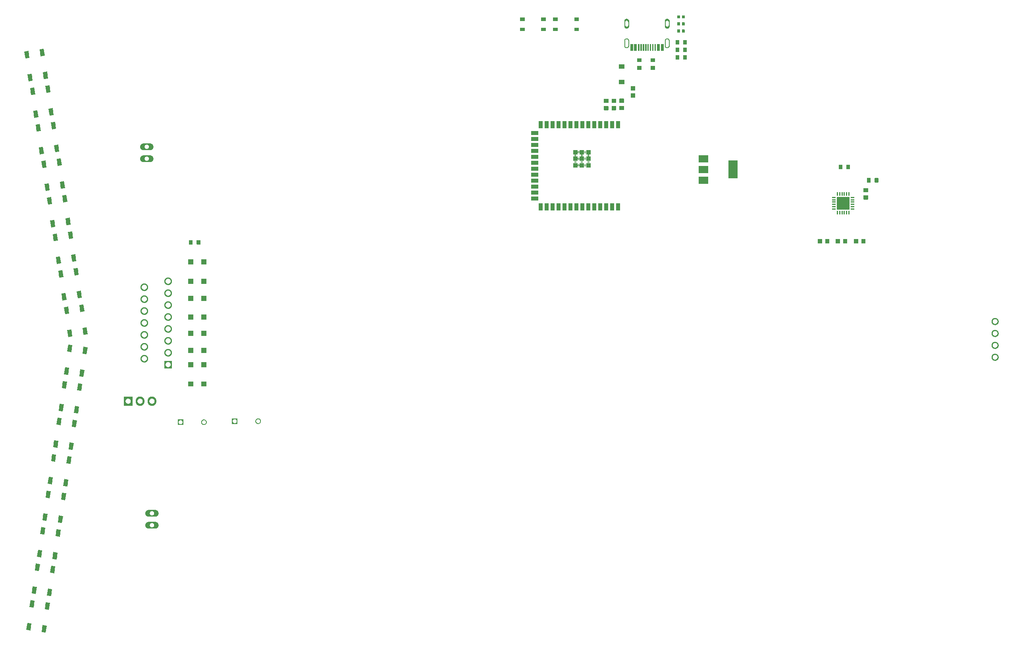
<source format=gbr>
%TF.GenerationSoftware,Flux,Pcbnew,7.0.11-7.0.11~ubuntu20.04.1*%
%TF.CreationDate,2024-08-17T09:59:33+00:00*%
%TF.ProjectId,input,696e7075-742e-46b6-9963-61645f706362,rev?*%
%TF.SameCoordinates,Original*%
%TF.FileFunction,Soldermask,Top*%
%TF.FilePolarity,Negative*%
%FSLAX46Y46*%
G04 Gerber Fmt 4.6, Leading zero omitted, Abs format (unit mm)*
G04 Filename: pcbrobot*
G04 Build it with Flux! Visit our site at: https://www.flux.ai (PCBNEW 7.0.11-7.0.11~ubuntu20.04.1) date 2024-08-17 09:59:33*
%MOMM*%
%LPD*%
G01*
G04 APERTURE LIST*
G04 APERTURE END LIST*
%TO.C,*%
G36*
X125719697Y-4176194D02*
G01*
X124719697Y-4176194D01*
X124719697Y-3476194D01*
X125719697Y-3476194D01*
X125719697Y-4176194D01*
G37*
G36*
X130219703Y-2026206D02*
G01*
X129219703Y-2026206D01*
X129219703Y-1326206D01*
X130219703Y-1326206D01*
X130219703Y-2026206D01*
G37*
G36*
X130219697Y-4176206D02*
G01*
X129219697Y-4176206D01*
X129219697Y-3476206D01*
X130219697Y-3476206D01*
X130219697Y-4176206D01*
G37*
G36*
X125719703Y-2026194D02*
G01*
X124719703Y-2026194D01*
X124719703Y-1326194D01*
X125719703Y-1326194D01*
X125719703Y-2026194D01*
G37*
G36*
X19013062Y-115389423D02*
G01*
X18804302Y-116874825D01*
X17913061Y-116749569D01*
X18121820Y-115264167D01*
X19013062Y-115389423D01*
G37*
G36*
X15745178Y-114930143D02*
G01*
X15536419Y-116415545D01*
X14645177Y-116290289D01*
X14853937Y-114804887D01*
X15745178Y-114930143D01*
G37*
G36*
X16427139Y-110077831D02*
G01*
X16218380Y-111563233D01*
X15327138Y-111437977D01*
X15535898Y-109952575D01*
X16427139Y-110077831D01*
G37*
G36*
X19695023Y-110537111D02*
G01*
X19486263Y-112022513D01*
X18595022Y-111897257D01*
X18803781Y-110411855D01*
X19695023Y-110537111D01*
G37*
G36*
X153183257Y-6074552D02*
G01*
X153187893Y-6075009D01*
X153192490Y-6075768D01*
X153197028Y-6076826D01*
X153201486Y-6078179D01*
X153205847Y-6079820D01*
X153210091Y-6081743D01*
X153214200Y-6083939D01*
X153218157Y-6086399D01*
X153221944Y-6089113D01*
X153225545Y-6092069D01*
X153228946Y-6095254D01*
X153232131Y-6098655D01*
X153235087Y-6102256D01*
X153237801Y-6106043D01*
X153240261Y-6110000D01*
X153242457Y-6114109D01*
X153244380Y-6118353D01*
X153246021Y-6122714D01*
X153247374Y-6127172D01*
X153248432Y-6131710D01*
X153249191Y-6136307D01*
X153249648Y-6140943D01*
X153249800Y-6145600D01*
X153249800Y-6953200D01*
X153249648Y-6957857D01*
X153249191Y-6962493D01*
X153248432Y-6967090D01*
X153247374Y-6971628D01*
X153246021Y-6976086D01*
X153244380Y-6980447D01*
X153242457Y-6984691D01*
X153240261Y-6988800D01*
X153237801Y-6992757D01*
X153235087Y-6996544D01*
X153232131Y-7000145D01*
X153228946Y-7003546D01*
X153225545Y-7006731D01*
X153221944Y-7009687D01*
X153218157Y-7012401D01*
X153214200Y-7014861D01*
X153210091Y-7017057D01*
X153205847Y-7018980D01*
X153201486Y-7020621D01*
X153197028Y-7021974D01*
X153192490Y-7023032D01*
X153187893Y-7023791D01*
X153183257Y-7024248D01*
X153178600Y-7024400D01*
X152521000Y-7024400D01*
X152516343Y-7024248D01*
X152511707Y-7023791D01*
X152507110Y-7023032D01*
X152502572Y-7021974D01*
X152498114Y-7020621D01*
X152493753Y-7018980D01*
X152489509Y-7017057D01*
X152485400Y-7014861D01*
X152481443Y-7012401D01*
X152477656Y-7009687D01*
X152474055Y-7006731D01*
X152470654Y-7003546D01*
X152467469Y-7000145D01*
X152464513Y-6996544D01*
X152461799Y-6992757D01*
X152459339Y-6988800D01*
X152457143Y-6984691D01*
X152455220Y-6980447D01*
X152453579Y-6976086D01*
X152452226Y-6971628D01*
X152451168Y-6967090D01*
X152450409Y-6962493D01*
X152449952Y-6957857D01*
X152449800Y-6953200D01*
X152449800Y-6145600D01*
X152449952Y-6140943D01*
X152450409Y-6136307D01*
X152451168Y-6131710D01*
X152452226Y-6127172D01*
X152453579Y-6122714D01*
X152455220Y-6118353D01*
X152457143Y-6114109D01*
X152459339Y-6110000D01*
X152461799Y-6106043D01*
X152464513Y-6102256D01*
X152467469Y-6098655D01*
X152470654Y-6095254D01*
X152474055Y-6092069D01*
X152477656Y-6089113D01*
X152481443Y-6086399D01*
X152485400Y-6083939D01*
X152489509Y-6081743D01*
X152493753Y-6079820D01*
X152498114Y-6078179D01*
X152502572Y-6076826D01*
X152507110Y-6075768D01*
X152511707Y-6075009D01*
X152516343Y-6074552D01*
X152521000Y-6074400D01*
X153178600Y-6074400D01*
X153183257Y-6074552D01*
G37*
G36*
X151533257Y-6074552D02*
G01*
X151537893Y-6075009D01*
X151542490Y-6075768D01*
X151547028Y-6076826D01*
X151551486Y-6078179D01*
X151555847Y-6079820D01*
X151560091Y-6081743D01*
X151564200Y-6083939D01*
X151568157Y-6086399D01*
X151571944Y-6089113D01*
X151575545Y-6092069D01*
X151578946Y-6095254D01*
X151582131Y-6098655D01*
X151585087Y-6102256D01*
X151587801Y-6106043D01*
X151590261Y-6110000D01*
X151592457Y-6114109D01*
X151594380Y-6118353D01*
X151596021Y-6122714D01*
X151597374Y-6127172D01*
X151598432Y-6131710D01*
X151599191Y-6136307D01*
X151599648Y-6140943D01*
X151599800Y-6145600D01*
X151599800Y-6953200D01*
X151599648Y-6957857D01*
X151599191Y-6962493D01*
X151598432Y-6967090D01*
X151597374Y-6971628D01*
X151596021Y-6976086D01*
X151594380Y-6980447D01*
X151592457Y-6984691D01*
X151590261Y-6988800D01*
X151587801Y-6992757D01*
X151585087Y-6996544D01*
X151582131Y-7000145D01*
X151578946Y-7003546D01*
X151575545Y-7006731D01*
X151571944Y-7009687D01*
X151568157Y-7012401D01*
X151564200Y-7014861D01*
X151560091Y-7017057D01*
X151555847Y-7018980D01*
X151551486Y-7020621D01*
X151547028Y-7021974D01*
X151542490Y-7023032D01*
X151537893Y-7023791D01*
X151533257Y-7024248D01*
X151528600Y-7024400D01*
X150871000Y-7024400D01*
X150866343Y-7024248D01*
X150861707Y-7023791D01*
X150857110Y-7023032D01*
X150852572Y-7021974D01*
X150848114Y-7020621D01*
X150843753Y-7018980D01*
X150839509Y-7017057D01*
X150835400Y-7014861D01*
X150831443Y-7012401D01*
X150827656Y-7009687D01*
X150824055Y-7006731D01*
X150820654Y-7003546D01*
X150817469Y-7000145D01*
X150814513Y-6996544D01*
X150811799Y-6992757D01*
X150809339Y-6988800D01*
X150807143Y-6984691D01*
X150805220Y-6980447D01*
X150803579Y-6976086D01*
X150802226Y-6971628D01*
X150801168Y-6967090D01*
X150800409Y-6962493D01*
X150799952Y-6957857D01*
X150799800Y-6953200D01*
X150799800Y-6145600D01*
X150799952Y-6140943D01*
X150800409Y-6136307D01*
X150801168Y-6131710D01*
X150802226Y-6127172D01*
X150803579Y-6122714D01*
X150805220Y-6118353D01*
X150807143Y-6114109D01*
X150809339Y-6110000D01*
X150811799Y-6106043D01*
X150814513Y-6102256D01*
X150817469Y-6098655D01*
X150820654Y-6095254D01*
X150824055Y-6092069D01*
X150827656Y-6089113D01*
X150831443Y-6086399D01*
X150835400Y-6083939D01*
X150839509Y-6081743D01*
X150843753Y-6079820D01*
X150848114Y-6078179D01*
X150852572Y-6076826D01*
X150857110Y-6075768D01*
X150861707Y-6075009D01*
X150866343Y-6074552D01*
X150871000Y-6074400D01*
X151528600Y-6074400D01*
X151533257Y-6074552D01*
G37*
G36*
X139741556Y-18597952D02*
G01*
X139746193Y-18598409D01*
X139750790Y-18599168D01*
X139755327Y-18600226D01*
X139759786Y-18601579D01*
X139764146Y-18603220D01*
X139768390Y-18605143D01*
X139772499Y-18607339D01*
X139776456Y-18609799D01*
X139780243Y-18612513D01*
X139783845Y-18615469D01*
X139787245Y-18618654D01*
X139790430Y-18622055D01*
X139793386Y-18625656D01*
X139796100Y-18629443D01*
X139798560Y-18633400D01*
X139800757Y-18637509D01*
X139802679Y-18641753D01*
X139804321Y-18646114D01*
X139805673Y-18650572D01*
X139806731Y-18655110D01*
X139807490Y-18659707D01*
X139807947Y-18664343D01*
X139808099Y-18669000D01*
X139808099Y-19426600D01*
X139807947Y-19431257D01*
X139807490Y-19435893D01*
X139806731Y-19440490D01*
X139805673Y-19445028D01*
X139804321Y-19449486D01*
X139802679Y-19453847D01*
X139800757Y-19458091D01*
X139798560Y-19462200D01*
X139796100Y-19466157D01*
X139793386Y-19469944D01*
X139790430Y-19473545D01*
X139787245Y-19476946D01*
X139783845Y-19480131D01*
X139780243Y-19483087D01*
X139776456Y-19485801D01*
X139772499Y-19488261D01*
X139768390Y-19490457D01*
X139764146Y-19492380D01*
X139759786Y-19494021D01*
X139755327Y-19495374D01*
X139750790Y-19496432D01*
X139746193Y-19497191D01*
X139741556Y-19497648D01*
X139736899Y-19497800D01*
X138929299Y-19497800D01*
X138924643Y-19497648D01*
X138920006Y-19497191D01*
X138915409Y-19496432D01*
X138910871Y-19495374D01*
X138906413Y-19494021D01*
X138902052Y-19492380D01*
X138897808Y-19490457D01*
X138893699Y-19488261D01*
X138889743Y-19485801D01*
X138885955Y-19483087D01*
X138882354Y-19480131D01*
X138878953Y-19476946D01*
X138875768Y-19473545D01*
X138872812Y-19469944D01*
X138870099Y-19466157D01*
X138867638Y-19462200D01*
X138865442Y-19458091D01*
X138863519Y-19453847D01*
X138861878Y-19449486D01*
X138860525Y-19445028D01*
X138859467Y-19440490D01*
X138858708Y-19435893D01*
X138858252Y-19431257D01*
X138858099Y-19426600D01*
X138858099Y-18669000D01*
X138858252Y-18664343D01*
X138858708Y-18659707D01*
X138859467Y-18655110D01*
X138860525Y-18650572D01*
X138861878Y-18646114D01*
X138863519Y-18641753D01*
X138865442Y-18637509D01*
X138867638Y-18633400D01*
X138870099Y-18629443D01*
X138872812Y-18625656D01*
X138875768Y-18622055D01*
X138878953Y-18618654D01*
X138882354Y-18615469D01*
X138885955Y-18612513D01*
X138889743Y-18609799D01*
X138893699Y-18607339D01*
X138897808Y-18605143D01*
X138902052Y-18603220D01*
X138906413Y-18601579D01*
X138910871Y-18600226D01*
X138915409Y-18599168D01*
X138920006Y-18598409D01*
X138924643Y-18597952D01*
X138929299Y-18597800D01*
X139736899Y-18597800D01*
X139741556Y-18597952D01*
G37*
G36*
X139741557Y-20147952D02*
G01*
X139746194Y-20148409D01*
X139750791Y-20149168D01*
X139755329Y-20150226D01*
X139759787Y-20151579D01*
X139764148Y-20153220D01*
X139768392Y-20155143D01*
X139772501Y-20157339D01*
X139776457Y-20159799D01*
X139780245Y-20162513D01*
X139783846Y-20165469D01*
X139787247Y-20168654D01*
X139790432Y-20172055D01*
X139793388Y-20175656D01*
X139796101Y-20179443D01*
X139798562Y-20183400D01*
X139800758Y-20187509D01*
X139802681Y-20191753D01*
X139804322Y-20196114D01*
X139805675Y-20200572D01*
X139806733Y-20205110D01*
X139807492Y-20209707D01*
X139807948Y-20214343D01*
X139808101Y-20219000D01*
X139808101Y-20976600D01*
X139807948Y-20981257D01*
X139807492Y-20985893D01*
X139806733Y-20990490D01*
X139805675Y-20995028D01*
X139804322Y-20999486D01*
X139802681Y-21003847D01*
X139800758Y-21008091D01*
X139798562Y-21012200D01*
X139796101Y-21016157D01*
X139793388Y-21019944D01*
X139790432Y-21023545D01*
X139787247Y-21026946D01*
X139783846Y-21030131D01*
X139780245Y-21033087D01*
X139776457Y-21035801D01*
X139772501Y-21038261D01*
X139768392Y-21040457D01*
X139764148Y-21042380D01*
X139759787Y-21044021D01*
X139755329Y-21045374D01*
X139750791Y-21046432D01*
X139746194Y-21047191D01*
X139741557Y-21047648D01*
X139736901Y-21047800D01*
X138929301Y-21047800D01*
X138924644Y-21047648D01*
X138920007Y-21047191D01*
X138915410Y-21046432D01*
X138910873Y-21045374D01*
X138906414Y-21044021D01*
X138902054Y-21042380D01*
X138897810Y-21040457D01*
X138893701Y-21038261D01*
X138889744Y-21035801D01*
X138885957Y-21033087D01*
X138882355Y-21030131D01*
X138878955Y-21026946D01*
X138875770Y-21023545D01*
X138872814Y-21019944D01*
X138870100Y-21016157D01*
X138867640Y-21012200D01*
X138865443Y-21008091D01*
X138863521Y-21003847D01*
X138861879Y-20999486D01*
X138860527Y-20995028D01*
X138859469Y-20990490D01*
X138858710Y-20985893D01*
X138858253Y-20981257D01*
X138858101Y-20976600D01*
X138858101Y-20219000D01*
X138858253Y-20214343D01*
X138858710Y-20209707D01*
X138859469Y-20205110D01*
X138860527Y-20200572D01*
X138861879Y-20196114D01*
X138863521Y-20191753D01*
X138865443Y-20187509D01*
X138867640Y-20183400D01*
X138870100Y-20179443D01*
X138872814Y-20175656D01*
X138875770Y-20172055D01*
X138878955Y-20168654D01*
X138882355Y-20165469D01*
X138885957Y-20162513D01*
X138889744Y-20159799D01*
X138893701Y-20157339D01*
X138897810Y-20155143D01*
X138902054Y-20153220D01*
X138906414Y-20151579D01*
X138910873Y-20150226D01*
X138915410Y-20149168D01*
X138920007Y-20148409D01*
X138924644Y-20147952D01*
X138929301Y-20147800D01*
X139736901Y-20147800D01*
X139741557Y-20147952D01*
G37*
G36*
X138058956Y-18611752D02*
G01*
X138063593Y-18612209D01*
X138068190Y-18612968D01*
X138072727Y-18614026D01*
X138077186Y-18615379D01*
X138081546Y-18617020D01*
X138085790Y-18618943D01*
X138089899Y-18621139D01*
X138093856Y-18623599D01*
X138097643Y-18626313D01*
X138101245Y-18629269D01*
X138104645Y-18632454D01*
X138107830Y-18635855D01*
X138110786Y-18639456D01*
X138113500Y-18643243D01*
X138115960Y-18647200D01*
X138118157Y-18651309D01*
X138120079Y-18655553D01*
X138121721Y-18659914D01*
X138123073Y-18664372D01*
X138124131Y-18668910D01*
X138124890Y-18673507D01*
X138125347Y-18678143D01*
X138125499Y-18682800D01*
X138125499Y-19440400D01*
X138125347Y-19445057D01*
X138124890Y-19449693D01*
X138124131Y-19454290D01*
X138123073Y-19458828D01*
X138121721Y-19463286D01*
X138120079Y-19467647D01*
X138118157Y-19471891D01*
X138115960Y-19476000D01*
X138113500Y-19479957D01*
X138110786Y-19483744D01*
X138107830Y-19487345D01*
X138104645Y-19490746D01*
X138101245Y-19493931D01*
X138097643Y-19496887D01*
X138093856Y-19499601D01*
X138089899Y-19502061D01*
X138085790Y-19504257D01*
X138081546Y-19506180D01*
X138077186Y-19507821D01*
X138072727Y-19509174D01*
X138068190Y-19510232D01*
X138063593Y-19510991D01*
X138058956Y-19511448D01*
X138054299Y-19511600D01*
X137246699Y-19511600D01*
X137242043Y-19511448D01*
X137237406Y-19510991D01*
X137232809Y-19510232D01*
X137228271Y-19509174D01*
X137223813Y-19507821D01*
X137219452Y-19506180D01*
X137215208Y-19504257D01*
X137211099Y-19502061D01*
X137207143Y-19499601D01*
X137203355Y-19496887D01*
X137199754Y-19493931D01*
X137196353Y-19490746D01*
X137193168Y-19487345D01*
X137190212Y-19483744D01*
X137187499Y-19479957D01*
X137185038Y-19476000D01*
X137182842Y-19471891D01*
X137180919Y-19467647D01*
X137179278Y-19463286D01*
X137177925Y-19458828D01*
X137176867Y-19454290D01*
X137176108Y-19449693D01*
X137175652Y-19445057D01*
X137175499Y-19440400D01*
X137175499Y-18682800D01*
X137175652Y-18678143D01*
X137176108Y-18673507D01*
X137176867Y-18668910D01*
X137177925Y-18664372D01*
X137179278Y-18659914D01*
X137180919Y-18655553D01*
X137182842Y-18651309D01*
X137185038Y-18647200D01*
X137187499Y-18643243D01*
X137190212Y-18639456D01*
X137193168Y-18635855D01*
X137196353Y-18632454D01*
X137199754Y-18629269D01*
X137203355Y-18626313D01*
X137207143Y-18623599D01*
X137211099Y-18621139D01*
X137215208Y-18618943D01*
X137219452Y-18617020D01*
X137223813Y-18615379D01*
X137228271Y-18614026D01*
X137232809Y-18612968D01*
X137237406Y-18612209D01*
X137242043Y-18611752D01*
X137246699Y-18611600D01*
X138054299Y-18611600D01*
X138058956Y-18611752D01*
G37*
G36*
X138058957Y-20161752D02*
G01*
X138063594Y-20162209D01*
X138068191Y-20162968D01*
X138072729Y-20164026D01*
X138077187Y-20165379D01*
X138081548Y-20167020D01*
X138085792Y-20168943D01*
X138089901Y-20171139D01*
X138093857Y-20173599D01*
X138097645Y-20176313D01*
X138101246Y-20179269D01*
X138104647Y-20182454D01*
X138107832Y-20185855D01*
X138110788Y-20189456D01*
X138113501Y-20193243D01*
X138115962Y-20197200D01*
X138118158Y-20201309D01*
X138120081Y-20205553D01*
X138121722Y-20209914D01*
X138123075Y-20214372D01*
X138124133Y-20218910D01*
X138124892Y-20223507D01*
X138125348Y-20228143D01*
X138125501Y-20232800D01*
X138125501Y-20990400D01*
X138125348Y-20995057D01*
X138124892Y-20999693D01*
X138124133Y-21004290D01*
X138123075Y-21008828D01*
X138121722Y-21013286D01*
X138120081Y-21017647D01*
X138118158Y-21021891D01*
X138115962Y-21026000D01*
X138113501Y-21029957D01*
X138110788Y-21033744D01*
X138107832Y-21037345D01*
X138104647Y-21040746D01*
X138101246Y-21043931D01*
X138097645Y-21046887D01*
X138093857Y-21049601D01*
X138089901Y-21052061D01*
X138085792Y-21054257D01*
X138081548Y-21056180D01*
X138077187Y-21057821D01*
X138072729Y-21059174D01*
X138068191Y-21060232D01*
X138063594Y-21060991D01*
X138058957Y-21061448D01*
X138054301Y-21061600D01*
X137246701Y-21061600D01*
X137242044Y-21061448D01*
X137237407Y-21060991D01*
X137232810Y-21060232D01*
X137228273Y-21059174D01*
X137223814Y-21057821D01*
X137219454Y-21056180D01*
X137215210Y-21054257D01*
X137211101Y-21052061D01*
X137207144Y-21049601D01*
X137203357Y-21046887D01*
X137199755Y-21043931D01*
X137196355Y-21040746D01*
X137193170Y-21037345D01*
X137190214Y-21033744D01*
X137187500Y-21029957D01*
X137185040Y-21026000D01*
X137182843Y-21021891D01*
X137180921Y-21017647D01*
X137179279Y-21013286D01*
X137177927Y-21008828D01*
X137176869Y-21004290D01*
X137176110Y-20999693D01*
X137175653Y-20995057D01*
X137175501Y-20990400D01*
X137175501Y-20232800D01*
X137175653Y-20228143D01*
X137176110Y-20223507D01*
X137176869Y-20218910D01*
X137177927Y-20214372D01*
X137179279Y-20209914D01*
X137180921Y-20205553D01*
X137182843Y-20201309D01*
X137185040Y-20197200D01*
X137187500Y-20193243D01*
X137190214Y-20189456D01*
X137193170Y-20185855D01*
X137196355Y-20182454D01*
X137199755Y-20179269D01*
X137203357Y-20176313D01*
X137207144Y-20173599D01*
X137211101Y-20171139D01*
X137215210Y-20168943D01*
X137219454Y-20167020D01*
X137223814Y-20165379D01*
X137228273Y-20164026D01*
X137232810Y-20162968D01*
X137237407Y-20162209D01*
X137242044Y-20161752D01*
X137246701Y-20161600D01*
X138054301Y-20161600D01*
X138058957Y-20161752D01*
G37*
G36*
X45831600Y-86992100D02*
G01*
X45831600Y-88192100D01*
X44631600Y-88192100D01*
X44631600Y-87602530D01*
X44806728Y-87602530D01*
X44807752Y-87623365D01*
X44809796Y-87644125D01*
X44812857Y-87664759D01*
X44816927Y-87685218D01*
X44821995Y-87705453D01*
X44828051Y-87725415D01*
X44835078Y-87745055D01*
X44843061Y-87764328D01*
X44851980Y-87783185D01*
X44861813Y-87801582D01*
X44872537Y-87819474D01*
X44884126Y-87836818D01*
X44896553Y-87853573D01*
X44909786Y-87869698D01*
X44923795Y-87885155D01*
X44938545Y-87899905D01*
X44954002Y-87913914D01*
X44970127Y-87927147D01*
X44986882Y-87939574D01*
X45004226Y-87951163D01*
X45022118Y-87961887D01*
X45040515Y-87971720D01*
X45059372Y-87980639D01*
X45078645Y-87988622D01*
X45098285Y-87995649D01*
X45118247Y-88001705D01*
X45138482Y-88006773D01*
X45158941Y-88010843D01*
X45179575Y-88013904D01*
X45200335Y-88015948D01*
X45221170Y-88016972D01*
X45242030Y-88016972D01*
X45262865Y-88015948D01*
X45283625Y-88013904D01*
X45304259Y-88010843D01*
X45324718Y-88006773D01*
X45344953Y-88001705D01*
X45364915Y-87995649D01*
X45384555Y-87988622D01*
X45403828Y-87980639D01*
X45422685Y-87971720D01*
X45441082Y-87961887D01*
X45458974Y-87951163D01*
X45476318Y-87939574D01*
X45493073Y-87927147D01*
X45509198Y-87913914D01*
X45524655Y-87899905D01*
X45539405Y-87885155D01*
X45553414Y-87869698D01*
X45566647Y-87853573D01*
X45579074Y-87836818D01*
X45590663Y-87819474D01*
X45601387Y-87801582D01*
X45611220Y-87783185D01*
X45620139Y-87764328D01*
X45628122Y-87745055D01*
X45635149Y-87725415D01*
X45641205Y-87705453D01*
X45646273Y-87685218D01*
X45650343Y-87664759D01*
X45653404Y-87644125D01*
X45655448Y-87623365D01*
X45656472Y-87602530D01*
X45656472Y-87581670D01*
X45655448Y-87560835D01*
X45653404Y-87540075D01*
X45650343Y-87519441D01*
X45646273Y-87498982D01*
X45641205Y-87478747D01*
X45635149Y-87458785D01*
X45628122Y-87439145D01*
X45620139Y-87419872D01*
X45611220Y-87401015D01*
X45601387Y-87382618D01*
X45590663Y-87364726D01*
X45579074Y-87347382D01*
X45566647Y-87330627D01*
X45553414Y-87314502D01*
X45539405Y-87299045D01*
X45524655Y-87284295D01*
X45509198Y-87270286D01*
X45493073Y-87257053D01*
X45476318Y-87244626D01*
X45458974Y-87233037D01*
X45441082Y-87222313D01*
X45422685Y-87212480D01*
X45403828Y-87203561D01*
X45384555Y-87195578D01*
X45364915Y-87188551D01*
X45344953Y-87182495D01*
X45324718Y-87177427D01*
X45304259Y-87173357D01*
X45283625Y-87170296D01*
X45262865Y-87168252D01*
X45242030Y-87167228D01*
X45221170Y-87167228D01*
X45200335Y-87168252D01*
X45179575Y-87170296D01*
X45158941Y-87173357D01*
X45138482Y-87177427D01*
X45118247Y-87182495D01*
X45098285Y-87188551D01*
X45078645Y-87195578D01*
X45059372Y-87203561D01*
X45040515Y-87212480D01*
X45022118Y-87222313D01*
X45004226Y-87233037D01*
X44986882Y-87244626D01*
X44970127Y-87257053D01*
X44954002Y-87270286D01*
X44938545Y-87284295D01*
X44923795Y-87299045D01*
X44909786Y-87314502D01*
X44896553Y-87330627D01*
X44884126Y-87347382D01*
X44872537Y-87364726D01*
X44861813Y-87382618D01*
X44851980Y-87401015D01*
X44843061Y-87419872D01*
X44835078Y-87439145D01*
X44828051Y-87458785D01*
X44821995Y-87478747D01*
X44816927Y-87498982D01*
X44812857Y-87519441D01*
X44809796Y-87540075D01*
X44807752Y-87560835D01*
X44806728Y-87581670D01*
X44806728Y-87602530D01*
X44631600Y-87602530D01*
X44631600Y-86992100D01*
X45831600Y-86992100D01*
G37*
G36*
X50275739Y-86993726D02*
G01*
X50305046Y-86996612D01*
X50334177Y-87000933D01*
X50363061Y-87006679D01*
X50391628Y-87013834D01*
X50419809Y-87022383D01*
X50447537Y-87032304D01*
X50474745Y-87043574D01*
X50501367Y-87056165D01*
X50527339Y-87070048D01*
X50552599Y-87085188D01*
X50577085Y-87101549D01*
X50600739Y-87119092D01*
X50623504Y-87137775D01*
X50645324Y-87157552D01*
X50666148Y-87178376D01*
X50685925Y-87200196D01*
X50704608Y-87222961D01*
X50722151Y-87246615D01*
X50738512Y-87271101D01*
X50753652Y-87296361D01*
X50767535Y-87322333D01*
X50780126Y-87348955D01*
X50791396Y-87376163D01*
X50801317Y-87403891D01*
X50809866Y-87432072D01*
X50817021Y-87460639D01*
X50822767Y-87489523D01*
X50827088Y-87518654D01*
X50829974Y-87547961D01*
X50831419Y-87577375D01*
X50831419Y-87606825D01*
X50829974Y-87636239D01*
X50827088Y-87665546D01*
X50822767Y-87694677D01*
X50817021Y-87723561D01*
X50809866Y-87752128D01*
X50801317Y-87780309D01*
X50791396Y-87808037D01*
X50780126Y-87835245D01*
X50767535Y-87861867D01*
X50753652Y-87887839D01*
X50738512Y-87913099D01*
X50722151Y-87937585D01*
X50704608Y-87961239D01*
X50685925Y-87984004D01*
X50666148Y-88005824D01*
X50645324Y-88026648D01*
X50623504Y-88046425D01*
X50600739Y-88065108D01*
X50577085Y-88082651D01*
X50552599Y-88099012D01*
X50527339Y-88114152D01*
X50501367Y-88128035D01*
X50474745Y-88140626D01*
X50447537Y-88151896D01*
X50419809Y-88161817D01*
X50391628Y-88170366D01*
X50363061Y-88177521D01*
X50334177Y-88183267D01*
X50305046Y-88187588D01*
X50275739Y-88190474D01*
X50246325Y-88191919D01*
X50216875Y-88191919D01*
X50187461Y-88190474D01*
X50158154Y-88187588D01*
X50129023Y-88183267D01*
X50100139Y-88177521D01*
X50071572Y-88170366D01*
X50043391Y-88161817D01*
X50015663Y-88151896D01*
X49988455Y-88140626D01*
X49961833Y-88128035D01*
X49935861Y-88114152D01*
X49910601Y-88099012D01*
X49886115Y-88082651D01*
X49862461Y-88065108D01*
X49839696Y-88046425D01*
X49817876Y-88026648D01*
X49797052Y-88005824D01*
X49777275Y-87984004D01*
X49758592Y-87961239D01*
X49741049Y-87937585D01*
X49724688Y-87913099D01*
X49709548Y-87887839D01*
X49695665Y-87861867D01*
X49683074Y-87835245D01*
X49671804Y-87808037D01*
X49661883Y-87780309D01*
X49653334Y-87752128D01*
X49646179Y-87723561D01*
X49640433Y-87694677D01*
X49636112Y-87665546D01*
X49633226Y-87636239D01*
X49631781Y-87606825D01*
X49631781Y-87602530D01*
X49806728Y-87602530D01*
X49807752Y-87623365D01*
X49809796Y-87644125D01*
X49812857Y-87664759D01*
X49816927Y-87685218D01*
X49821995Y-87705453D01*
X49828051Y-87725415D01*
X49835078Y-87745055D01*
X49843061Y-87764328D01*
X49851980Y-87783185D01*
X49861813Y-87801582D01*
X49872537Y-87819474D01*
X49884126Y-87836818D01*
X49896553Y-87853573D01*
X49909786Y-87869698D01*
X49923795Y-87885155D01*
X49938545Y-87899905D01*
X49954002Y-87913914D01*
X49970127Y-87927147D01*
X49986882Y-87939574D01*
X50004226Y-87951163D01*
X50022118Y-87961887D01*
X50040515Y-87971720D01*
X50059372Y-87980639D01*
X50078645Y-87988622D01*
X50098285Y-87995649D01*
X50118247Y-88001705D01*
X50138482Y-88006773D01*
X50158941Y-88010843D01*
X50179575Y-88013904D01*
X50200335Y-88015948D01*
X50221170Y-88016972D01*
X50242030Y-88016972D01*
X50262865Y-88015948D01*
X50283625Y-88013904D01*
X50304259Y-88010843D01*
X50324718Y-88006773D01*
X50344953Y-88001705D01*
X50364915Y-87995649D01*
X50384555Y-87988622D01*
X50403828Y-87980639D01*
X50422685Y-87971720D01*
X50441082Y-87961887D01*
X50458974Y-87951163D01*
X50476318Y-87939574D01*
X50493073Y-87927147D01*
X50509198Y-87913914D01*
X50524655Y-87899905D01*
X50539405Y-87885155D01*
X50553414Y-87869698D01*
X50566647Y-87853573D01*
X50579074Y-87836818D01*
X50590663Y-87819474D01*
X50601387Y-87801582D01*
X50611220Y-87783185D01*
X50620139Y-87764328D01*
X50628122Y-87745055D01*
X50635149Y-87725415D01*
X50641205Y-87705453D01*
X50646273Y-87685218D01*
X50650343Y-87664759D01*
X50653404Y-87644125D01*
X50655448Y-87623365D01*
X50656472Y-87602530D01*
X50656472Y-87581670D01*
X50655448Y-87560835D01*
X50653404Y-87540075D01*
X50650343Y-87519441D01*
X50646273Y-87498982D01*
X50641205Y-87478747D01*
X50635149Y-87458785D01*
X50628122Y-87439145D01*
X50620139Y-87419872D01*
X50611220Y-87401015D01*
X50601387Y-87382618D01*
X50590663Y-87364726D01*
X50579074Y-87347382D01*
X50566647Y-87330627D01*
X50553414Y-87314502D01*
X50539405Y-87299045D01*
X50524655Y-87284295D01*
X50509198Y-87270286D01*
X50493073Y-87257053D01*
X50476318Y-87244626D01*
X50458974Y-87233037D01*
X50441082Y-87222313D01*
X50422685Y-87212480D01*
X50403828Y-87203561D01*
X50384555Y-87195578D01*
X50364915Y-87188551D01*
X50344953Y-87182495D01*
X50324718Y-87177427D01*
X50304259Y-87173357D01*
X50283625Y-87170296D01*
X50262865Y-87168252D01*
X50242030Y-87167228D01*
X50221170Y-87167228D01*
X50200335Y-87168252D01*
X50179575Y-87170296D01*
X50158941Y-87173357D01*
X50138482Y-87177427D01*
X50118247Y-87182495D01*
X50098285Y-87188551D01*
X50078645Y-87195578D01*
X50059372Y-87203561D01*
X50040515Y-87212480D01*
X50022118Y-87222313D01*
X50004226Y-87233037D01*
X49986882Y-87244626D01*
X49970127Y-87257053D01*
X49954002Y-87270286D01*
X49938545Y-87284295D01*
X49923795Y-87299045D01*
X49909786Y-87314502D01*
X49896553Y-87330627D01*
X49884126Y-87347382D01*
X49872537Y-87364726D01*
X49861813Y-87382618D01*
X49851980Y-87401015D01*
X49843061Y-87419872D01*
X49835078Y-87439145D01*
X49828051Y-87458785D01*
X49821995Y-87478747D01*
X49816927Y-87498982D01*
X49812857Y-87519441D01*
X49809796Y-87540075D01*
X49807752Y-87560835D01*
X49806728Y-87581670D01*
X49806728Y-87602530D01*
X49631781Y-87602530D01*
X49631781Y-87577375D01*
X49633226Y-87547961D01*
X49636112Y-87518654D01*
X49640433Y-87489523D01*
X49646179Y-87460639D01*
X49653334Y-87432072D01*
X49661883Y-87403891D01*
X49671804Y-87376163D01*
X49683074Y-87348955D01*
X49695665Y-87322333D01*
X49709548Y-87296361D01*
X49724688Y-87271101D01*
X49741049Y-87246615D01*
X49758592Y-87222961D01*
X49777275Y-87200196D01*
X49797052Y-87178376D01*
X49817876Y-87157552D01*
X49839696Y-87137775D01*
X49862461Y-87119092D01*
X49886115Y-87101549D01*
X49910601Y-87085188D01*
X49935861Y-87070048D01*
X49961833Y-87056165D01*
X49988455Y-87043574D01*
X50015663Y-87032304D01*
X50043391Y-87022383D01*
X50071572Y-87013834D01*
X50100139Y-87006679D01*
X50129023Y-87000933D01*
X50158154Y-86996612D01*
X50187461Y-86993726D01*
X50216875Y-86992281D01*
X50246325Y-86992281D01*
X50275739Y-86993726D01*
G37*
G36*
X22450662Y-92033523D02*
G01*
X22241902Y-93518925D01*
X21350661Y-93393669D01*
X21559420Y-91908267D01*
X22450662Y-92033523D01*
G37*
G36*
X19182778Y-91574243D02*
G01*
X18974019Y-93059645D01*
X18082777Y-92934389D01*
X18291537Y-91448987D01*
X19182778Y-91574243D01*
G37*
G36*
X19864739Y-86721931D02*
G01*
X19655980Y-88207333D01*
X18764738Y-88082077D01*
X18973498Y-86596675D01*
X19864739Y-86721931D01*
G37*
G36*
X23132623Y-87181211D02*
G01*
X22923863Y-88666613D01*
X22032622Y-88541357D01*
X22241381Y-87055955D01*
X23132623Y-87181211D01*
G37*
G36*
X50781600Y-69158000D02*
G01*
X49681600Y-69158000D01*
X49681600Y-68058000D01*
X50781600Y-68058000D01*
X50781600Y-69158000D01*
G37*
G36*
X47981600Y-69158000D02*
G01*
X46881600Y-69158000D01*
X46881600Y-68058000D01*
X47981600Y-68058000D01*
X47981600Y-69158000D01*
G37*
G36*
X139933194Y-12199200D02*
G01*
X138733194Y-12199200D01*
X138733194Y-11299200D01*
X139933194Y-11299200D01*
X139933194Y-12199200D01*
G37*
G36*
X139933206Y-15499200D02*
G01*
X138733206Y-15499200D01*
X138733206Y-14599200D01*
X139933206Y-14599200D01*
X139933206Y-15499200D01*
G37*
G36*
X185451100Y-39267100D02*
G01*
X185197100Y-39267100D01*
X185197100Y-38555900D01*
X185451100Y-38555900D01*
X185451100Y-39267100D01*
G37*
G36*
X184935800Y-40782400D02*
G01*
X184224600Y-40782400D01*
X184224600Y-40528400D01*
X184935800Y-40528400D01*
X184935800Y-40782400D01*
G37*
G36*
X186951100Y-39267100D02*
G01*
X186697100Y-39267100D01*
X186697100Y-38555900D01*
X186951100Y-38555900D01*
X186951100Y-39267100D01*
G37*
G36*
X188923600Y-41282400D02*
G01*
X188212400Y-41282400D01*
X188212400Y-41028400D01*
X188923600Y-41028400D01*
X188923600Y-41282400D01*
G37*
G36*
X184935800Y-39782400D02*
G01*
X184224600Y-39782400D01*
X184224600Y-39528400D01*
X184935800Y-39528400D01*
X184935800Y-39782400D01*
G37*
G36*
X186451100Y-39267100D02*
G01*
X186197100Y-39267100D01*
X186197100Y-38555900D01*
X186451100Y-38555900D01*
X186451100Y-39267100D01*
G37*
G36*
X188923600Y-40782400D02*
G01*
X188212400Y-40782400D01*
X188212400Y-40528400D01*
X188923600Y-40528400D01*
X188923600Y-40782400D01*
G37*
G36*
X186451100Y-43254900D02*
G01*
X186197100Y-43254900D01*
X186197100Y-42543700D01*
X186451100Y-42543700D01*
X186451100Y-43254900D01*
G37*
G36*
X185451100Y-43254900D02*
G01*
X185197100Y-43254900D01*
X185197100Y-42543700D01*
X185451100Y-42543700D01*
X185451100Y-43254900D01*
G37*
G36*
X188923600Y-41782400D02*
G01*
X188212400Y-41782400D01*
X188212400Y-41528400D01*
X188923600Y-41528400D01*
X188923600Y-41782400D01*
G37*
G36*
X188923600Y-39782400D02*
G01*
X188212400Y-39782400D01*
X188212400Y-39528400D01*
X188923600Y-39528400D01*
X188923600Y-39782400D01*
G37*
G36*
X187451100Y-43254900D02*
G01*
X187197100Y-43254900D01*
X187197100Y-42543700D01*
X187451100Y-42543700D01*
X187451100Y-43254900D01*
G37*
G36*
X185951100Y-43254900D02*
G01*
X185697100Y-43254900D01*
X185697100Y-42543700D01*
X185951100Y-42543700D01*
X185951100Y-43254900D01*
G37*
G36*
X188923600Y-40282400D02*
G01*
X188212400Y-40282400D01*
X188212400Y-40028400D01*
X188923600Y-40028400D01*
X188923600Y-40282400D01*
G37*
G36*
X187945700Y-42226200D02*
G01*
X185202500Y-42226200D01*
X185202500Y-39584600D01*
X187945700Y-39584600D01*
X187945700Y-42226200D01*
G37*
G36*
X185951100Y-39267100D02*
G01*
X185697100Y-39267100D01*
X185697100Y-38555900D01*
X185951100Y-38555900D01*
X185951100Y-39267100D01*
G37*
G36*
X186951100Y-43254900D02*
G01*
X186697100Y-43254900D01*
X186697100Y-42543700D01*
X186951100Y-42543700D01*
X186951100Y-43254900D01*
G37*
G36*
X184935800Y-40282400D02*
G01*
X184224600Y-40282400D01*
X184224600Y-40028400D01*
X184935800Y-40028400D01*
X184935800Y-40282400D01*
G37*
G36*
X187451100Y-39267100D02*
G01*
X187197100Y-39267100D01*
X187197100Y-38555900D01*
X187451100Y-38555900D01*
X187451100Y-39267100D01*
G37*
G36*
X184935800Y-42282400D02*
G01*
X184224600Y-42282400D01*
X184224600Y-42028400D01*
X184935800Y-42028400D01*
X184935800Y-42282400D01*
G37*
G36*
X187951100Y-39267100D02*
G01*
X187697100Y-39267100D01*
X187697100Y-38555900D01*
X187951100Y-38555900D01*
X187951100Y-39267100D01*
G37*
G36*
X184935800Y-41282400D02*
G01*
X184224600Y-41282400D01*
X184224600Y-41028400D01*
X184935800Y-41028400D01*
X184935800Y-41282400D01*
G37*
G36*
X187951100Y-43254900D02*
G01*
X187697100Y-43254900D01*
X187697100Y-42543700D01*
X187951100Y-42543700D01*
X187951100Y-43254900D01*
G37*
G36*
X184935800Y-41782400D02*
G01*
X184224600Y-41782400D01*
X184224600Y-41528400D01*
X184935800Y-41528400D01*
X184935800Y-41782400D01*
G37*
G36*
X188923600Y-42282400D02*
G01*
X188212400Y-42282400D01*
X188212400Y-42028400D01*
X188923600Y-42028400D01*
X188923600Y-42282400D01*
G37*
G36*
X194016657Y-35530752D02*
G01*
X194021293Y-35531209D01*
X194025890Y-35531968D01*
X194030428Y-35533026D01*
X194034886Y-35534379D01*
X194039247Y-35536020D01*
X194043491Y-35537943D01*
X194047600Y-35540139D01*
X194051557Y-35542599D01*
X194055344Y-35545313D01*
X194058945Y-35548269D01*
X194062346Y-35551454D01*
X194065531Y-35554855D01*
X194068487Y-35558456D01*
X194071201Y-35562243D01*
X194073661Y-35566200D01*
X194075857Y-35570309D01*
X194077780Y-35574553D01*
X194079421Y-35578914D01*
X194080774Y-35583372D01*
X194081832Y-35587910D01*
X194082591Y-35592507D01*
X194083048Y-35597143D01*
X194083200Y-35601800D01*
X194083200Y-36409400D01*
X194083048Y-36414057D01*
X194082591Y-36418693D01*
X194081832Y-36423290D01*
X194080774Y-36427828D01*
X194079421Y-36432286D01*
X194077780Y-36436647D01*
X194075857Y-36440891D01*
X194073661Y-36445000D01*
X194071201Y-36448957D01*
X194068487Y-36452744D01*
X194065531Y-36456345D01*
X194062346Y-36459746D01*
X194058945Y-36462931D01*
X194055344Y-36465887D01*
X194051557Y-36468601D01*
X194047600Y-36471061D01*
X194043491Y-36473257D01*
X194039247Y-36475180D01*
X194034886Y-36476821D01*
X194030428Y-36478174D01*
X194025890Y-36479232D01*
X194021293Y-36479991D01*
X194016657Y-36480448D01*
X194012000Y-36480600D01*
X193354400Y-36480600D01*
X193349743Y-36480448D01*
X193345107Y-36479991D01*
X193340510Y-36479232D01*
X193335972Y-36478174D01*
X193331514Y-36476821D01*
X193327153Y-36475180D01*
X193322909Y-36473257D01*
X193318800Y-36471061D01*
X193314843Y-36468601D01*
X193311056Y-36465887D01*
X193307455Y-36462931D01*
X193304054Y-36459746D01*
X193300869Y-36456345D01*
X193297913Y-36452744D01*
X193295199Y-36448957D01*
X193292739Y-36445000D01*
X193290543Y-36440891D01*
X193288620Y-36436647D01*
X193286979Y-36432286D01*
X193285626Y-36427828D01*
X193284568Y-36423290D01*
X193283809Y-36418693D01*
X193283352Y-36414057D01*
X193283200Y-36409400D01*
X193283200Y-35601800D01*
X193283352Y-35597143D01*
X193283809Y-35592507D01*
X193284568Y-35587910D01*
X193285626Y-35583372D01*
X193286979Y-35578914D01*
X193288620Y-35574553D01*
X193290543Y-35570309D01*
X193292739Y-35566200D01*
X193295199Y-35562243D01*
X193297913Y-35558456D01*
X193300869Y-35554855D01*
X193304054Y-35551454D01*
X193307455Y-35548269D01*
X193311056Y-35545313D01*
X193314843Y-35542599D01*
X193318800Y-35540139D01*
X193322909Y-35537943D01*
X193327153Y-35536020D01*
X193331514Y-35534379D01*
X193335972Y-35533026D01*
X193340510Y-35531968D01*
X193345107Y-35531209D01*
X193349743Y-35530752D01*
X193354400Y-35530600D01*
X194012000Y-35530600D01*
X194016657Y-35530752D01*
G37*
G36*
X192366657Y-35530752D02*
G01*
X192371293Y-35531209D01*
X192375890Y-35531968D01*
X192380428Y-35533026D01*
X192384886Y-35534379D01*
X192389247Y-35536020D01*
X192393491Y-35537943D01*
X192397600Y-35540139D01*
X192401557Y-35542599D01*
X192405344Y-35545313D01*
X192408945Y-35548269D01*
X192412346Y-35551454D01*
X192415531Y-35554855D01*
X192418487Y-35558456D01*
X192421201Y-35562243D01*
X192423661Y-35566200D01*
X192425857Y-35570309D01*
X192427780Y-35574553D01*
X192429421Y-35578914D01*
X192430774Y-35583372D01*
X192431832Y-35587910D01*
X192432591Y-35592507D01*
X192433048Y-35597143D01*
X192433200Y-35601800D01*
X192433200Y-36409400D01*
X192433048Y-36414057D01*
X192432591Y-36418693D01*
X192431832Y-36423290D01*
X192430774Y-36427828D01*
X192429421Y-36432286D01*
X192427780Y-36436647D01*
X192425857Y-36440891D01*
X192423661Y-36445000D01*
X192421201Y-36448957D01*
X192418487Y-36452744D01*
X192415531Y-36456345D01*
X192412346Y-36459746D01*
X192408945Y-36462931D01*
X192405344Y-36465887D01*
X192401557Y-36468601D01*
X192397600Y-36471061D01*
X192393491Y-36473257D01*
X192389247Y-36475180D01*
X192384886Y-36476821D01*
X192380428Y-36478174D01*
X192375890Y-36479232D01*
X192371293Y-36479991D01*
X192366657Y-36480448D01*
X192362000Y-36480600D01*
X191704400Y-36480600D01*
X191699743Y-36480448D01*
X191695107Y-36479991D01*
X191690510Y-36479232D01*
X191685972Y-36478174D01*
X191681514Y-36476821D01*
X191677153Y-36475180D01*
X191672909Y-36473257D01*
X191668800Y-36471061D01*
X191664843Y-36468601D01*
X191661056Y-36465887D01*
X191657455Y-36462931D01*
X191654054Y-36459746D01*
X191650869Y-36456345D01*
X191647913Y-36452744D01*
X191645199Y-36448957D01*
X191642739Y-36445000D01*
X191640543Y-36440891D01*
X191638620Y-36436647D01*
X191636979Y-36432286D01*
X191635626Y-36427828D01*
X191634568Y-36423290D01*
X191633809Y-36418693D01*
X191633352Y-36414057D01*
X191633200Y-36409400D01*
X191633200Y-35601800D01*
X191633352Y-35597143D01*
X191633809Y-35592507D01*
X191634568Y-35587910D01*
X191635626Y-35583372D01*
X191636979Y-35578914D01*
X191638620Y-35574553D01*
X191640543Y-35570309D01*
X191642739Y-35566200D01*
X191645199Y-35562243D01*
X191647913Y-35558456D01*
X191650869Y-35554855D01*
X191654054Y-35551454D01*
X191657455Y-35548269D01*
X191661056Y-35545313D01*
X191664843Y-35542599D01*
X191668800Y-35540139D01*
X191672909Y-35537943D01*
X191677153Y-35536020D01*
X191681514Y-35534379D01*
X191685972Y-35533026D01*
X191690510Y-35531968D01*
X191695107Y-35531209D01*
X191699743Y-35530752D01*
X191704400Y-35530600D01*
X192362000Y-35530600D01*
X192366657Y-35530752D01*
G37*
G36*
X42658234Y-56720395D02*
G01*
X42697800Y-56724292D01*
X42737126Y-56730125D01*
X42776119Y-56737881D01*
X42814685Y-56747541D01*
X42852729Y-56759082D01*
X42890162Y-56772476D01*
X42926893Y-56787690D01*
X42962832Y-56804688D01*
X42997895Y-56823430D01*
X43031995Y-56843869D01*
X43065052Y-56865956D01*
X43096985Y-56889639D01*
X43127717Y-56914861D01*
X43157175Y-56941560D01*
X43185287Y-56969672D01*
X43211986Y-56999130D01*
X43237208Y-57029862D01*
X43260891Y-57061795D01*
X43282979Y-57094852D01*
X43303418Y-57128952D01*
X43322159Y-57164015D01*
X43339157Y-57199955D01*
X43354371Y-57236685D01*
X43367765Y-57274118D01*
X43379306Y-57312163D01*
X43388966Y-57350728D01*
X43396722Y-57389721D01*
X43402556Y-57429047D01*
X43406452Y-57468613D01*
X43408403Y-57508322D01*
X43408403Y-57548078D01*
X43406452Y-57587787D01*
X43402556Y-57627353D01*
X43396722Y-57666679D01*
X43388966Y-57705672D01*
X43379306Y-57744237D01*
X43367765Y-57782282D01*
X43354371Y-57819715D01*
X43339157Y-57856445D01*
X43322159Y-57892385D01*
X43303418Y-57927448D01*
X43282979Y-57961548D01*
X43260891Y-57994605D01*
X43237208Y-58026538D01*
X43211986Y-58057270D01*
X43185287Y-58086728D01*
X43157175Y-58114840D01*
X43127717Y-58141539D01*
X43096985Y-58166761D01*
X43065052Y-58190444D01*
X43031995Y-58212531D01*
X42997895Y-58232970D01*
X42962832Y-58251712D01*
X42926893Y-58268710D01*
X42890162Y-58283924D01*
X42852729Y-58297318D01*
X42814685Y-58308859D01*
X42776119Y-58318519D01*
X42737126Y-58326275D01*
X42697800Y-58332108D01*
X42658234Y-58336005D01*
X42618526Y-58337956D01*
X42578769Y-58337956D01*
X42539060Y-58336005D01*
X42499495Y-58332108D01*
X42460168Y-58326275D01*
X42421175Y-58318519D01*
X42382610Y-58308859D01*
X42344565Y-58297318D01*
X42307132Y-58283924D01*
X42270402Y-58268710D01*
X42234462Y-58251712D01*
X42199400Y-58232970D01*
X42165299Y-58212531D01*
X42132243Y-58190444D01*
X42100310Y-58166761D01*
X42069577Y-58141539D01*
X42040119Y-58114840D01*
X42012007Y-58086728D01*
X41985308Y-58057270D01*
X41960087Y-58026538D01*
X41936403Y-57994605D01*
X41914316Y-57961548D01*
X41893877Y-57927448D01*
X41875135Y-57892385D01*
X41858137Y-57856445D01*
X41842923Y-57819715D01*
X41829529Y-57782282D01*
X41817989Y-57744237D01*
X41808328Y-57705672D01*
X41800572Y-57666679D01*
X41794739Y-57627353D01*
X41790842Y-57587787D01*
X41788891Y-57548078D01*
X41788891Y-57541452D01*
X42058810Y-57541452D01*
X42060110Y-57567925D01*
X42062708Y-57594302D01*
X42066597Y-57620519D01*
X42071768Y-57646515D01*
X42078208Y-57672225D01*
X42085902Y-57697588D01*
X42094831Y-57722543D01*
X42104974Y-57747030D01*
X42116306Y-57770990D01*
X42128800Y-57794365D01*
X42142426Y-57817099D01*
X42157151Y-57839136D01*
X42172940Y-57860425D01*
X42189754Y-57880913D01*
X42207554Y-57900552D01*
X42226295Y-57919293D01*
X42245934Y-57937093D01*
X42266422Y-57953907D01*
X42287711Y-57969696D01*
X42309748Y-57984421D01*
X42332482Y-57998047D01*
X42355857Y-58010541D01*
X42379817Y-58021873D01*
X42404304Y-58032016D01*
X42429259Y-58040945D01*
X42454622Y-58048639D01*
X42480333Y-58055079D01*
X42506328Y-58060250D01*
X42532545Y-58064139D01*
X42558922Y-58066737D01*
X42585395Y-58068037D01*
X42611899Y-58068037D01*
X42638372Y-58066737D01*
X42664749Y-58064139D01*
X42690967Y-58060250D01*
X42716962Y-58055079D01*
X42742672Y-58048639D01*
X42768035Y-58040945D01*
X42792991Y-58032016D01*
X42817477Y-58021873D01*
X42841437Y-58010541D01*
X42864812Y-57998047D01*
X42887546Y-57984421D01*
X42909584Y-57969696D01*
X42930872Y-57953907D01*
X42951361Y-57937093D01*
X42970999Y-57919293D01*
X42989741Y-57900552D01*
X43007540Y-57880913D01*
X43024354Y-57860425D01*
X43040143Y-57839136D01*
X43054868Y-57817099D01*
X43068494Y-57794365D01*
X43080988Y-57770990D01*
X43092320Y-57747030D01*
X43102463Y-57722543D01*
X43111392Y-57697588D01*
X43119086Y-57672225D01*
X43125526Y-57646515D01*
X43130697Y-57620519D01*
X43134586Y-57594302D01*
X43137184Y-57567925D01*
X43138485Y-57541452D01*
X43138485Y-57514948D01*
X43137184Y-57488475D01*
X43134586Y-57462098D01*
X43130697Y-57435881D01*
X43125526Y-57409885D01*
X43119086Y-57384175D01*
X43111392Y-57358812D01*
X43102463Y-57333857D01*
X43092320Y-57309370D01*
X43080988Y-57285410D01*
X43068494Y-57262035D01*
X43054868Y-57239301D01*
X43040143Y-57217264D01*
X43024354Y-57195975D01*
X43007540Y-57175487D01*
X42989741Y-57155848D01*
X42970999Y-57137107D01*
X42951361Y-57119307D01*
X42930872Y-57102493D01*
X42909584Y-57086704D01*
X42887546Y-57071979D01*
X42864812Y-57058353D01*
X42841437Y-57045859D01*
X42817477Y-57034527D01*
X42792991Y-57024384D01*
X42768035Y-57015455D01*
X42742672Y-57007761D01*
X42716962Y-57001321D01*
X42690967Y-56996150D01*
X42664749Y-56992261D01*
X42638372Y-56989663D01*
X42611899Y-56988363D01*
X42585395Y-56988363D01*
X42558922Y-56989663D01*
X42532545Y-56992261D01*
X42506328Y-56996150D01*
X42480333Y-57001321D01*
X42454622Y-57007761D01*
X42429259Y-57015455D01*
X42404304Y-57024384D01*
X42379817Y-57034527D01*
X42355857Y-57045859D01*
X42332482Y-57058353D01*
X42309748Y-57071979D01*
X42287711Y-57086704D01*
X42266422Y-57102493D01*
X42245934Y-57119307D01*
X42226295Y-57137107D01*
X42207554Y-57155848D01*
X42189754Y-57175487D01*
X42172940Y-57195975D01*
X42157151Y-57217264D01*
X42142426Y-57239301D01*
X42128800Y-57262035D01*
X42116306Y-57285410D01*
X42104974Y-57309370D01*
X42094831Y-57333857D01*
X42085902Y-57358812D01*
X42078208Y-57384175D01*
X42071768Y-57409885D01*
X42066597Y-57435881D01*
X42062708Y-57462098D01*
X42060110Y-57488475D01*
X42058810Y-57514948D01*
X42058810Y-57541452D01*
X41788891Y-57541452D01*
X41788891Y-57508322D01*
X41790842Y-57468613D01*
X41794739Y-57429047D01*
X41800572Y-57389721D01*
X41808328Y-57350728D01*
X41817989Y-57312163D01*
X41829529Y-57274118D01*
X41842923Y-57236685D01*
X41858137Y-57199955D01*
X41875135Y-57164015D01*
X41893877Y-57128952D01*
X41914316Y-57094852D01*
X41936403Y-57061795D01*
X41960087Y-57029862D01*
X41985308Y-56999130D01*
X42012007Y-56969672D01*
X42040119Y-56941560D01*
X42069577Y-56914861D01*
X42100310Y-56889639D01*
X42132243Y-56865956D01*
X42165299Y-56843869D01*
X42199400Y-56823430D01*
X42234462Y-56804688D01*
X42270402Y-56787690D01*
X42307132Y-56772476D01*
X42344565Y-56759082D01*
X42382610Y-56747541D01*
X42421175Y-56737881D01*
X42460168Y-56730125D01*
X42499495Y-56724292D01*
X42539060Y-56720395D01*
X42578769Y-56718444D01*
X42618526Y-56718444D01*
X42658234Y-56720395D01*
G37*
G36*
X42658221Y-61800395D02*
G01*
X42697786Y-61804292D01*
X42737113Y-61810125D01*
X42776106Y-61817881D01*
X42814671Y-61827541D01*
X42852716Y-61839082D01*
X42890149Y-61852476D01*
X42926879Y-61867690D01*
X42962819Y-61884688D01*
X42997881Y-61903430D01*
X43031982Y-61923869D01*
X43065038Y-61945956D01*
X43096971Y-61969639D01*
X43127704Y-61994861D01*
X43157162Y-62021560D01*
X43185274Y-62049672D01*
X43211973Y-62079130D01*
X43237194Y-62109862D01*
X43260877Y-62141795D01*
X43282965Y-62174852D01*
X43303404Y-62208952D01*
X43322145Y-62244015D01*
X43339144Y-62279955D01*
X43354358Y-62316685D01*
X43367752Y-62354118D01*
X43379292Y-62392163D01*
X43388952Y-62430728D01*
X43396709Y-62469721D01*
X43402542Y-62509047D01*
X43406439Y-62548613D01*
X43408390Y-62588322D01*
X43408390Y-62628078D01*
X43406439Y-62667787D01*
X43402542Y-62707353D01*
X43396709Y-62746679D01*
X43388952Y-62785672D01*
X43379292Y-62824237D01*
X43367752Y-62862282D01*
X43354358Y-62899715D01*
X43339144Y-62936445D01*
X43322145Y-62972385D01*
X43303404Y-63007448D01*
X43282965Y-63041548D01*
X43260877Y-63074605D01*
X43237194Y-63106538D01*
X43211973Y-63137270D01*
X43185274Y-63166728D01*
X43157162Y-63194840D01*
X43127704Y-63221539D01*
X43096971Y-63246761D01*
X43065038Y-63270444D01*
X43031982Y-63292531D01*
X42997881Y-63312970D01*
X42962819Y-63331712D01*
X42926879Y-63348710D01*
X42890149Y-63363924D01*
X42852716Y-63377318D01*
X42814671Y-63388859D01*
X42776106Y-63398519D01*
X42737113Y-63406275D01*
X42697786Y-63412108D01*
X42658221Y-63416005D01*
X42618512Y-63417956D01*
X42578755Y-63417956D01*
X42539046Y-63416005D01*
X42499481Y-63412108D01*
X42460155Y-63406275D01*
X42421162Y-63398519D01*
X42382596Y-63388859D01*
X42344551Y-63377318D01*
X42307119Y-63363924D01*
X42270388Y-63348710D01*
X42234449Y-63331712D01*
X42199386Y-63312970D01*
X42165286Y-63292531D01*
X42132229Y-63270444D01*
X42100296Y-63246761D01*
X42069564Y-63221539D01*
X42040106Y-63194840D01*
X42011994Y-63166728D01*
X41985295Y-63137270D01*
X41960073Y-63106538D01*
X41936390Y-63074605D01*
X41914302Y-63041548D01*
X41893863Y-63007448D01*
X41875122Y-62972385D01*
X41858124Y-62936445D01*
X41842910Y-62899715D01*
X41829516Y-62862282D01*
X41817975Y-62824237D01*
X41808315Y-62785672D01*
X41800559Y-62746679D01*
X41794725Y-62707353D01*
X41790828Y-62667787D01*
X41788878Y-62628078D01*
X41788878Y-62621452D01*
X42058796Y-62621452D01*
X42060097Y-62647925D01*
X42062695Y-62674302D01*
X42066584Y-62700519D01*
X42071755Y-62726515D01*
X42078195Y-62752225D01*
X42085888Y-62777588D01*
X42094818Y-62802543D01*
X42104960Y-62827030D01*
X42116293Y-62850990D01*
X42128787Y-62874365D01*
X42142413Y-62897099D01*
X42157138Y-62919136D01*
X42172927Y-62940425D01*
X42189741Y-62960913D01*
X42207540Y-62980552D01*
X42226282Y-62999293D01*
X42245920Y-63017093D01*
X42266409Y-63033907D01*
X42287697Y-63049696D01*
X42309735Y-63064421D01*
X42332469Y-63078047D01*
X42355844Y-63090541D01*
X42379803Y-63101873D01*
X42404290Y-63112016D01*
X42429246Y-63120945D01*
X42454609Y-63128639D01*
X42480319Y-63135079D01*
X42506314Y-63140250D01*
X42532532Y-63144139D01*
X42558909Y-63146737D01*
X42585381Y-63148037D01*
X42611886Y-63148037D01*
X42638359Y-63146737D01*
X42664735Y-63144139D01*
X42690953Y-63140250D01*
X42716948Y-63135079D01*
X42742659Y-63128639D01*
X42768022Y-63120945D01*
X42792977Y-63112016D01*
X42817464Y-63101873D01*
X42841424Y-63090541D01*
X42864799Y-63078047D01*
X42887532Y-63064421D01*
X42909570Y-63049696D01*
X42930859Y-63033907D01*
X42951347Y-63017093D01*
X42970986Y-62999293D01*
X42989727Y-62980552D01*
X43007526Y-62960913D01*
X43024341Y-62940425D01*
X43040129Y-62919136D01*
X43054855Y-62897099D01*
X43068481Y-62874365D01*
X43080975Y-62850990D01*
X43092307Y-62827030D01*
X43102450Y-62802543D01*
X43111379Y-62777588D01*
X43119073Y-62752225D01*
X43125513Y-62726515D01*
X43130684Y-62700519D01*
X43134573Y-62674302D01*
X43137171Y-62647925D01*
X43138471Y-62621452D01*
X43138471Y-62594948D01*
X43137171Y-62568475D01*
X43134573Y-62542098D01*
X43130684Y-62515881D01*
X43125513Y-62489885D01*
X43119073Y-62464175D01*
X43111379Y-62438812D01*
X43102450Y-62413857D01*
X43092307Y-62389370D01*
X43080975Y-62365410D01*
X43068481Y-62342035D01*
X43054855Y-62319301D01*
X43040129Y-62297264D01*
X43024341Y-62275975D01*
X43007526Y-62255487D01*
X42989727Y-62235848D01*
X42970986Y-62217107D01*
X42951347Y-62199307D01*
X42930859Y-62182493D01*
X42909570Y-62166704D01*
X42887532Y-62151979D01*
X42864799Y-62138353D01*
X42841424Y-62125859D01*
X42817464Y-62114527D01*
X42792977Y-62104384D01*
X42768022Y-62095455D01*
X42742659Y-62087761D01*
X42716948Y-62081321D01*
X42690953Y-62076150D01*
X42664735Y-62072261D01*
X42638359Y-62069663D01*
X42611886Y-62068363D01*
X42585381Y-62068363D01*
X42558909Y-62069663D01*
X42532532Y-62072261D01*
X42506314Y-62076150D01*
X42480319Y-62081321D01*
X42454609Y-62087761D01*
X42429246Y-62095455D01*
X42404290Y-62104384D01*
X42379803Y-62114527D01*
X42355844Y-62125859D01*
X42332469Y-62138353D01*
X42309735Y-62151979D01*
X42287697Y-62166704D01*
X42266409Y-62182493D01*
X42245920Y-62199307D01*
X42226282Y-62217107D01*
X42207540Y-62235848D01*
X42189741Y-62255487D01*
X42172927Y-62275975D01*
X42157138Y-62297264D01*
X42142413Y-62319301D01*
X42128787Y-62342035D01*
X42116293Y-62365410D01*
X42104960Y-62389370D01*
X42094818Y-62413857D01*
X42085888Y-62438812D01*
X42078195Y-62464175D01*
X42071755Y-62489885D01*
X42066584Y-62515881D01*
X42062695Y-62542098D01*
X42060097Y-62568475D01*
X42058796Y-62594948D01*
X42058796Y-62621452D01*
X41788878Y-62621452D01*
X41788878Y-62588322D01*
X41790828Y-62548613D01*
X41794725Y-62509047D01*
X41800559Y-62469721D01*
X41808315Y-62430728D01*
X41817975Y-62392163D01*
X41829516Y-62354118D01*
X41842910Y-62316685D01*
X41858124Y-62279955D01*
X41875122Y-62244015D01*
X41893863Y-62208952D01*
X41914302Y-62174852D01*
X41936390Y-62141795D01*
X41960073Y-62109862D01*
X41985295Y-62079130D01*
X42011994Y-62049672D01*
X42040106Y-62021560D01*
X42069564Y-61994861D01*
X42100296Y-61969639D01*
X42132229Y-61945956D01*
X42165286Y-61923869D01*
X42199386Y-61903430D01*
X42234449Y-61884688D01*
X42270388Y-61867690D01*
X42307119Y-61852476D01*
X42344551Y-61839082D01*
X42382596Y-61827541D01*
X42421162Y-61817881D01*
X42460155Y-61810125D01*
X42499481Y-61804292D01*
X42539046Y-61800395D01*
X42578755Y-61798444D01*
X42618512Y-61798444D01*
X42658221Y-61800395D01*
G37*
G36*
X43408600Y-74498200D02*
G01*
X43408600Y-76118200D01*
X41788600Y-76118200D01*
X41788600Y-75321452D01*
X42058763Y-75321452D01*
X42060063Y-75347925D01*
X42062661Y-75374302D01*
X42066550Y-75400519D01*
X42071721Y-75426515D01*
X42078161Y-75452225D01*
X42085855Y-75477588D01*
X42094784Y-75502543D01*
X42104927Y-75527030D01*
X42116259Y-75550990D01*
X42128753Y-75574365D01*
X42142379Y-75597099D01*
X42157104Y-75619136D01*
X42172893Y-75640425D01*
X42189707Y-75660913D01*
X42207507Y-75680552D01*
X42226248Y-75699293D01*
X42245887Y-75717093D01*
X42266375Y-75733907D01*
X42287664Y-75749696D01*
X42309701Y-75764421D01*
X42332435Y-75778047D01*
X42355810Y-75790541D01*
X42379770Y-75801873D01*
X42404257Y-75812016D01*
X42429212Y-75820945D01*
X42454575Y-75828639D01*
X42480285Y-75835079D01*
X42506281Y-75840250D01*
X42532498Y-75844139D01*
X42558875Y-75846737D01*
X42585348Y-75848037D01*
X42611852Y-75848037D01*
X42638325Y-75846737D01*
X42664702Y-75844139D01*
X42690919Y-75840250D01*
X42716915Y-75835079D01*
X42742625Y-75828639D01*
X42767988Y-75820945D01*
X42792943Y-75812016D01*
X42817430Y-75801873D01*
X42841390Y-75790541D01*
X42864765Y-75778047D01*
X42887499Y-75764421D01*
X42909536Y-75749696D01*
X42930825Y-75733907D01*
X42951313Y-75717093D01*
X42970952Y-75699293D01*
X42989693Y-75680552D01*
X43007493Y-75660913D01*
X43024307Y-75640425D01*
X43040096Y-75619136D01*
X43054821Y-75597099D01*
X43068447Y-75574365D01*
X43080941Y-75550990D01*
X43092273Y-75527030D01*
X43102416Y-75502543D01*
X43111345Y-75477588D01*
X43119039Y-75452225D01*
X43125479Y-75426515D01*
X43130650Y-75400519D01*
X43134539Y-75374302D01*
X43137137Y-75347925D01*
X43138437Y-75321452D01*
X43138437Y-75294948D01*
X43137137Y-75268475D01*
X43134539Y-75242098D01*
X43130650Y-75215881D01*
X43125479Y-75189885D01*
X43119039Y-75164175D01*
X43111345Y-75138812D01*
X43102416Y-75113857D01*
X43092273Y-75089370D01*
X43080941Y-75065410D01*
X43077548Y-75059062D01*
X43068447Y-75042035D01*
X43054821Y-75019301D01*
X43040096Y-74997264D01*
X43024307Y-74975975D01*
X43007493Y-74955487D01*
X42989693Y-74935848D01*
X42970952Y-74917107D01*
X42951313Y-74899307D01*
X42930825Y-74882493D01*
X42909536Y-74866704D01*
X42887499Y-74851979D01*
X42864765Y-74838353D01*
X42841390Y-74825859D01*
X42817430Y-74814527D01*
X42792943Y-74804384D01*
X42767988Y-74795455D01*
X42742625Y-74787761D01*
X42716915Y-74781321D01*
X42690919Y-74776150D01*
X42664702Y-74772261D01*
X42638325Y-74769663D01*
X42611852Y-74768363D01*
X42585348Y-74768363D01*
X42558875Y-74769663D01*
X42532498Y-74772261D01*
X42506281Y-74776150D01*
X42480285Y-74781321D01*
X42454575Y-74787761D01*
X42429212Y-74795455D01*
X42404257Y-74804384D01*
X42379770Y-74814527D01*
X42355810Y-74825859D01*
X42332435Y-74838353D01*
X42309701Y-74851979D01*
X42287664Y-74866704D01*
X42266375Y-74882493D01*
X42245887Y-74899307D01*
X42226248Y-74917107D01*
X42207507Y-74935848D01*
X42189707Y-74955487D01*
X42172893Y-74975975D01*
X42157104Y-74997264D01*
X42142379Y-75019301D01*
X42128753Y-75042035D01*
X42116259Y-75065410D01*
X42104927Y-75089370D01*
X42094784Y-75113857D01*
X42085855Y-75138812D01*
X42078161Y-75164175D01*
X42071721Y-75189885D01*
X42066550Y-75215881D01*
X42062661Y-75242098D01*
X42060063Y-75268475D01*
X42058763Y-75294948D01*
X42058763Y-75321452D01*
X41788600Y-75321452D01*
X41788600Y-74498200D01*
X43408600Y-74498200D01*
G37*
G36*
X42658194Y-71960395D02*
G01*
X42697759Y-71964292D01*
X42737086Y-71970125D01*
X42776079Y-71977881D01*
X42814644Y-71987541D01*
X42852689Y-71999082D01*
X42890122Y-72012476D01*
X42926852Y-72027690D01*
X42962792Y-72044688D01*
X42997854Y-72063430D01*
X43031955Y-72083869D01*
X43065011Y-72105956D01*
X43096944Y-72129639D01*
X43127677Y-72154861D01*
X43157135Y-72181560D01*
X43185247Y-72209672D01*
X43211946Y-72239130D01*
X43237167Y-72269862D01*
X43260850Y-72301795D01*
X43282938Y-72334852D01*
X43303377Y-72368952D01*
X43322118Y-72404015D01*
X43339117Y-72439955D01*
X43354331Y-72476685D01*
X43367725Y-72514118D01*
X43379265Y-72552163D01*
X43388925Y-72590728D01*
X43396682Y-72629721D01*
X43402515Y-72669047D01*
X43406412Y-72708613D01*
X43408363Y-72748322D01*
X43408363Y-72788078D01*
X43406412Y-72827787D01*
X43402515Y-72867353D01*
X43396682Y-72906679D01*
X43388925Y-72945672D01*
X43379265Y-72984237D01*
X43367725Y-73022282D01*
X43354331Y-73059715D01*
X43339117Y-73096445D01*
X43322118Y-73132385D01*
X43303377Y-73167448D01*
X43282938Y-73201548D01*
X43260850Y-73234605D01*
X43237167Y-73266538D01*
X43211946Y-73297270D01*
X43185247Y-73326728D01*
X43157135Y-73354840D01*
X43127677Y-73381539D01*
X43096944Y-73406761D01*
X43065011Y-73430444D01*
X43031955Y-73452531D01*
X42997854Y-73472970D01*
X42962792Y-73491712D01*
X42926852Y-73508710D01*
X42890122Y-73523924D01*
X42852689Y-73537318D01*
X42814644Y-73548859D01*
X42776079Y-73558519D01*
X42737086Y-73566275D01*
X42697759Y-73572108D01*
X42658194Y-73576005D01*
X42618485Y-73577956D01*
X42578728Y-73577956D01*
X42539019Y-73576005D01*
X42499454Y-73572108D01*
X42460128Y-73566275D01*
X42421135Y-73558519D01*
X42382569Y-73548859D01*
X42344525Y-73537318D01*
X42307092Y-73523924D01*
X42270361Y-73508710D01*
X42234422Y-73491712D01*
X42199359Y-73472970D01*
X42165259Y-73452531D01*
X42132202Y-73430444D01*
X42100269Y-73406761D01*
X42069537Y-73381539D01*
X42040079Y-73354840D01*
X42011967Y-73326728D01*
X41985268Y-73297270D01*
X41960046Y-73266538D01*
X41936363Y-73234605D01*
X41914275Y-73201548D01*
X41893836Y-73167448D01*
X41875095Y-73132385D01*
X41858097Y-73096445D01*
X41842883Y-73059715D01*
X41829489Y-73022282D01*
X41817948Y-72984237D01*
X41808288Y-72945672D01*
X41800532Y-72906679D01*
X41794698Y-72867353D01*
X41790801Y-72827787D01*
X41788851Y-72788078D01*
X41788851Y-72781452D01*
X42058769Y-72781452D01*
X42060070Y-72807925D01*
X42062668Y-72834302D01*
X42066557Y-72860519D01*
X42071728Y-72886515D01*
X42078168Y-72912225D01*
X42085862Y-72937588D01*
X42094791Y-72962543D01*
X42104933Y-72987030D01*
X42116266Y-73010990D01*
X42128760Y-73034365D01*
X42142386Y-73057099D01*
X42157111Y-73079136D01*
X42172900Y-73100425D01*
X42189714Y-73120913D01*
X42207513Y-73140552D01*
X42226255Y-73159293D01*
X42245893Y-73177093D01*
X42266382Y-73193907D01*
X42287670Y-73209696D01*
X42309708Y-73224421D01*
X42332442Y-73238047D01*
X42355817Y-73250541D01*
X42379776Y-73261873D01*
X42404263Y-73272016D01*
X42429219Y-73280945D01*
X42454582Y-73288639D01*
X42480292Y-73295079D01*
X42506287Y-73300250D01*
X42532505Y-73304139D01*
X42558882Y-73306737D01*
X42585354Y-73308037D01*
X42611859Y-73308037D01*
X42638332Y-73306737D01*
X42664709Y-73304139D01*
X42690926Y-73300250D01*
X42716921Y-73295079D01*
X42742632Y-73288639D01*
X42767995Y-73280945D01*
X42792950Y-73272016D01*
X42817437Y-73261873D01*
X42841397Y-73250541D01*
X42864772Y-73238047D01*
X42887505Y-73224421D01*
X42909543Y-73209696D01*
X42930832Y-73193907D01*
X42951320Y-73177093D01*
X42970959Y-73159293D01*
X42989700Y-73140552D01*
X43007500Y-73120913D01*
X43024314Y-73100425D01*
X43040103Y-73079136D01*
X43054828Y-73057099D01*
X43068454Y-73034365D01*
X43080948Y-73010990D01*
X43092280Y-72987030D01*
X43102423Y-72962543D01*
X43111352Y-72937588D01*
X43119046Y-72912225D01*
X43125486Y-72886515D01*
X43130657Y-72860519D01*
X43134546Y-72834302D01*
X43137144Y-72807925D01*
X43138444Y-72781452D01*
X43138444Y-72754948D01*
X43137144Y-72728475D01*
X43134546Y-72702098D01*
X43130657Y-72675881D01*
X43125486Y-72649885D01*
X43119046Y-72624175D01*
X43111352Y-72598812D01*
X43102423Y-72573857D01*
X43092280Y-72549370D01*
X43080948Y-72525410D01*
X43068454Y-72502035D01*
X43054828Y-72479301D01*
X43040103Y-72457264D01*
X43024314Y-72435975D01*
X43007500Y-72415487D01*
X42989700Y-72395848D01*
X42970959Y-72377107D01*
X42951320Y-72359307D01*
X42930832Y-72342493D01*
X42909543Y-72326704D01*
X42887505Y-72311979D01*
X42864772Y-72298353D01*
X42841397Y-72285859D01*
X42817437Y-72274527D01*
X42792950Y-72264384D01*
X42767995Y-72255455D01*
X42742632Y-72247761D01*
X42716921Y-72241321D01*
X42690926Y-72236150D01*
X42664709Y-72232261D01*
X42638332Y-72229663D01*
X42611859Y-72228363D01*
X42585354Y-72228363D01*
X42558882Y-72229663D01*
X42532505Y-72232261D01*
X42506287Y-72236150D01*
X42480292Y-72241321D01*
X42454582Y-72247761D01*
X42429219Y-72255455D01*
X42404263Y-72264384D01*
X42379776Y-72274527D01*
X42355817Y-72285859D01*
X42332442Y-72298353D01*
X42309708Y-72311979D01*
X42287670Y-72326704D01*
X42266382Y-72342493D01*
X42245893Y-72359307D01*
X42226255Y-72377107D01*
X42207513Y-72395848D01*
X42189714Y-72415487D01*
X42172900Y-72435975D01*
X42157111Y-72457264D01*
X42142386Y-72479301D01*
X42128760Y-72502035D01*
X42116266Y-72525410D01*
X42104933Y-72549370D01*
X42094791Y-72573857D01*
X42085862Y-72598812D01*
X42078168Y-72624175D01*
X42071728Y-72649885D01*
X42066557Y-72675881D01*
X42062668Y-72702098D01*
X42060070Y-72728475D01*
X42058769Y-72754948D01*
X42058769Y-72781452D01*
X41788851Y-72781452D01*
X41788851Y-72748322D01*
X41790801Y-72708613D01*
X41794698Y-72669047D01*
X41800532Y-72629721D01*
X41808288Y-72590728D01*
X41817948Y-72552163D01*
X41829489Y-72514118D01*
X41842883Y-72476685D01*
X41858097Y-72439955D01*
X41875095Y-72404015D01*
X41893836Y-72368952D01*
X41914275Y-72334852D01*
X41936363Y-72301795D01*
X41960046Y-72269862D01*
X41985268Y-72239130D01*
X42011967Y-72209672D01*
X42040079Y-72181560D01*
X42069537Y-72154861D01*
X42100269Y-72129639D01*
X42132202Y-72105956D01*
X42165259Y-72083869D01*
X42199359Y-72063430D01*
X42234422Y-72044688D01*
X42270361Y-72027690D01*
X42307092Y-72012476D01*
X42344525Y-71999082D01*
X42382569Y-71987541D01*
X42421135Y-71977881D01*
X42460128Y-71970125D01*
X42499454Y-71964292D01*
X42539019Y-71960395D01*
X42578728Y-71958444D01*
X42618485Y-71958444D01*
X42658194Y-71960395D01*
G37*
G36*
X42658208Y-66880395D02*
G01*
X42697773Y-66884292D01*
X42737099Y-66890125D01*
X42776092Y-66897881D01*
X42814658Y-66907541D01*
X42852702Y-66919082D01*
X42890135Y-66932476D01*
X42926866Y-66947690D01*
X42962805Y-66964688D01*
X42997868Y-66983430D01*
X43031968Y-67003869D01*
X43065025Y-67025956D01*
X43096958Y-67049639D01*
X43127690Y-67074861D01*
X43157148Y-67101560D01*
X43185260Y-67129672D01*
X43211959Y-67159130D01*
X43237181Y-67189862D01*
X43260864Y-67221795D01*
X43282952Y-67254852D01*
X43303391Y-67288952D01*
X43322132Y-67324015D01*
X43339130Y-67359955D01*
X43354344Y-67396685D01*
X43367738Y-67434118D01*
X43379279Y-67472163D01*
X43388939Y-67510728D01*
X43396695Y-67549721D01*
X43402529Y-67589047D01*
X43406425Y-67628613D01*
X43408376Y-67668322D01*
X43408376Y-67708078D01*
X43406425Y-67747787D01*
X43402529Y-67787353D01*
X43396695Y-67826679D01*
X43388939Y-67865672D01*
X43379279Y-67904237D01*
X43367738Y-67942282D01*
X43354344Y-67979715D01*
X43339130Y-68016445D01*
X43322132Y-68052385D01*
X43303391Y-68087448D01*
X43282952Y-68121548D01*
X43260864Y-68154605D01*
X43237181Y-68186538D01*
X43211959Y-68217270D01*
X43185260Y-68246728D01*
X43157148Y-68274840D01*
X43127690Y-68301539D01*
X43096958Y-68326761D01*
X43065025Y-68350444D01*
X43031968Y-68372531D01*
X42997868Y-68392970D01*
X42962805Y-68411712D01*
X42926866Y-68428710D01*
X42890135Y-68443924D01*
X42852702Y-68457318D01*
X42814658Y-68468859D01*
X42776092Y-68478519D01*
X42737099Y-68486275D01*
X42697773Y-68492108D01*
X42658208Y-68496005D01*
X42618499Y-68497956D01*
X42578742Y-68497956D01*
X42539033Y-68496005D01*
X42499468Y-68492108D01*
X42460141Y-68486275D01*
X42421148Y-68478519D01*
X42382583Y-68468859D01*
X42344538Y-68457318D01*
X42307105Y-68443924D01*
X42270375Y-68428710D01*
X42234435Y-68411712D01*
X42199373Y-68392970D01*
X42165272Y-68372531D01*
X42132216Y-68350444D01*
X42100283Y-68326761D01*
X42069550Y-68301539D01*
X42040092Y-68274840D01*
X42011980Y-68246728D01*
X41985281Y-68217270D01*
X41960060Y-68186538D01*
X41936377Y-68154605D01*
X41914289Y-68121548D01*
X41893850Y-68087448D01*
X41875109Y-68052385D01*
X41858110Y-68016445D01*
X41842896Y-67979715D01*
X41829502Y-67942282D01*
X41817962Y-67904237D01*
X41808301Y-67865672D01*
X41800545Y-67826679D01*
X41794712Y-67787353D01*
X41790815Y-67747787D01*
X41788864Y-67708078D01*
X41788864Y-67701452D01*
X42058783Y-67701452D01*
X42060083Y-67727925D01*
X42062681Y-67754302D01*
X42066570Y-67780519D01*
X42071741Y-67806515D01*
X42078181Y-67832225D01*
X42085875Y-67857588D01*
X42094804Y-67882543D01*
X42104947Y-67907030D01*
X42116279Y-67930990D01*
X42128773Y-67954365D01*
X42142399Y-67977099D01*
X42157124Y-67999136D01*
X42172913Y-68020425D01*
X42189727Y-68040913D01*
X42207527Y-68060552D01*
X42226268Y-68079293D01*
X42245907Y-68097093D01*
X42266395Y-68113907D01*
X42287684Y-68129696D01*
X42309722Y-68144421D01*
X42332455Y-68158047D01*
X42355830Y-68170541D01*
X42379790Y-68181873D01*
X42404277Y-68192016D01*
X42429232Y-68200945D01*
X42454595Y-68208639D01*
X42480306Y-68215079D01*
X42506301Y-68220250D01*
X42532518Y-68224139D01*
X42558895Y-68226737D01*
X42585368Y-68228037D01*
X42611872Y-68228037D01*
X42638345Y-68226737D01*
X42664722Y-68224139D01*
X42690940Y-68220250D01*
X42716935Y-68215079D01*
X42742645Y-68208639D01*
X42768008Y-68200945D01*
X42792964Y-68192016D01*
X42817451Y-68181873D01*
X42841410Y-68170541D01*
X42864785Y-68158047D01*
X42887519Y-68144421D01*
X42909557Y-68129696D01*
X42930845Y-68113907D01*
X42951334Y-68097093D01*
X42970972Y-68079293D01*
X42989714Y-68060552D01*
X43007513Y-68040913D01*
X43024327Y-68020425D01*
X43040116Y-67999136D01*
X43054841Y-67977099D01*
X43068467Y-67954365D01*
X43080961Y-67930990D01*
X43092293Y-67907030D01*
X43102436Y-67882543D01*
X43111365Y-67857588D01*
X43119059Y-67832225D01*
X43125499Y-67806515D01*
X43130670Y-67780519D01*
X43134559Y-67754302D01*
X43137157Y-67727925D01*
X43138458Y-67701452D01*
X43138458Y-67674948D01*
X43137157Y-67648475D01*
X43134559Y-67622098D01*
X43130670Y-67595881D01*
X43125499Y-67569885D01*
X43119059Y-67544175D01*
X43111365Y-67518812D01*
X43102436Y-67493857D01*
X43092293Y-67469370D01*
X43080961Y-67445410D01*
X43068467Y-67422035D01*
X43054841Y-67399301D01*
X43040116Y-67377264D01*
X43024327Y-67355975D01*
X43007513Y-67335487D01*
X42989714Y-67315848D01*
X42970972Y-67297107D01*
X42951334Y-67279307D01*
X42930845Y-67262493D01*
X42909557Y-67246704D01*
X42887519Y-67231979D01*
X42864785Y-67218353D01*
X42841410Y-67205859D01*
X42817451Y-67194527D01*
X42792964Y-67184384D01*
X42768008Y-67175455D01*
X42742645Y-67167761D01*
X42716935Y-67161321D01*
X42690940Y-67156150D01*
X42664722Y-67152261D01*
X42638345Y-67149663D01*
X42611872Y-67148363D01*
X42585368Y-67148363D01*
X42558895Y-67149663D01*
X42532518Y-67152261D01*
X42506301Y-67156150D01*
X42480306Y-67161321D01*
X42454595Y-67167761D01*
X42429232Y-67175455D01*
X42404277Y-67184384D01*
X42379790Y-67194527D01*
X42355830Y-67205859D01*
X42332455Y-67218353D01*
X42309722Y-67231979D01*
X42287684Y-67246704D01*
X42266395Y-67262493D01*
X42245907Y-67279307D01*
X42226268Y-67297107D01*
X42207527Y-67315848D01*
X42189727Y-67335487D01*
X42172913Y-67355975D01*
X42157124Y-67377264D01*
X42142399Y-67399301D01*
X42128773Y-67422035D01*
X42116279Y-67445410D01*
X42104947Y-67469370D01*
X42094804Y-67493857D01*
X42085875Y-67518812D01*
X42078181Y-67544175D01*
X42071741Y-67569885D01*
X42066570Y-67595881D01*
X42062681Y-67622098D01*
X42060083Y-67648475D01*
X42058783Y-67674948D01*
X42058783Y-67701452D01*
X41788864Y-67701452D01*
X41788864Y-67668322D01*
X41790815Y-67628613D01*
X41794712Y-67589047D01*
X41800545Y-67549721D01*
X41808301Y-67510728D01*
X41817962Y-67472163D01*
X41829502Y-67434118D01*
X41842896Y-67396685D01*
X41858110Y-67359955D01*
X41875109Y-67324015D01*
X41893850Y-67288952D01*
X41914289Y-67254852D01*
X41936377Y-67221795D01*
X41960060Y-67189862D01*
X41985281Y-67159130D01*
X42011980Y-67129672D01*
X42040092Y-67101560D01*
X42069550Y-67074861D01*
X42100283Y-67049639D01*
X42132216Y-67025956D01*
X42165272Y-67003869D01*
X42199373Y-66983430D01*
X42234435Y-66964688D01*
X42270375Y-66947690D01*
X42307105Y-66932476D01*
X42344538Y-66919082D01*
X42382583Y-66907541D01*
X42421148Y-66897881D01*
X42460141Y-66890125D01*
X42499468Y-66884292D01*
X42539033Y-66880395D01*
X42578742Y-66878444D01*
X42618499Y-66878444D01*
X42658208Y-66880395D01*
G37*
G36*
X42658228Y-59260395D02*
G01*
X42697793Y-59264292D01*
X42737120Y-59270125D01*
X42776112Y-59277881D01*
X42814678Y-59287541D01*
X42852723Y-59299082D01*
X42890155Y-59312476D01*
X42926886Y-59327690D01*
X42962826Y-59344688D01*
X42997888Y-59363430D01*
X43031989Y-59383869D01*
X43065045Y-59405956D01*
X43096978Y-59429639D01*
X43127710Y-59454861D01*
X43157168Y-59481560D01*
X43185281Y-59509672D01*
X43211980Y-59539130D01*
X43237201Y-59569862D01*
X43260884Y-59601795D01*
X43282972Y-59634852D01*
X43303411Y-59668952D01*
X43322152Y-59704015D01*
X43339150Y-59739955D01*
X43354365Y-59776685D01*
X43367758Y-59814118D01*
X43379299Y-59852163D01*
X43388959Y-59890728D01*
X43396715Y-59929721D01*
X43402549Y-59969047D01*
X43406446Y-60008613D01*
X43408396Y-60048322D01*
X43408396Y-60088078D01*
X43406446Y-60127787D01*
X43402549Y-60167353D01*
X43396715Y-60206679D01*
X43388959Y-60245672D01*
X43379299Y-60284237D01*
X43367758Y-60322282D01*
X43354365Y-60359715D01*
X43339150Y-60396445D01*
X43322152Y-60432385D01*
X43303411Y-60467448D01*
X43282972Y-60501548D01*
X43260884Y-60534605D01*
X43237201Y-60566538D01*
X43211980Y-60597270D01*
X43185281Y-60626728D01*
X43157168Y-60654840D01*
X43127710Y-60681539D01*
X43096978Y-60706761D01*
X43065045Y-60730444D01*
X43031989Y-60752531D01*
X42997888Y-60772970D01*
X42962826Y-60791712D01*
X42926886Y-60808710D01*
X42890155Y-60823924D01*
X42852723Y-60837318D01*
X42814678Y-60848859D01*
X42776112Y-60858519D01*
X42737120Y-60866275D01*
X42697793Y-60872108D01*
X42658228Y-60876005D01*
X42618519Y-60877956D01*
X42578762Y-60877956D01*
X42539053Y-60876005D01*
X42499488Y-60872108D01*
X42460161Y-60866275D01*
X42421168Y-60858519D01*
X42382603Y-60848859D01*
X42344558Y-60837318D01*
X42307125Y-60823924D01*
X42270395Y-60808710D01*
X42234455Y-60791712D01*
X42199393Y-60772970D01*
X42165292Y-60752531D01*
X42132236Y-60730444D01*
X42100303Y-60706761D01*
X42069570Y-60681539D01*
X42040113Y-60654840D01*
X42012000Y-60626728D01*
X41985301Y-60597270D01*
X41960080Y-60566538D01*
X41936397Y-60534605D01*
X41914309Y-60501548D01*
X41893870Y-60467448D01*
X41875129Y-60432385D01*
X41858131Y-60396445D01*
X41842916Y-60359715D01*
X41829523Y-60322282D01*
X41817982Y-60284237D01*
X41808322Y-60245672D01*
X41800566Y-60206679D01*
X41794732Y-60167353D01*
X41790835Y-60127787D01*
X41788884Y-60088078D01*
X41788884Y-60081452D01*
X42058803Y-60081452D01*
X42060104Y-60107925D01*
X42062701Y-60134302D01*
X42066591Y-60160519D01*
X42071761Y-60186515D01*
X42078201Y-60212225D01*
X42085895Y-60237588D01*
X42094824Y-60262543D01*
X42104967Y-60287030D01*
X42116299Y-60310990D01*
X42128793Y-60334365D01*
X42142420Y-60357099D01*
X42157145Y-60379136D01*
X42172933Y-60400425D01*
X42189748Y-60420913D01*
X42207547Y-60440552D01*
X42226289Y-60459293D01*
X42245927Y-60477093D01*
X42266415Y-60493907D01*
X42287704Y-60509696D01*
X42309742Y-60524421D01*
X42332475Y-60538047D01*
X42355850Y-60550541D01*
X42379810Y-60561873D01*
X42404297Y-60572016D01*
X42429252Y-60580945D01*
X42454616Y-60588639D01*
X42480326Y-60595079D01*
X42506321Y-60600250D01*
X42532539Y-60604139D01*
X42558916Y-60606737D01*
X42585388Y-60608037D01*
X42611893Y-60608037D01*
X42638365Y-60606737D01*
X42664742Y-60604139D01*
X42690960Y-60600250D01*
X42716955Y-60595079D01*
X42742665Y-60588639D01*
X42768029Y-60580945D01*
X42792984Y-60572016D01*
X42817471Y-60561873D01*
X42841431Y-60550541D01*
X42864805Y-60538047D01*
X42887539Y-60524421D01*
X42909577Y-60509696D01*
X42930865Y-60493907D01*
X42951354Y-60477093D01*
X42970992Y-60459293D01*
X42989734Y-60440552D01*
X43007533Y-60420913D01*
X43024348Y-60400425D01*
X43040136Y-60379136D01*
X43054861Y-60357099D01*
X43068487Y-60334365D01*
X43080982Y-60310990D01*
X43092314Y-60287030D01*
X43102457Y-60262543D01*
X43111386Y-60237588D01*
X43119080Y-60212225D01*
X43125520Y-60186515D01*
X43130690Y-60160519D01*
X43134579Y-60134302D01*
X43137177Y-60107925D01*
X43138478Y-60081452D01*
X43138478Y-60054948D01*
X43137177Y-60028475D01*
X43134579Y-60002098D01*
X43130690Y-59975881D01*
X43125520Y-59949885D01*
X43119080Y-59924175D01*
X43111386Y-59898812D01*
X43102457Y-59873857D01*
X43092314Y-59849370D01*
X43080982Y-59825410D01*
X43068487Y-59802035D01*
X43054861Y-59779301D01*
X43040136Y-59757264D01*
X43024348Y-59735975D01*
X43007533Y-59715487D01*
X42989734Y-59695848D01*
X42970992Y-59677107D01*
X42951354Y-59659307D01*
X42930865Y-59642493D01*
X42909577Y-59626704D01*
X42887539Y-59611979D01*
X42864805Y-59598353D01*
X42841431Y-59585859D01*
X42817471Y-59574527D01*
X42792984Y-59564384D01*
X42768029Y-59555455D01*
X42742665Y-59547761D01*
X42716955Y-59541321D01*
X42690960Y-59536150D01*
X42664742Y-59532261D01*
X42638365Y-59529663D01*
X42611893Y-59528363D01*
X42585388Y-59528363D01*
X42558916Y-59529663D01*
X42532539Y-59532261D01*
X42506321Y-59536150D01*
X42480326Y-59541321D01*
X42454616Y-59547761D01*
X42429252Y-59555455D01*
X42404297Y-59564384D01*
X42379810Y-59574527D01*
X42355850Y-59585859D01*
X42332475Y-59598353D01*
X42309742Y-59611979D01*
X42287704Y-59626704D01*
X42266415Y-59642493D01*
X42245927Y-59659307D01*
X42226289Y-59677107D01*
X42207547Y-59695848D01*
X42189748Y-59715487D01*
X42172933Y-59735975D01*
X42157145Y-59757264D01*
X42142420Y-59779301D01*
X42128793Y-59802035D01*
X42116299Y-59825410D01*
X42104967Y-59849370D01*
X42094824Y-59873857D01*
X42085895Y-59898812D01*
X42078201Y-59924175D01*
X42071761Y-59949885D01*
X42066591Y-59975881D01*
X42062701Y-60002098D01*
X42060104Y-60028475D01*
X42058803Y-60054948D01*
X42058803Y-60081452D01*
X41788884Y-60081452D01*
X41788884Y-60048322D01*
X41790835Y-60008613D01*
X41794732Y-59969047D01*
X41800566Y-59929721D01*
X41808322Y-59890728D01*
X41817982Y-59852163D01*
X41829523Y-59814118D01*
X41842916Y-59776685D01*
X41858131Y-59739955D01*
X41875129Y-59704015D01*
X41893870Y-59668952D01*
X41914309Y-59634852D01*
X41936397Y-59601795D01*
X41960080Y-59569862D01*
X41985301Y-59539130D01*
X42012000Y-59509672D01*
X42040113Y-59481560D01*
X42069570Y-59454861D01*
X42100303Y-59429639D01*
X42132236Y-59405956D01*
X42165292Y-59383869D01*
X42199393Y-59363430D01*
X42234455Y-59344688D01*
X42270395Y-59327690D01*
X42307125Y-59312476D01*
X42344558Y-59299082D01*
X42382603Y-59287541D01*
X42421168Y-59277881D01*
X42460161Y-59270125D01*
X42499488Y-59264292D01*
X42539053Y-59260395D01*
X42578762Y-59258444D01*
X42618519Y-59258444D01*
X42658228Y-59260395D01*
G37*
G36*
X37578231Y-57990381D02*
G01*
X37617796Y-57994278D01*
X37657123Y-58000112D01*
X37696116Y-58007868D01*
X37734681Y-58017528D01*
X37772726Y-58029069D01*
X37810159Y-58042462D01*
X37846889Y-58057677D01*
X37882829Y-58074675D01*
X37917891Y-58093416D01*
X37951992Y-58113855D01*
X37985048Y-58135943D01*
X38016981Y-58159626D01*
X38047714Y-58184847D01*
X38077172Y-58211546D01*
X38105284Y-58239659D01*
X38131983Y-58269117D01*
X38157204Y-58299849D01*
X38180888Y-58331782D01*
X38202975Y-58364838D01*
X38223414Y-58398939D01*
X38242155Y-58434001D01*
X38259154Y-58469941D01*
X38274368Y-58506672D01*
X38287762Y-58544104D01*
X38299302Y-58582149D01*
X38308963Y-58620715D01*
X38316719Y-58659707D01*
X38322552Y-58699034D01*
X38326449Y-58738599D01*
X38328400Y-58778308D01*
X38328400Y-58818065D01*
X38326449Y-58857774D01*
X38322552Y-58897339D01*
X38316719Y-58936666D01*
X38308963Y-58975659D01*
X38299302Y-59014224D01*
X38287762Y-59052269D01*
X38274368Y-59089701D01*
X38259154Y-59126432D01*
X38242155Y-59162372D01*
X38223414Y-59197434D01*
X38202975Y-59231535D01*
X38180888Y-59264591D01*
X38157204Y-59296524D01*
X38131983Y-59327257D01*
X38105284Y-59356714D01*
X38077172Y-59384827D01*
X38047714Y-59411526D01*
X38016981Y-59436747D01*
X37985048Y-59460430D01*
X37951992Y-59482518D01*
X37917891Y-59502957D01*
X37882829Y-59521698D01*
X37846889Y-59538696D01*
X37810159Y-59553911D01*
X37772726Y-59567304D01*
X37734681Y-59578845D01*
X37696116Y-59588505D01*
X37657123Y-59596261D01*
X37617796Y-59602095D01*
X37578231Y-59605992D01*
X37538522Y-59607943D01*
X37498765Y-59607943D01*
X37459057Y-59605992D01*
X37419491Y-59602095D01*
X37380165Y-59596261D01*
X37341172Y-59588505D01*
X37302606Y-59578845D01*
X37264562Y-59567304D01*
X37227129Y-59553911D01*
X37190398Y-59538696D01*
X37154459Y-59521698D01*
X37119396Y-59502957D01*
X37085296Y-59482518D01*
X37052239Y-59460430D01*
X37020306Y-59436747D01*
X36989574Y-59411526D01*
X36960116Y-59384827D01*
X36932004Y-59356714D01*
X36905305Y-59327257D01*
X36880083Y-59296524D01*
X36856400Y-59264591D01*
X36834312Y-59231535D01*
X36813873Y-59197434D01*
X36795132Y-59162372D01*
X36778134Y-59126432D01*
X36762920Y-59089701D01*
X36749526Y-59052269D01*
X36737985Y-59014224D01*
X36728325Y-58975659D01*
X36720569Y-58936666D01*
X36714735Y-58897339D01*
X36710839Y-58857774D01*
X36708888Y-58818065D01*
X36708888Y-58811439D01*
X36978806Y-58811439D01*
X36980107Y-58837911D01*
X36982705Y-58864288D01*
X36986594Y-58890506D01*
X36991765Y-58916501D01*
X36998205Y-58942211D01*
X37005899Y-58967575D01*
X37014828Y-58992530D01*
X37024971Y-59017017D01*
X37036303Y-59040977D01*
X37048797Y-59064352D01*
X37062423Y-59087085D01*
X37077148Y-59109123D01*
X37092937Y-59130412D01*
X37109751Y-59150900D01*
X37127550Y-59170538D01*
X37146292Y-59189280D01*
X37165930Y-59207079D01*
X37186419Y-59223894D01*
X37207707Y-59239682D01*
X37229745Y-59254407D01*
X37252479Y-59268033D01*
X37275854Y-59280528D01*
X37299814Y-59291860D01*
X37324300Y-59302003D01*
X37349256Y-59310932D01*
X37374619Y-59318626D01*
X37400329Y-59325066D01*
X37426324Y-59330236D01*
X37452542Y-59334125D01*
X37478919Y-59336723D01*
X37505392Y-59338024D01*
X37531896Y-59338024D01*
X37558369Y-59336723D01*
X37584746Y-59334125D01*
X37610963Y-59330236D01*
X37636958Y-59325066D01*
X37662669Y-59318626D01*
X37688032Y-59310932D01*
X37712987Y-59302003D01*
X37737474Y-59291860D01*
X37761434Y-59280528D01*
X37784809Y-59268033D01*
X37807543Y-59254407D01*
X37829580Y-59239682D01*
X37850869Y-59223894D01*
X37871357Y-59207079D01*
X37890996Y-59189280D01*
X37909737Y-59170538D01*
X37927537Y-59150900D01*
X37944351Y-59130412D01*
X37960140Y-59109123D01*
X37974865Y-59087085D01*
X37988491Y-59064352D01*
X38000985Y-59040977D01*
X38012317Y-59017017D01*
X38022460Y-58992530D01*
X38031389Y-58967575D01*
X38039083Y-58942211D01*
X38045523Y-58916501D01*
X38050694Y-58890506D01*
X38054583Y-58864288D01*
X38057181Y-58837911D01*
X38058481Y-58811439D01*
X38058481Y-58784934D01*
X38057181Y-58758462D01*
X38054583Y-58732085D01*
X38050694Y-58705867D01*
X38045523Y-58679872D01*
X38039083Y-58654162D01*
X38031389Y-58628798D01*
X38022460Y-58603843D01*
X38012317Y-58579356D01*
X38000985Y-58555396D01*
X37988491Y-58532021D01*
X37974865Y-58509288D01*
X37960140Y-58487250D01*
X37944351Y-58465961D01*
X37927537Y-58445473D01*
X37909737Y-58425835D01*
X37890996Y-58407093D01*
X37871357Y-58389294D01*
X37850869Y-58372479D01*
X37829580Y-58356691D01*
X37807543Y-58341966D01*
X37784809Y-58328340D01*
X37761434Y-58315845D01*
X37737474Y-58304513D01*
X37712987Y-58294370D01*
X37688032Y-58285441D01*
X37662669Y-58277747D01*
X37636958Y-58271307D01*
X37610963Y-58266137D01*
X37584746Y-58262248D01*
X37558369Y-58259650D01*
X37531896Y-58258349D01*
X37505392Y-58258349D01*
X37478919Y-58259650D01*
X37452542Y-58262248D01*
X37426324Y-58266137D01*
X37400329Y-58271307D01*
X37374619Y-58277747D01*
X37349256Y-58285441D01*
X37324300Y-58294370D01*
X37299814Y-58304513D01*
X37275854Y-58315845D01*
X37252479Y-58328340D01*
X37229745Y-58341966D01*
X37207707Y-58356691D01*
X37186419Y-58372479D01*
X37165930Y-58389294D01*
X37146292Y-58407093D01*
X37127550Y-58425835D01*
X37109751Y-58445473D01*
X37092937Y-58465961D01*
X37077148Y-58487250D01*
X37062423Y-58509288D01*
X37048797Y-58532021D01*
X37036303Y-58555396D01*
X37024971Y-58579356D01*
X37014828Y-58603843D01*
X37005899Y-58628798D01*
X36998205Y-58654162D01*
X36991765Y-58679872D01*
X36986594Y-58705867D01*
X36982705Y-58732085D01*
X36980107Y-58758462D01*
X36978806Y-58784934D01*
X36978806Y-58811439D01*
X36708888Y-58811439D01*
X36708888Y-58778308D01*
X36710839Y-58738599D01*
X36714735Y-58699034D01*
X36720569Y-58659707D01*
X36728325Y-58620715D01*
X36737985Y-58582149D01*
X36749526Y-58544104D01*
X36762920Y-58506672D01*
X36778134Y-58469941D01*
X36795132Y-58434001D01*
X36813873Y-58398939D01*
X36834312Y-58364838D01*
X36856400Y-58331782D01*
X36880083Y-58299849D01*
X36905305Y-58269117D01*
X36932004Y-58239659D01*
X36960116Y-58211546D01*
X36989574Y-58184847D01*
X37020306Y-58159626D01*
X37052239Y-58135943D01*
X37085296Y-58113855D01*
X37119396Y-58093416D01*
X37154459Y-58074675D01*
X37190398Y-58057677D01*
X37227129Y-58042462D01*
X37264562Y-58029069D01*
X37302606Y-58017528D01*
X37341172Y-58007868D01*
X37380165Y-58000112D01*
X37419491Y-57994278D01*
X37459057Y-57990381D01*
X37498765Y-57988430D01*
X37538522Y-57988430D01*
X37578231Y-57990381D01*
G37*
G36*
X37578197Y-70690381D02*
G01*
X37617763Y-70694278D01*
X37657089Y-70700112D01*
X37696082Y-70707868D01*
X37734647Y-70717528D01*
X37772692Y-70729069D01*
X37810125Y-70742462D01*
X37846856Y-70757677D01*
X37882795Y-70774675D01*
X37917858Y-70793416D01*
X37951958Y-70813855D01*
X37985015Y-70835943D01*
X38016948Y-70859626D01*
X38047680Y-70884847D01*
X38077138Y-70911546D01*
X38105250Y-70939659D01*
X38131949Y-70969117D01*
X38157171Y-70999849D01*
X38180854Y-71031782D01*
X38202941Y-71064838D01*
X38223381Y-71098939D01*
X38242122Y-71134001D01*
X38259120Y-71169941D01*
X38274334Y-71206672D01*
X38287728Y-71244104D01*
X38299269Y-71282149D01*
X38308929Y-71320715D01*
X38316685Y-71359707D01*
X38322519Y-71399034D01*
X38326415Y-71438599D01*
X38328366Y-71478308D01*
X38328366Y-71518065D01*
X38326415Y-71557774D01*
X38322519Y-71597339D01*
X38316685Y-71636666D01*
X38308929Y-71675659D01*
X38299269Y-71714224D01*
X38287728Y-71752269D01*
X38274334Y-71789701D01*
X38259120Y-71826432D01*
X38242122Y-71862372D01*
X38223381Y-71897434D01*
X38202941Y-71931535D01*
X38180854Y-71964591D01*
X38157171Y-71996524D01*
X38131949Y-72027257D01*
X38105250Y-72056714D01*
X38077138Y-72084827D01*
X38047680Y-72111526D01*
X38016948Y-72136747D01*
X37985015Y-72160430D01*
X37951958Y-72182518D01*
X37917858Y-72202957D01*
X37882795Y-72221698D01*
X37846856Y-72238696D01*
X37810125Y-72253911D01*
X37772692Y-72267304D01*
X37734647Y-72278845D01*
X37696082Y-72288505D01*
X37657089Y-72296261D01*
X37617763Y-72302095D01*
X37578197Y-72305992D01*
X37538489Y-72307943D01*
X37498732Y-72307943D01*
X37459023Y-72305992D01*
X37419457Y-72302095D01*
X37380131Y-72296261D01*
X37341138Y-72288505D01*
X37302573Y-72278845D01*
X37264528Y-72267304D01*
X37227095Y-72253911D01*
X37190365Y-72238696D01*
X37154425Y-72221698D01*
X37119363Y-72202957D01*
X37085262Y-72182518D01*
X37052205Y-72160430D01*
X37020273Y-72136747D01*
X36989540Y-72111526D01*
X36960082Y-72084827D01*
X36931970Y-72056714D01*
X36905271Y-72027257D01*
X36880050Y-71996524D01*
X36856366Y-71964591D01*
X36834279Y-71931535D01*
X36813840Y-71897434D01*
X36795098Y-71862372D01*
X36778100Y-71826432D01*
X36762886Y-71789701D01*
X36749492Y-71752269D01*
X36737951Y-71714224D01*
X36728291Y-71675659D01*
X36720535Y-71636666D01*
X36714702Y-71597339D01*
X36710805Y-71557774D01*
X36708854Y-71518065D01*
X36708854Y-71511439D01*
X36978773Y-71511439D01*
X36980073Y-71537911D01*
X36982671Y-71564288D01*
X36986560Y-71590506D01*
X36991731Y-71616501D01*
X36998171Y-71642211D01*
X37005865Y-71667575D01*
X37014794Y-71692530D01*
X37024937Y-71717017D01*
X37036269Y-71740977D01*
X37048763Y-71764352D01*
X37062389Y-71787085D01*
X37077114Y-71809123D01*
X37092903Y-71830412D01*
X37109717Y-71850900D01*
X37127517Y-71870538D01*
X37146258Y-71889280D01*
X37165897Y-71907079D01*
X37186385Y-71923894D01*
X37207674Y-71939682D01*
X37229711Y-71954407D01*
X37252445Y-71968033D01*
X37275820Y-71980528D01*
X37299780Y-71991860D01*
X37324267Y-72002003D01*
X37349222Y-72010932D01*
X37374585Y-72018626D01*
X37400295Y-72025066D01*
X37426291Y-72030236D01*
X37452508Y-72034125D01*
X37478885Y-72036723D01*
X37505358Y-72038024D01*
X37531862Y-72038024D01*
X37558335Y-72036723D01*
X37584712Y-72034125D01*
X37610930Y-72030236D01*
X37636925Y-72025066D01*
X37662635Y-72018626D01*
X37687998Y-72010932D01*
X37712953Y-72002003D01*
X37737440Y-71991860D01*
X37761400Y-71980528D01*
X37784775Y-71968033D01*
X37807509Y-71954407D01*
X37829547Y-71939682D01*
X37850835Y-71923894D01*
X37871323Y-71907079D01*
X37890962Y-71889280D01*
X37909704Y-71870538D01*
X37927503Y-71850900D01*
X37944317Y-71830412D01*
X37960106Y-71809123D01*
X37974831Y-71787085D01*
X37988457Y-71764352D01*
X38000951Y-71740977D01*
X38012283Y-71717017D01*
X38022426Y-71692530D01*
X38031355Y-71667575D01*
X38039049Y-71642211D01*
X38045489Y-71616501D01*
X38050660Y-71590506D01*
X38054549Y-71564288D01*
X38057147Y-71537911D01*
X38058447Y-71511439D01*
X38058447Y-71484934D01*
X38057147Y-71458462D01*
X38054549Y-71432085D01*
X38050660Y-71405867D01*
X38045489Y-71379872D01*
X38039049Y-71354162D01*
X38031355Y-71328798D01*
X38022426Y-71303843D01*
X38012283Y-71279356D01*
X38000951Y-71255396D01*
X37988457Y-71232021D01*
X37974831Y-71209288D01*
X37960106Y-71187250D01*
X37944317Y-71165961D01*
X37927503Y-71145473D01*
X37909704Y-71125835D01*
X37890962Y-71107093D01*
X37871323Y-71089294D01*
X37850835Y-71072479D01*
X37829547Y-71056691D01*
X37807509Y-71041966D01*
X37784775Y-71028340D01*
X37761400Y-71015845D01*
X37737440Y-71004513D01*
X37712953Y-70994370D01*
X37687998Y-70985441D01*
X37662635Y-70977747D01*
X37636925Y-70971307D01*
X37610930Y-70966137D01*
X37584712Y-70962248D01*
X37558335Y-70959650D01*
X37531862Y-70958349D01*
X37505358Y-70958349D01*
X37478885Y-70959650D01*
X37452508Y-70962248D01*
X37426291Y-70966137D01*
X37400295Y-70971307D01*
X37374585Y-70977747D01*
X37349222Y-70985441D01*
X37324267Y-70994370D01*
X37299780Y-71004513D01*
X37275820Y-71015845D01*
X37252445Y-71028340D01*
X37229711Y-71041966D01*
X37207674Y-71056691D01*
X37186385Y-71072479D01*
X37165897Y-71089294D01*
X37146258Y-71107093D01*
X37127517Y-71125835D01*
X37109717Y-71145473D01*
X37092903Y-71165961D01*
X37077114Y-71187250D01*
X37062389Y-71209288D01*
X37048763Y-71232021D01*
X37036269Y-71255396D01*
X37024937Y-71279356D01*
X37014794Y-71303843D01*
X37005865Y-71328798D01*
X36998171Y-71354162D01*
X36991731Y-71379872D01*
X36986560Y-71405867D01*
X36982671Y-71432085D01*
X36980073Y-71458462D01*
X36978773Y-71484934D01*
X36978773Y-71511439D01*
X36708854Y-71511439D01*
X36708854Y-71478308D01*
X36710805Y-71438599D01*
X36714702Y-71399034D01*
X36720535Y-71359707D01*
X36728291Y-71320715D01*
X36737951Y-71282149D01*
X36749492Y-71244104D01*
X36762886Y-71206672D01*
X36778100Y-71169941D01*
X36795098Y-71134001D01*
X36813840Y-71098939D01*
X36834279Y-71064838D01*
X36856366Y-71031782D01*
X36880050Y-70999849D01*
X36905271Y-70969117D01*
X36931970Y-70939659D01*
X36960082Y-70911546D01*
X36989540Y-70884847D01*
X37020273Y-70859626D01*
X37052205Y-70835943D01*
X37085262Y-70813855D01*
X37119363Y-70793416D01*
X37154425Y-70774675D01*
X37190365Y-70757677D01*
X37227095Y-70742462D01*
X37264528Y-70729069D01*
X37302573Y-70717528D01*
X37341138Y-70707868D01*
X37380131Y-70700112D01*
X37419457Y-70694278D01*
X37459023Y-70690381D01*
X37498732Y-70688430D01*
X37538489Y-70688430D01*
X37578197Y-70690381D01*
G37*
G36*
X37578218Y-63070381D02*
G01*
X37617783Y-63074278D01*
X37657109Y-63080112D01*
X37696102Y-63087868D01*
X37734668Y-63097528D01*
X37772713Y-63109069D01*
X37810145Y-63122462D01*
X37846876Y-63137677D01*
X37882816Y-63154675D01*
X37917878Y-63173416D01*
X37951978Y-63193855D01*
X37985035Y-63215943D01*
X38016968Y-63239626D01*
X38047700Y-63264847D01*
X38077158Y-63291546D01*
X38105270Y-63319659D01*
X38131969Y-63349117D01*
X38157191Y-63379849D01*
X38180874Y-63411782D01*
X38202962Y-63444838D01*
X38223401Y-63478939D01*
X38242142Y-63514001D01*
X38259140Y-63549941D01*
X38274354Y-63586672D01*
X38287748Y-63624104D01*
X38299289Y-63662149D01*
X38308949Y-63700715D01*
X38316705Y-63739707D01*
X38322539Y-63779034D01*
X38326436Y-63818599D01*
X38328386Y-63858308D01*
X38328386Y-63898065D01*
X38326436Y-63937774D01*
X38322539Y-63977339D01*
X38316705Y-64016666D01*
X38308949Y-64055659D01*
X38299289Y-64094224D01*
X38287748Y-64132269D01*
X38274354Y-64169701D01*
X38259140Y-64206432D01*
X38242142Y-64242372D01*
X38223401Y-64277434D01*
X38202962Y-64311535D01*
X38180874Y-64344591D01*
X38157191Y-64376524D01*
X38131969Y-64407257D01*
X38105270Y-64436714D01*
X38077158Y-64464827D01*
X38047700Y-64491526D01*
X38016968Y-64516747D01*
X37985035Y-64540430D01*
X37951978Y-64562518D01*
X37917878Y-64582957D01*
X37882816Y-64601698D01*
X37846876Y-64618696D01*
X37810145Y-64633911D01*
X37772713Y-64647304D01*
X37734668Y-64658845D01*
X37696102Y-64668505D01*
X37657109Y-64676261D01*
X37617783Y-64682095D01*
X37578218Y-64685992D01*
X37538509Y-64687943D01*
X37498752Y-64687943D01*
X37459043Y-64685992D01*
X37419478Y-64682095D01*
X37380151Y-64676261D01*
X37341158Y-64668505D01*
X37302593Y-64658845D01*
X37264548Y-64647304D01*
X37227115Y-64633911D01*
X37190385Y-64618696D01*
X37154445Y-64601698D01*
X37119383Y-64582957D01*
X37085282Y-64562518D01*
X37052226Y-64540430D01*
X37020293Y-64516747D01*
X36989560Y-64491526D01*
X36960102Y-64464827D01*
X36931990Y-64436714D01*
X36905291Y-64407257D01*
X36880070Y-64376524D01*
X36856387Y-64344591D01*
X36834299Y-64311535D01*
X36813860Y-64277434D01*
X36795119Y-64242372D01*
X36778120Y-64206432D01*
X36762906Y-64169701D01*
X36749513Y-64132269D01*
X36737972Y-64094224D01*
X36728312Y-64055659D01*
X36720555Y-64016666D01*
X36714722Y-63977339D01*
X36710825Y-63937774D01*
X36708874Y-63898065D01*
X36708874Y-63891439D01*
X36978793Y-63891439D01*
X36980093Y-63917911D01*
X36982691Y-63944288D01*
X36986580Y-63970506D01*
X36991751Y-63996501D01*
X36998191Y-64022211D01*
X37005885Y-64047575D01*
X37014814Y-64072530D01*
X37024957Y-64097017D01*
X37036289Y-64120977D01*
X37048783Y-64144352D01*
X37062409Y-64167085D01*
X37077135Y-64189123D01*
X37092923Y-64210412D01*
X37109738Y-64230900D01*
X37127537Y-64250538D01*
X37146278Y-64269280D01*
X37165917Y-64287079D01*
X37186405Y-64303894D01*
X37207694Y-64319682D01*
X37229732Y-64334407D01*
X37252465Y-64348033D01*
X37275840Y-64360528D01*
X37299800Y-64371860D01*
X37324287Y-64382003D01*
X37349242Y-64390932D01*
X37374605Y-64398626D01*
X37400316Y-64405066D01*
X37426311Y-64410236D01*
X37452529Y-64414125D01*
X37478905Y-64416723D01*
X37505378Y-64418024D01*
X37531883Y-64418024D01*
X37558355Y-64416723D01*
X37584732Y-64414125D01*
X37610950Y-64410236D01*
X37636945Y-64405066D01*
X37662655Y-64398626D01*
X37688018Y-64390932D01*
X37712974Y-64382003D01*
X37737461Y-64371860D01*
X37761420Y-64360528D01*
X37784795Y-64348033D01*
X37807529Y-64334407D01*
X37829567Y-64319682D01*
X37850855Y-64303894D01*
X37871344Y-64287079D01*
X37890982Y-64269280D01*
X37909724Y-64250538D01*
X37927523Y-64230900D01*
X37944337Y-64210412D01*
X37960126Y-64189123D01*
X37974851Y-64167085D01*
X37988477Y-64144352D01*
X38000971Y-64120977D01*
X38012304Y-64097017D01*
X38022446Y-64072530D01*
X38031376Y-64047575D01*
X38039069Y-64022211D01*
X38045509Y-63996501D01*
X38050680Y-63970506D01*
X38054569Y-63944288D01*
X38057167Y-63917911D01*
X38058468Y-63891439D01*
X38058468Y-63864934D01*
X38057167Y-63838462D01*
X38054569Y-63812085D01*
X38050680Y-63785867D01*
X38045509Y-63759872D01*
X38039069Y-63734162D01*
X38031376Y-63708798D01*
X38022446Y-63683843D01*
X38012304Y-63659356D01*
X38000971Y-63635396D01*
X37988477Y-63612021D01*
X37974851Y-63589288D01*
X37960126Y-63567250D01*
X37944337Y-63545961D01*
X37927523Y-63525473D01*
X37909724Y-63505835D01*
X37890982Y-63487093D01*
X37871344Y-63469294D01*
X37850855Y-63452479D01*
X37829567Y-63436691D01*
X37807529Y-63421966D01*
X37784795Y-63408340D01*
X37761420Y-63395845D01*
X37737461Y-63384513D01*
X37712974Y-63374370D01*
X37688018Y-63365441D01*
X37662655Y-63357747D01*
X37636945Y-63351307D01*
X37610950Y-63346137D01*
X37584732Y-63342248D01*
X37558355Y-63339650D01*
X37531883Y-63338349D01*
X37505378Y-63338349D01*
X37478905Y-63339650D01*
X37452529Y-63342248D01*
X37426311Y-63346137D01*
X37400316Y-63351307D01*
X37374605Y-63357747D01*
X37349242Y-63365441D01*
X37324287Y-63374370D01*
X37299800Y-63384513D01*
X37275840Y-63395845D01*
X37252465Y-63408340D01*
X37229732Y-63421966D01*
X37207694Y-63436691D01*
X37186405Y-63452479D01*
X37165917Y-63469294D01*
X37146278Y-63487093D01*
X37127537Y-63505835D01*
X37109738Y-63525473D01*
X37092923Y-63545961D01*
X37077135Y-63567250D01*
X37062409Y-63589288D01*
X37048783Y-63612021D01*
X37036289Y-63635396D01*
X37024957Y-63659356D01*
X37014814Y-63683843D01*
X37005885Y-63708798D01*
X36998191Y-63734162D01*
X36991751Y-63759872D01*
X36986580Y-63785867D01*
X36982691Y-63812085D01*
X36980093Y-63838462D01*
X36978793Y-63864934D01*
X36978793Y-63891439D01*
X36708874Y-63891439D01*
X36708874Y-63858308D01*
X36710825Y-63818599D01*
X36714722Y-63779034D01*
X36720555Y-63739707D01*
X36728312Y-63700715D01*
X36737972Y-63662149D01*
X36749513Y-63624104D01*
X36762906Y-63586672D01*
X36778120Y-63549941D01*
X36795119Y-63514001D01*
X36813860Y-63478939D01*
X36834299Y-63444838D01*
X36856387Y-63411782D01*
X36880070Y-63379849D01*
X36905291Y-63349117D01*
X36931990Y-63319659D01*
X36960102Y-63291546D01*
X36989560Y-63264847D01*
X37020293Y-63239626D01*
X37052226Y-63215943D01*
X37085282Y-63193855D01*
X37119383Y-63173416D01*
X37154445Y-63154675D01*
X37190385Y-63137677D01*
X37227115Y-63122462D01*
X37264548Y-63109069D01*
X37302593Y-63097528D01*
X37341158Y-63087868D01*
X37380151Y-63080112D01*
X37419478Y-63074278D01*
X37459043Y-63070381D01*
X37498752Y-63068430D01*
X37538509Y-63068430D01*
X37578218Y-63070381D01*
G37*
G36*
X37578211Y-65610381D02*
G01*
X37617776Y-65614278D01*
X37657103Y-65620112D01*
X37696096Y-65627868D01*
X37734661Y-65637528D01*
X37772706Y-65649069D01*
X37810139Y-65662462D01*
X37846869Y-65677677D01*
X37882809Y-65694675D01*
X37917871Y-65713416D01*
X37951972Y-65733855D01*
X37985028Y-65755943D01*
X38016961Y-65779626D01*
X38047694Y-65804847D01*
X38077151Y-65831546D01*
X38105264Y-65859659D01*
X38131963Y-65889117D01*
X38157184Y-65919849D01*
X38180867Y-65951782D01*
X38202955Y-65984838D01*
X38223394Y-66018939D01*
X38242135Y-66054001D01*
X38259133Y-66089941D01*
X38274348Y-66126672D01*
X38287741Y-66164104D01*
X38299282Y-66202149D01*
X38308942Y-66240715D01*
X38316698Y-66279707D01*
X38322532Y-66319034D01*
X38326429Y-66358599D01*
X38328380Y-66398308D01*
X38328380Y-66438065D01*
X38326429Y-66477774D01*
X38322532Y-66517339D01*
X38316698Y-66556666D01*
X38308942Y-66595659D01*
X38299282Y-66634224D01*
X38287741Y-66672269D01*
X38274348Y-66709701D01*
X38259133Y-66746432D01*
X38242135Y-66782372D01*
X38223394Y-66817434D01*
X38202955Y-66851535D01*
X38180867Y-66884591D01*
X38157184Y-66916524D01*
X38131963Y-66947257D01*
X38105264Y-66976714D01*
X38077151Y-67004827D01*
X38047694Y-67031526D01*
X38016961Y-67056747D01*
X37985028Y-67080430D01*
X37951972Y-67102518D01*
X37917871Y-67122957D01*
X37882809Y-67141698D01*
X37846869Y-67158696D01*
X37810139Y-67173911D01*
X37772706Y-67187304D01*
X37734661Y-67198845D01*
X37696096Y-67208505D01*
X37657103Y-67216261D01*
X37617776Y-67222095D01*
X37578211Y-67225992D01*
X37538502Y-67227943D01*
X37498745Y-67227943D01*
X37459036Y-67225992D01*
X37419471Y-67222095D01*
X37380144Y-67216261D01*
X37341152Y-67208505D01*
X37302586Y-67198845D01*
X37264541Y-67187304D01*
X37227109Y-67173911D01*
X37190378Y-67158696D01*
X37154438Y-67141698D01*
X37119376Y-67122957D01*
X37085276Y-67102518D01*
X37052219Y-67080430D01*
X37020286Y-67056747D01*
X36989554Y-67031526D01*
X36960096Y-67004827D01*
X36931983Y-66976714D01*
X36905284Y-66947257D01*
X36880063Y-66916524D01*
X36856380Y-66884591D01*
X36834292Y-66851535D01*
X36813853Y-66817434D01*
X36795112Y-66782372D01*
X36778114Y-66746432D01*
X36762899Y-66709701D01*
X36749506Y-66672269D01*
X36737965Y-66634224D01*
X36728305Y-66595659D01*
X36720549Y-66556666D01*
X36714715Y-66517339D01*
X36710818Y-66477774D01*
X36708868Y-66438065D01*
X36708868Y-66431439D01*
X36978786Y-66431439D01*
X36980087Y-66457911D01*
X36982685Y-66484288D01*
X36986574Y-66510506D01*
X36991744Y-66536501D01*
X36998185Y-66562211D01*
X37005878Y-66587575D01*
X37014807Y-66612530D01*
X37024950Y-66637017D01*
X37036282Y-66660977D01*
X37048777Y-66684352D01*
X37062403Y-66707085D01*
X37077128Y-66729123D01*
X37092917Y-66750412D01*
X37109731Y-66770900D01*
X37127530Y-66790538D01*
X37146272Y-66809280D01*
X37165910Y-66827079D01*
X37186399Y-66843894D01*
X37207687Y-66859682D01*
X37229725Y-66874407D01*
X37252459Y-66888033D01*
X37275833Y-66900528D01*
X37299793Y-66911860D01*
X37324280Y-66922003D01*
X37349235Y-66930932D01*
X37374599Y-66938626D01*
X37400309Y-66945066D01*
X37426304Y-66950236D01*
X37452522Y-66954125D01*
X37478899Y-66956723D01*
X37505371Y-66958024D01*
X37531876Y-66958024D01*
X37558348Y-66956723D01*
X37584725Y-66954125D01*
X37610943Y-66950236D01*
X37636938Y-66945066D01*
X37662648Y-66938626D01*
X37688012Y-66930932D01*
X37712967Y-66922003D01*
X37737454Y-66911860D01*
X37761414Y-66900528D01*
X37784789Y-66888033D01*
X37807522Y-66874407D01*
X37829560Y-66859682D01*
X37850849Y-66843894D01*
X37871337Y-66827079D01*
X37890975Y-66809280D01*
X37909717Y-66790538D01*
X37927516Y-66770900D01*
X37944331Y-66750412D01*
X37960119Y-66729123D01*
X37974845Y-66707085D01*
X37988471Y-66684352D01*
X38000965Y-66660977D01*
X38012297Y-66637017D01*
X38022440Y-66612530D01*
X38031369Y-66587575D01*
X38039063Y-66562211D01*
X38045503Y-66536501D01*
X38050674Y-66510506D01*
X38054563Y-66484288D01*
X38057160Y-66457911D01*
X38058461Y-66431439D01*
X38058461Y-66404934D01*
X38057160Y-66378462D01*
X38054563Y-66352085D01*
X38050674Y-66325867D01*
X38045503Y-66299872D01*
X38039063Y-66274162D01*
X38031369Y-66248798D01*
X38022440Y-66223843D01*
X38012297Y-66199356D01*
X38000965Y-66175396D01*
X37988471Y-66152021D01*
X37974845Y-66129288D01*
X37960119Y-66107250D01*
X37944331Y-66085961D01*
X37927516Y-66065473D01*
X37909717Y-66045835D01*
X37890975Y-66027093D01*
X37871337Y-66009294D01*
X37850849Y-65992479D01*
X37829560Y-65976691D01*
X37807522Y-65961966D01*
X37784789Y-65948340D01*
X37761414Y-65935845D01*
X37737454Y-65924513D01*
X37712967Y-65914370D01*
X37688012Y-65905441D01*
X37662648Y-65897747D01*
X37636938Y-65891307D01*
X37610943Y-65886137D01*
X37584725Y-65882248D01*
X37558348Y-65879650D01*
X37531876Y-65878349D01*
X37505371Y-65878349D01*
X37478899Y-65879650D01*
X37452522Y-65882248D01*
X37426304Y-65886137D01*
X37400309Y-65891307D01*
X37374599Y-65897747D01*
X37349235Y-65905441D01*
X37324280Y-65914370D01*
X37299793Y-65924513D01*
X37275833Y-65935845D01*
X37252459Y-65948340D01*
X37229725Y-65961966D01*
X37207687Y-65976691D01*
X37186399Y-65992479D01*
X37165910Y-66009294D01*
X37146272Y-66027093D01*
X37127530Y-66045835D01*
X37109731Y-66065473D01*
X37092917Y-66085961D01*
X37077128Y-66107250D01*
X37062403Y-66129288D01*
X37048777Y-66152021D01*
X37036282Y-66175396D01*
X37024950Y-66199356D01*
X37014807Y-66223843D01*
X37005878Y-66248798D01*
X36998185Y-66274162D01*
X36991744Y-66299872D01*
X36986574Y-66325867D01*
X36982685Y-66352085D01*
X36980087Y-66378462D01*
X36978786Y-66404934D01*
X36978786Y-66431439D01*
X36708868Y-66431439D01*
X36708868Y-66398308D01*
X36710818Y-66358599D01*
X36714715Y-66319034D01*
X36720549Y-66279707D01*
X36728305Y-66240715D01*
X36737965Y-66202149D01*
X36749506Y-66164104D01*
X36762899Y-66126672D01*
X36778114Y-66089941D01*
X36795112Y-66054001D01*
X36813853Y-66018939D01*
X36834292Y-65984838D01*
X36856380Y-65951782D01*
X36880063Y-65919849D01*
X36905284Y-65889117D01*
X36931983Y-65859659D01*
X36960096Y-65831546D01*
X36989554Y-65804847D01*
X37020286Y-65779626D01*
X37052219Y-65755943D01*
X37085276Y-65733855D01*
X37119376Y-65713416D01*
X37154438Y-65694675D01*
X37190378Y-65677677D01*
X37227109Y-65662462D01*
X37264541Y-65649069D01*
X37302586Y-65637528D01*
X37341152Y-65627868D01*
X37380144Y-65620112D01*
X37419471Y-65614278D01*
X37459036Y-65610381D01*
X37498745Y-65608430D01*
X37538502Y-65608430D01*
X37578211Y-65610381D01*
G37*
G36*
X42658214Y-64340395D02*
G01*
X42697780Y-64344292D01*
X42737106Y-64350125D01*
X42776099Y-64357881D01*
X42814664Y-64367541D01*
X42852709Y-64379082D01*
X42890142Y-64392476D01*
X42926872Y-64407690D01*
X42962812Y-64424688D01*
X42997874Y-64443430D01*
X43031975Y-64463869D01*
X43065032Y-64485956D01*
X43096965Y-64509639D01*
X43127697Y-64534861D01*
X43157155Y-64561560D01*
X43185267Y-64589672D01*
X43211966Y-64619130D01*
X43237188Y-64649862D01*
X43260871Y-64681795D01*
X43282958Y-64714852D01*
X43303397Y-64748952D01*
X43322139Y-64784015D01*
X43339137Y-64819955D01*
X43354351Y-64856685D01*
X43367745Y-64894118D01*
X43379286Y-64932163D01*
X43388946Y-64970728D01*
X43396702Y-65009721D01*
X43402535Y-65049047D01*
X43406432Y-65088613D01*
X43408383Y-65128322D01*
X43408383Y-65168078D01*
X43406432Y-65207787D01*
X43402535Y-65247353D01*
X43396702Y-65286679D01*
X43388946Y-65325672D01*
X43379286Y-65364237D01*
X43367745Y-65402282D01*
X43354351Y-65439715D01*
X43339137Y-65476445D01*
X43322139Y-65512385D01*
X43303397Y-65547448D01*
X43282958Y-65581548D01*
X43260871Y-65614605D01*
X43237188Y-65646538D01*
X43211966Y-65677270D01*
X43185267Y-65706728D01*
X43157155Y-65734840D01*
X43127697Y-65761539D01*
X43096965Y-65786761D01*
X43065032Y-65810444D01*
X43031975Y-65832531D01*
X42997874Y-65852970D01*
X42962812Y-65871712D01*
X42926872Y-65888710D01*
X42890142Y-65903924D01*
X42852709Y-65917318D01*
X42814664Y-65928859D01*
X42776099Y-65938519D01*
X42737106Y-65946275D01*
X42697780Y-65952108D01*
X42658214Y-65956005D01*
X42618505Y-65957956D01*
X42578749Y-65957956D01*
X42539040Y-65956005D01*
X42499474Y-65952108D01*
X42460148Y-65946275D01*
X42421155Y-65938519D01*
X42382590Y-65928859D01*
X42344545Y-65917318D01*
X42307112Y-65903924D01*
X42270381Y-65888710D01*
X42234442Y-65871712D01*
X42199379Y-65852970D01*
X42165279Y-65832531D01*
X42132222Y-65810444D01*
X42100289Y-65786761D01*
X42069557Y-65761539D01*
X42040099Y-65734840D01*
X42011987Y-65706728D01*
X41985288Y-65677270D01*
X41960066Y-65646538D01*
X41936383Y-65614605D01*
X41914296Y-65581548D01*
X41893856Y-65547448D01*
X41875115Y-65512385D01*
X41858117Y-65476445D01*
X41842903Y-65439715D01*
X41829509Y-65402282D01*
X41817968Y-65364237D01*
X41808308Y-65325672D01*
X41800552Y-65286679D01*
X41794719Y-65247353D01*
X41790822Y-65207787D01*
X41788871Y-65168078D01*
X41788871Y-65161452D01*
X42058790Y-65161452D01*
X42060090Y-65187925D01*
X42062688Y-65214302D01*
X42066577Y-65240519D01*
X42071748Y-65266515D01*
X42078188Y-65292225D01*
X42085882Y-65317588D01*
X42094811Y-65342543D01*
X42104954Y-65367030D01*
X42116286Y-65390990D01*
X42128780Y-65414365D01*
X42142406Y-65437099D01*
X42157131Y-65459136D01*
X42172920Y-65480425D01*
X42189734Y-65500913D01*
X42207534Y-65520552D01*
X42226275Y-65539293D01*
X42245914Y-65557093D01*
X42266402Y-65573907D01*
X42287691Y-65589696D01*
X42309728Y-65604421D01*
X42332462Y-65618047D01*
X42355837Y-65630541D01*
X42379797Y-65641873D01*
X42404284Y-65652016D01*
X42429239Y-65660945D01*
X42454602Y-65668639D01*
X42480312Y-65675079D01*
X42506308Y-65680250D01*
X42532525Y-65684139D01*
X42558902Y-65686737D01*
X42585375Y-65688037D01*
X42611879Y-65688037D01*
X42638352Y-65686737D01*
X42664729Y-65684139D01*
X42690946Y-65680250D01*
X42716942Y-65675079D01*
X42742652Y-65668639D01*
X42768015Y-65660945D01*
X42792970Y-65652016D01*
X42817457Y-65641873D01*
X42841417Y-65630541D01*
X42864792Y-65618047D01*
X42887526Y-65604421D01*
X42909563Y-65589696D01*
X42930852Y-65573907D01*
X42951340Y-65557093D01*
X42970979Y-65539293D01*
X42989720Y-65520552D01*
X43007520Y-65500913D01*
X43024334Y-65480425D01*
X43040123Y-65459136D01*
X43054848Y-65437099D01*
X43068474Y-65414365D01*
X43080968Y-65390990D01*
X43092300Y-65367030D01*
X43102443Y-65342543D01*
X43111372Y-65317588D01*
X43119066Y-65292225D01*
X43125506Y-65266515D01*
X43130677Y-65240519D01*
X43134566Y-65214302D01*
X43137164Y-65187925D01*
X43138464Y-65161452D01*
X43138464Y-65134948D01*
X43137164Y-65108475D01*
X43134566Y-65082098D01*
X43130677Y-65055881D01*
X43125506Y-65029885D01*
X43119066Y-65004175D01*
X43111372Y-64978812D01*
X43102443Y-64953857D01*
X43092300Y-64929370D01*
X43080968Y-64905410D01*
X43068474Y-64882035D01*
X43054848Y-64859301D01*
X43040123Y-64837264D01*
X43024334Y-64815975D01*
X43007520Y-64795487D01*
X42989720Y-64775848D01*
X42970979Y-64757107D01*
X42951340Y-64739307D01*
X42930852Y-64722493D01*
X42909563Y-64706704D01*
X42887526Y-64691979D01*
X42864792Y-64678353D01*
X42841417Y-64665859D01*
X42817457Y-64654527D01*
X42792970Y-64644384D01*
X42768015Y-64635455D01*
X42742652Y-64627761D01*
X42716942Y-64621321D01*
X42690946Y-64616150D01*
X42664729Y-64612261D01*
X42638352Y-64609663D01*
X42611879Y-64608363D01*
X42585375Y-64608363D01*
X42558902Y-64609663D01*
X42532525Y-64612261D01*
X42506308Y-64616150D01*
X42480312Y-64621321D01*
X42454602Y-64627761D01*
X42429239Y-64635455D01*
X42404284Y-64644384D01*
X42379797Y-64654527D01*
X42355837Y-64665859D01*
X42332462Y-64678353D01*
X42309728Y-64691979D01*
X42287691Y-64706704D01*
X42266402Y-64722493D01*
X42245914Y-64739307D01*
X42226275Y-64757107D01*
X42207534Y-64775848D01*
X42189734Y-64795487D01*
X42172920Y-64815975D01*
X42157131Y-64837264D01*
X42142406Y-64859301D01*
X42128780Y-64882035D01*
X42116286Y-64905410D01*
X42104954Y-64929370D01*
X42094811Y-64953857D01*
X42085882Y-64978812D01*
X42078188Y-65004175D01*
X42071748Y-65029885D01*
X42066577Y-65055881D01*
X42062688Y-65082098D01*
X42060090Y-65108475D01*
X42058790Y-65134948D01*
X42058790Y-65161452D01*
X41788871Y-65161452D01*
X41788871Y-65128322D01*
X41790822Y-65088613D01*
X41794719Y-65049047D01*
X41800552Y-65009721D01*
X41808308Y-64970728D01*
X41817968Y-64932163D01*
X41829509Y-64894118D01*
X41842903Y-64856685D01*
X41858117Y-64819955D01*
X41875115Y-64784015D01*
X41893856Y-64748952D01*
X41914296Y-64714852D01*
X41936383Y-64681795D01*
X41960066Y-64649862D01*
X41985288Y-64619130D01*
X42011987Y-64589672D01*
X42040099Y-64561560D01*
X42069557Y-64534861D01*
X42100289Y-64509639D01*
X42132222Y-64485956D01*
X42165279Y-64463869D01*
X42199379Y-64443430D01*
X42234442Y-64424688D01*
X42270381Y-64407690D01*
X42307112Y-64392476D01*
X42344545Y-64379082D01*
X42382590Y-64367541D01*
X42421155Y-64357881D01*
X42460148Y-64350125D01*
X42499474Y-64344292D01*
X42539040Y-64340395D01*
X42578749Y-64338444D01*
X42618505Y-64338444D01*
X42658214Y-64340395D01*
G37*
G36*
X37578224Y-60530381D02*
G01*
X37617790Y-60534278D01*
X37657116Y-60540112D01*
X37696109Y-60547868D01*
X37734674Y-60557528D01*
X37772719Y-60569069D01*
X37810152Y-60582462D01*
X37846883Y-60597677D01*
X37882822Y-60614675D01*
X37917885Y-60633416D01*
X37951985Y-60653855D01*
X37985042Y-60675943D01*
X38016975Y-60699626D01*
X38047707Y-60724847D01*
X38077165Y-60751546D01*
X38105277Y-60779659D01*
X38131976Y-60809117D01*
X38157198Y-60839849D01*
X38180881Y-60871782D01*
X38202968Y-60904838D01*
X38223408Y-60938939D01*
X38242149Y-60974001D01*
X38259147Y-61009941D01*
X38274361Y-61046672D01*
X38287755Y-61084104D01*
X38299296Y-61122149D01*
X38308956Y-61160715D01*
X38316712Y-61199707D01*
X38322545Y-61239034D01*
X38326442Y-61278599D01*
X38328393Y-61318308D01*
X38328393Y-61358065D01*
X38326442Y-61397774D01*
X38322545Y-61437339D01*
X38316712Y-61476666D01*
X38308956Y-61515659D01*
X38299296Y-61554224D01*
X38287755Y-61592269D01*
X38274361Y-61629701D01*
X38259147Y-61666432D01*
X38242149Y-61702372D01*
X38223408Y-61737434D01*
X38202968Y-61771535D01*
X38180881Y-61804591D01*
X38157198Y-61836524D01*
X38131976Y-61867257D01*
X38105277Y-61896714D01*
X38077165Y-61924827D01*
X38047707Y-61951526D01*
X38016975Y-61976747D01*
X37985042Y-62000430D01*
X37951985Y-62022518D01*
X37917885Y-62042957D01*
X37882822Y-62061698D01*
X37846883Y-62078696D01*
X37810152Y-62093911D01*
X37772719Y-62107304D01*
X37734674Y-62118845D01*
X37696109Y-62128505D01*
X37657116Y-62136261D01*
X37617790Y-62142095D01*
X37578224Y-62145992D01*
X37538515Y-62147943D01*
X37498759Y-62147943D01*
X37459050Y-62145992D01*
X37419484Y-62142095D01*
X37380158Y-62136261D01*
X37341165Y-62128505D01*
X37302600Y-62118845D01*
X37264555Y-62107304D01*
X37227122Y-62093911D01*
X37190392Y-62078696D01*
X37154452Y-62061698D01*
X37119390Y-62042957D01*
X37085289Y-62022518D01*
X37052232Y-62000430D01*
X37020299Y-61976747D01*
X36989567Y-61951526D01*
X36960109Y-61924827D01*
X36931997Y-61896714D01*
X36905298Y-61867257D01*
X36880076Y-61836524D01*
X36856393Y-61804591D01*
X36834306Y-61771535D01*
X36813867Y-61737434D01*
X36795125Y-61702372D01*
X36778127Y-61666432D01*
X36762913Y-61629701D01*
X36749519Y-61592269D01*
X36737978Y-61554224D01*
X36728318Y-61515659D01*
X36720562Y-61476666D01*
X36714729Y-61437339D01*
X36710832Y-61397774D01*
X36708881Y-61358065D01*
X36708881Y-61351439D01*
X36978800Y-61351439D01*
X36980100Y-61377911D01*
X36982698Y-61404288D01*
X36986587Y-61430506D01*
X36991758Y-61456501D01*
X36998198Y-61482211D01*
X37005892Y-61507575D01*
X37014821Y-61532530D01*
X37024964Y-61557017D01*
X37036296Y-61580977D01*
X37048790Y-61604352D01*
X37062416Y-61627085D01*
X37077141Y-61649123D01*
X37092930Y-61670412D01*
X37109744Y-61690900D01*
X37127544Y-61710538D01*
X37146285Y-61729280D01*
X37165924Y-61747079D01*
X37186412Y-61763894D01*
X37207701Y-61779682D01*
X37229738Y-61794407D01*
X37252472Y-61808033D01*
X37275847Y-61820528D01*
X37299807Y-61831860D01*
X37324294Y-61842003D01*
X37349249Y-61850932D01*
X37374612Y-61858626D01*
X37400322Y-61865066D01*
X37426318Y-61870236D01*
X37452535Y-61874125D01*
X37478912Y-61876723D01*
X37505385Y-61878024D01*
X37531889Y-61878024D01*
X37558362Y-61876723D01*
X37584739Y-61874125D01*
X37610956Y-61870236D01*
X37636952Y-61865066D01*
X37662662Y-61858626D01*
X37688025Y-61850932D01*
X37712980Y-61842003D01*
X37737467Y-61831860D01*
X37761427Y-61820528D01*
X37784802Y-61808033D01*
X37807536Y-61794407D01*
X37829573Y-61779682D01*
X37850862Y-61763894D01*
X37871350Y-61747079D01*
X37890989Y-61729280D01*
X37909730Y-61710538D01*
X37927530Y-61690900D01*
X37944344Y-61670412D01*
X37960133Y-61649123D01*
X37974858Y-61627085D01*
X37988484Y-61604352D01*
X38000978Y-61580977D01*
X38012310Y-61557017D01*
X38022453Y-61532530D01*
X38031382Y-61507575D01*
X38039076Y-61482211D01*
X38045516Y-61456501D01*
X38050687Y-61430506D01*
X38054576Y-61404288D01*
X38057174Y-61377911D01*
X38058474Y-61351439D01*
X38058474Y-61324934D01*
X38057174Y-61298462D01*
X38054576Y-61272085D01*
X38050687Y-61245867D01*
X38045516Y-61219872D01*
X38039076Y-61194162D01*
X38031382Y-61168798D01*
X38022453Y-61143843D01*
X38012310Y-61119356D01*
X38000978Y-61095396D01*
X37988484Y-61072021D01*
X37974858Y-61049288D01*
X37960133Y-61027250D01*
X37944344Y-61005961D01*
X37927530Y-60985473D01*
X37909730Y-60965835D01*
X37890989Y-60947093D01*
X37871350Y-60929294D01*
X37850862Y-60912479D01*
X37829573Y-60896691D01*
X37807536Y-60881966D01*
X37784802Y-60868340D01*
X37761427Y-60855845D01*
X37737467Y-60844513D01*
X37712980Y-60834370D01*
X37688025Y-60825441D01*
X37662662Y-60817747D01*
X37636952Y-60811307D01*
X37610956Y-60806137D01*
X37584739Y-60802248D01*
X37558362Y-60799650D01*
X37531889Y-60798349D01*
X37505385Y-60798349D01*
X37478912Y-60799650D01*
X37452535Y-60802248D01*
X37426318Y-60806137D01*
X37400322Y-60811307D01*
X37374612Y-60817747D01*
X37349249Y-60825441D01*
X37324294Y-60834370D01*
X37299807Y-60844513D01*
X37275847Y-60855845D01*
X37252472Y-60868340D01*
X37229738Y-60881966D01*
X37207701Y-60896691D01*
X37186412Y-60912479D01*
X37165924Y-60929294D01*
X37146285Y-60947093D01*
X37127544Y-60965835D01*
X37109744Y-60985473D01*
X37092930Y-61005961D01*
X37077141Y-61027250D01*
X37062416Y-61049288D01*
X37048790Y-61072021D01*
X37036296Y-61095396D01*
X37024964Y-61119356D01*
X37014821Y-61143843D01*
X37005892Y-61168798D01*
X36998198Y-61194162D01*
X36991758Y-61219872D01*
X36986587Y-61245867D01*
X36982698Y-61272085D01*
X36980100Y-61298462D01*
X36978800Y-61324934D01*
X36978800Y-61351439D01*
X36708881Y-61351439D01*
X36708881Y-61318308D01*
X36710832Y-61278599D01*
X36714729Y-61239034D01*
X36720562Y-61199707D01*
X36728318Y-61160715D01*
X36737978Y-61122149D01*
X36749519Y-61084104D01*
X36762913Y-61046672D01*
X36778127Y-61009941D01*
X36795125Y-60974001D01*
X36813867Y-60938939D01*
X36834306Y-60904838D01*
X36856393Y-60871782D01*
X36880076Y-60839849D01*
X36905298Y-60809117D01*
X36931997Y-60779659D01*
X36960109Y-60751546D01*
X36989567Y-60724847D01*
X37020299Y-60699626D01*
X37052232Y-60675943D01*
X37085289Y-60653855D01*
X37119390Y-60633416D01*
X37154452Y-60614675D01*
X37190392Y-60597677D01*
X37227122Y-60582462D01*
X37264555Y-60569069D01*
X37302600Y-60557528D01*
X37341165Y-60547868D01*
X37380158Y-60540112D01*
X37419484Y-60534278D01*
X37459050Y-60530381D01*
X37498759Y-60528430D01*
X37538515Y-60528430D01*
X37578224Y-60530381D01*
G37*
G36*
X37578191Y-73230381D02*
G01*
X37617756Y-73234278D01*
X37657082Y-73240112D01*
X37696075Y-73247868D01*
X37734641Y-73257528D01*
X37772686Y-73269069D01*
X37810118Y-73282462D01*
X37846849Y-73297677D01*
X37882789Y-73314675D01*
X37917851Y-73333416D01*
X37951951Y-73353855D01*
X37985008Y-73375943D01*
X38016941Y-73399626D01*
X38047673Y-73424847D01*
X38077131Y-73451546D01*
X38105244Y-73479659D01*
X38131943Y-73509117D01*
X38157164Y-73539849D01*
X38180847Y-73571782D01*
X38202935Y-73604838D01*
X38223374Y-73638939D01*
X38242115Y-73674001D01*
X38259113Y-73709941D01*
X38274328Y-73746672D01*
X38287721Y-73784104D01*
X38299262Y-73822149D01*
X38308922Y-73860715D01*
X38316678Y-73899707D01*
X38322512Y-73939034D01*
X38326409Y-73978599D01*
X38328359Y-74018308D01*
X38328359Y-74058065D01*
X38326409Y-74097774D01*
X38322512Y-74137339D01*
X38316678Y-74176666D01*
X38308922Y-74215659D01*
X38299262Y-74254224D01*
X38287721Y-74292269D01*
X38274328Y-74329701D01*
X38259113Y-74366432D01*
X38242115Y-74402372D01*
X38223374Y-74437434D01*
X38202935Y-74471535D01*
X38180847Y-74504591D01*
X38157164Y-74536524D01*
X38131943Y-74567257D01*
X38105244Y-74596714D01*
X38077131Y-74624827D01*
X38047673Y-74651526D01*
X38016941Y-74676747D01*
X37985008Y-74700430D01*
X37951951Y-74722518D01*
X37917851Y-74742957D01*
X37882789Y-74761698D01*
X37846849Y-74778696D01*
X37810118Y-74793911D01*
X37772686Y-74807304D01*
X37734641Y-74818845D01*
X37696075Y-74828505D01*
X37657082Y-74836261D01*
X37617756Y-74842095D01*
X37578191Y-74845992D01*
X37538482Y-74847943D01*
X37498725Y-74847943D01*
X37459016Y-74845992D01*
X37419451Y-74842095D01*
X37380124Y-74836261D01*
X37341131Y-74828505D01*
X37302566Y-74818845D01*
X37264521Y-74807304D01*
X37227088Y-74793911D01*
X37190358Y-74778696D01*
X37154418Y-74761698D01*
X37119356Y-74742957D01*
X37085255Y-74722518D01*
X37052199Y-74700430D01*
X37020266Y-74676747D01*
X36989533Y-74651526D01*
X36960076Y-74624827D01*
X36931963Y-74596714D01*
X36905264Y-74567257D01*
X36880043Y-74536524D01*
X36856360Y-74504591D01*
X36834272Y-74471535D01*
X36813833Y-74437434D01*
X36795092Y-74402372D01*
X36778093Y-74366432D01*
X36762879Y-74329701D01*
X36749486Y-74292269D01*
X36737945Y-74254224D01*
X36728285Y-74215659D01*
X36720528Y-74176666D01*
X36714695Y-74137339D01*
X36710798Y-74097774D01*
X36708847Y-74058065D01*
X36708847Y-74051439D01*
X36978766Y-74051439D01*
X36980067Y-74077911D01*
X36982664Y-74104288D01*
X36986553Y-74130506D01*
X36991724Y-74156501D01*
X36998164Y-74182211D01*
X37005858Y-74207575D01*
X37014787Y-74232530D01*
X37024930Y-74257017D01*
X37036262Y-74280977D01*
X37048756Y-74304352D01*
X37062382Y-74327085D01*
X37077108Y-74349123D01*
X37092896Y-74370412D01*
X37109711Y-74390900D01*
X37127510Y-74410538D01*
X37146251Y-74429280D01*
X37165890Y-74447079D01*
X37186378Y-74463894D01*
X37207667Y-74479682D01*
X37229705Y-74494407D01*
X37252438Y-74508033D01*
X37275813Y-74520528D01*
X37299773Y-74531860D01*
X37324260Y-74542003D01*
X37349215Y-74550932D01*
X37374578Y-74558626D01*
X37400289Y-74565066D01*
X37426284Y-74570236D01*
X37452502Y-74574125D01*
X37478879Y-74576723D01*
X37505351Y-74578024D01*
X37531856Y-74578024D01*
X37558328Y-74576723D01*
X37584705Y-74574125D01*
X37610923Y-74570236D01*
X37636918Y-74565066D01*
X37662628Y-74558626D01*
X37687992Y-74550932D01*
X37712947Y-74542003D01*
X37737434Y-74531860D01*
X37761393Y-74520528D01*
X37784768Y-74508033D01*
X37807502Y-74494407D01*
X37829540Y-74479682D01*
X37850828Y-74463894D01*
X37871317Y-74447079D01*
X37890955Y-74429280D01*
X37909697Y-74410538D01*
X37927496Y-74390900D01*
X37944310Y-74370412D01*
X37960099Y-74349123D01*
X37974824Y-74327085D01*
X37988450Y-74304352D01*
X38000944Y-74280977D01*
X38012277Y-74257017D01*
X38022419Y-74232530D01*
X38031349Y-74207575D01*
X38039042Y-74182211D01*
X38045483Y-74156501D01*
X38050653Y-74130506D01*
X38054542Y-74104288D01*
X38057140Y-74077911D01*
X38058441Y-74051439D01*
X38058441Y-74024934D01*
X38057140Y-73998462D01*
X38054542Y-73972085D01*
X38050653Y-73945867D01*
X38045483Y-73919872D01*
X38039042Y-73894162D01*
X38031349Y-73868798D01*
X38022419Y-73843843D01*
X38012277Y-73819356D01*
X38000944Y-73795396D01*
X37988450Y-73772021D01*
X37974824Y-73749288D01*
X37960099Y-73727250D01*
X37944310Y-73705961D01*
X37927496Y-73685473D01*
X37909697Y-73665835D01*
X37890955Y-73647093D01*
X37871317Y-73629294D01*
X37850828Y-73612479D01*
X37829540Y-73596691D01*
X37807502Y-73581966D01*
X37784768Y-73568340D01*
X37761393Y-73555845D01*
X37737434Y-73544513D01*
X37712947Y-73534370D01*
X37687992Y-73525441D01*
X37662628Y-73517747D01*
X37636918Y-73511307D01*
X37610923Y-73506137D01*
X37584705Y-73502248D01*
X37558328Y-73499650D01*
X37531856Y-73498349D01*
X37505351Y-73498349D01*
X37478879Y-73499650D01*
X37452502Y-73502248D01*
X37426284Y-73506137D01*
X37400289Y-73511307D01*
X37374578Y-73517747D01*
X37349215Y-73525441D01*
X37324260Y-73534370D01*
X37299773Y-73544513D01*
X37275813Y-73555845D01*
X37252438Y-73568340D01*
X37229705Y-73581966D01*
X37207667Y-73596691D01*
X37186378Y-73612479D01*
X37165890Y-73629294D01*
X37146251Y-73647093D01*
X37127510Y-73665835D01*
X37109711Y-73685473D01*
X37092896Y-73705961D01*
X37077108Y-73727250D01*
X37062382Y-73749288D01*
X37048756Y-73772021D01*
X37036262Y-73795396D01*
X37024930Y-73819356D01*
X37014787Y-73843843D01*
X37005858Y-73868798D01*
X36998164Y-73894162D01*
X36991724Y-73919872D01*
X36986553Y-73945867D01*
X36982664Y-73972085D01*
X36980067Y-73998462D01*
X36978766Y-74024934D01*
X36978766Y-74051439D01*
X36708847Y-74051439D01*
X36708847Y-74018308D01*
X36710798Y-73978599D01*
X36714695Y-73939034D01*
X36720528Y-73899707D01*
X36728285Y-73860715D01*
X36737945Y-73822149D01*
X36749486Y-73784104D01*
X36762879Y-73746672D01*
X36778093Y-73709941D01*
X36795092Y-73674001D01*
X36813833Y-73638939D01*
X36834272Y-73604838D01*
X36856360Y-73571782D01*
X36880043Y-73539849D01*
X36905264Y-73509117D01*
X36931963Y-73479659D01*
X36960076Y-73451546D01*
X36989533Y-73424847D01*
X37020266Y-73399626D01*
X37052199Y-73375943D01*
X37085255Y-73353855D01*
X37119356Y-73333416D01*
X37154418Y-73314675D01*
X37190358Y-73297677D01*
X37227088Y-73282462D01*
X37264521Y-73269069D01*
X37302566Y-73257528D01*
X37341131Y-73247868D01*
X37380124Y-73240112D01*
X37419451Y-73234278D01*
X37459016Y-73230381D01*
X37498725Y-73228430D01*
X37538482Y-73228430D01*
X37578191Y-73230381D01*
G37*
G36*
X37578204Y-68150381D02*
G01*
X37617769Y-68154278D01*
X37657096Y-68160112D01*
X37696089Y-68167868D01*
X37734654Y-68177528D01*
X37772699Y-68189069D01*
X37810132Y-68202462D01*
X37846862Y-68217677D01*
X37882802Y-68234675D01*
X37917864Y-68253416D01*
X37951965Y-68273855D01*
X37985021Y-68295943D01*
X38016954Y-68319626D01*
X38047687Y-68344847D01*
X38077145Y-68371546D01*
X38105257Y-68399659D01*
X38131956Y-68429117D01*
X38157177Y-68459849D01*
X38180861Y-68491782D01*
X38202948Y-68524838D01*
X38223387Y-68558939D01*
X38242129Y-68594001D01*
X38259127Y-68629941D01*
X38274341Y-68666672D01*
X38287735Y-68704104D01*
X38299275Y-68742149D01*
X38308936Y-68780715D01*
X38316692Y-68819707D01*
X38322525Y-68859034D01*
X38326422Y-68898599D01*
X38328373Y-68938308D01*
X38328373Y-68978065D01*
X38326422Y-69017774D01*
X38322525Y-69057339D01*
X38316692Y-69096666D01*
X38308936Y-69135659D01*
X38299275Y-69174224D01*
X38287735Y-69212269D01*
X38274341Y-69249701D01*
X38259127Y-69286432D01*
X38242129Y-69322372D01*
X38223387Y-69357434D01*
X38202948Y-69391535D01*
X38180861Y-69424591D01*
X38157177Y-69456524D01*
X38131956Y-69487257D01*
X38105257Y-69516714D01*
X38077145Y-69544827D01*
X38047687Y-69571526D01*
X38016954Y-69596747D01*
X37985021Y-69620430D01*
X37951965Y-69642518D01*
X37917864Y-69662957D01*
X37882802Y-69681698D01*
X37846862Y-69698696D01*
X37810132Y-69713911D01*
X37772699Y-69727304D01*
X37734654Y-69738845D01*
X37696089Y-69748505D01*
X37657096Y-69756261D01*
X37617769Y-69762095D01*
X37578204Y-69765992D01*
X37538495Y-69767943D01*
X37498738Y-69767943D01*
X37459030Y-69765992D01*
X37419464Y-69762095D01*
X37380138Y-69756261D01*
X37341145Y-69748505D01*
X37302580Y-69738845D01*
X37264535Y-69727304D01*
X37227102Y-69713911D01*
X37190371Y-69698696D01*
X37154432Y-69681698D01*
X37119369Y-69662957D01*
X37085269Y-69642518D01*
X37052212Y-69620430D01*
X37020279Y-69596747D01*
X36989547Y-69571526D01*
X36960089Y-69544827D01*
X36931977Y-69516714D01*
X36905278Y-69487257D01*
X36880056Y-69456524D01*
X36856373Y-69424591D01*
X36834285Y-69391535D01*
X36813846Y-69357434D01*
X36795105Y-69322372D01*
X36778107Y-69286432D01*
X36762893Y-69249701D01*
X36749499Y-69212269D01*
X36737958Y-69174224D01*
X36728298Y-69135659D01*
X36720542Y-69096666D01*
X36714708Y-69057339D01*
X36710812Y-69017774D01*
X36708861Y-68978065D01*
X36708861Y-68971439D01*
X36978779Y-68971439D01*
X36980080Y-68997911D01*
X36982678Y-69024288D01*
X36986567Y-69050506D01*
X36991738Y-69076501D01*
X36998178Y-69102211D01*
X37005872Y-69127575D01*
X37014801Y-69152530D01*
X37024944Y-69177017D01*
X37036276Y-69200977D01*
X37048770Y-69224352D01*
X37062396Y-69247085D01*
X37077121Y-69269123D01*
X37092910Y-69290412D01*
X37109724Y-69310900D01*
X37127523Y-69330538D01*
X37146265Y-69349280D01*
X37165904Y-69367079D01*
X37186392Y-69383894D01*
X37207680Y-69399682D01*
X37229718Y-69414407D01*
X37252452Y-69428033D01*
X37275827Y-69440528D01*
X37299787Y-69451860D01*
X37324274Y-69462003D01*
X37349229Y-69470932D01*
X37374592Y-69478626D01*
X37400302Y-69485066D01*
X37426297Y-69490236D01*
X37452515Y-69494125D01*
X37478892Y-69496723D01*
X37505365Y-69498024D01*
X37531869Y-69498024D01*
X37558342Y-69496723D01*
X37584719Y-69494125D01*
X37610936Y-69490236D01*
X37636932Y-69485066D01*
X37662642Y-69478626D01*
X37688005Y-69470932D01*
X37712960Y-69462003D01*
X37737447Y-69451860D01*
X37761407Y-69440528D01*
X37784782Y-69428033D01*
X37807516Y-69414407D01*
X37829553Y-69399682D01*
X37850842Y-69383894D01*
X37871330Y-69367079D01*
X37890969Y-69349280D01*
X37909710Y-69330538D01*
X37927510Y-69310900D01*
X37944324Y-69290412D01*
X37960113Y-69269123D01*
X37974838Y-69247085D01*
X37988464Y-69224352D01*
X38000958Y-69200977D01*
X38012290Y-69177017D01*
X38022433Y-69152530D01*
X38031362Y-69127575D01*
X38039056Y-69102211D01*
X38045496Y-69076501D01*
X38050667Y-69050506D01*
X38054556Y-69024288D01*
X38057154Y-68997911D01*
X38058454Y-68971439D01*
X38058454Y-68944934D01*
X38057154Y-68918462D01*
X38054556Y-68892085D01*
X38050667Y-68865867D01*
X38045496Y-68839872D01*
X38039056Y-68814162D01*
X38031362Y-68788798D01*
X38022433Y-68763843D01*
X38012290Y-68739356D01*
X38000958Y-68715396D01*
X37988464Y-68692021D01*
X37974838Y-68669288D01*
X37960113Y-68647250D01*
X37944324Y-68625961D01*
X37927510Y-68605473D01*
X37909710Y-68585835D01*
X37890969Y-68567093D01*
X37871330Y-68549294D01*
X37850842Y-68532479D01*
X37829553Y-68516691D01*
X37807516Y-68501966D01*
X37784782Y-68488340D01*
X37761407Y-68475845D01*
X37737447Y-68464513D01*
X37712960Y-68454370D01*
X37688005Y-68445441D01*
X37662642Y-68437747D01*
X37636932Y-68431307D01*
X37610936Y-68426137D01*
X37584719Y-68422248D01*
X37558342Y-68419650D01*
X37531869Y-68418349D01*
X37505365Y-68418349D01*
X37478892Y-68419650D01*
X37452515Y-68422248D01*
X37426297Y-68426137D01*
X37400302Y-68431307D01*
X37374592Y-68437747D01*
X37349229Y-68445441D01*
X37324274Y-68454370D01*
X37299787Y-68464513D01*
X37275827Y-68475845D01*
X37252452Y-68488340D01*
X37229718Y-68501966D01*
X37207680Y-68516691D01*
X37186392Y-68532479D01*
X37165904Y-68549294D01*
X37146265Y-68567093D01*
X37127523Y-68585835D01*
X37109724Y-68605473D01*
X37092910Y-68625961D01*
X37077121Y-68647250D01*
X37062396Y-68669288D01*
X37048770Y-68692021D01*
X37036276Y-68715396D01*
X37024944Y-68739356D01*
X37014801Y-68763843D01*
X37005872Y-68788798D01*
X36998178Y-68814162D01*
X36991738Y-68839872D01*
X36986567Y-68865867D01*
X36982678Y-68892085D01*
X36980080Y-68918462D01*
X36978779Y-68944934D01*
X36978779Y-68971439D01*
X36708861Y-68971439D01*
X36708861Y-68938308D01*
X36710812Y-68898599D01*
X36714708Y-68859034D01*
X36720542Y-68819707D01*
X36728298Y-68780715D01*
X36737958Y-68742149D01*
X36749499Y-68704104D01*
X36762893Y-68666672D01*
X36778107Y-68629941D01*
X36795105Y-68594001D01*
X36813846Y-68558939D01*
X36834285Y-68524838D01*
X36856373Y-68491782D01*
X36880056Y-68459849D01*
X36905278Y-68429117D01*
X36931977Y-68399659D01*
X36960089Y-68371546D01*
X36989547Y-68344847D01*
X37020279Y-68319626D01*
X37052212Y-68295943D01*
X37085269Y-68273855D01*
X37119369Y-68253416D01*
X37154432Y-68234675D01*
X37190371Y-68217677D01*
X37227102Y-68202462D01*
X37264535Y-68189069D01*
X37302580Y-68177528D01*
X37341145Y-68167868D01*
X37380138Y-68160112D01*
X37419464Y-68154278D01*
X37459030Y-68150381D01*
X37498738Y-68148430D01*
X37538495Y-68148430D01*
X37578204Y-68150381D01*
G37*
G36*
X42658201Y-69420395D02*
G01*
X42697766Y-69424292D01*
X42737093Y-69430125D01*
X42776085Y-69437881D01*
X42814651Y-69447541D01*
X42852696Y-69459082D01*
X42890128Y-69472476D01*
X42926859Y-69487690D01*
X42962799Y-69504688D01*
X42997861Y-69523430D01*
X43031962Y-69543869D01*
X43065018Y-69565956D01*
X43096951Y-69589639D01*
X43127683Y-69614861D01*
X43157141Y-69641560D01*
X43185254Y-69669672D01*
X43211953Y-69699130D01*
X43237174Y-69729862D01*
X43260857Y-69761795D01*
X43282945Y-69794852D01*
X43303384Y-69828952D01*
X43322125Y-69864015D01*
X43339123Y-69899955D01*
X43354338Y-69936685D01*
X43367731Y-69974118D01*
X43379272Y-70012163D01*
X43388932Y-70050728D01*
X43396688Y-70089721D01*
X43402522Y-70129047D01*
X43406419Y-70168613D01*
X43408370Y-70208322D01*
X43408370Y-70248078D01*
X43406419Y-70287787D01*
X43402522Y-70327353D01*
X43396688Y-70366679D01*
X43388932Y-70405672D01*
X43379272Y-70444237D01*
X43367731Y-70482282D01*
X43354338Y-70519715D01*
X43339123Y-70556445D01*
X43322125Y-70592385D01*
X43303384Y-70627448D01*
X43282945Y-70661548D01*
X43260857Y-70694605D01*
X43237174Y-70726538D01*
X43211953Y-70757270D01*
X43185254Y-70786728D01*
X43157141Y-70814840D01*
X43127683Y-70841539D01*
X43096951Y-70866761D01*
X43065018Y-70890444D01*
X43031962Y-70912531D01*
X42997861Y-70932970D01*
X42962799Y-70951712D01*
X42926859Y-70968710D01*
X42890128Y-70983924D01*
X42852696Y-70997318D01*
X42814651Y-71008859D01*
X42776085Y-71018519D01*
X42737093Y-71026275D01*
X42697766Y-71032108D01*
X42658201Y-71036005D01*
X42618492Y-71037956D01*
X42578735Y-71037956D01*
X42539026Y-71036005D01*
X42499461Y-71032108D01*
X42460134Y-71026275D01*
X42421141Y-71018519D01*
X42382576Y-71008859D01*
X42344531Y-70997318D01*
X42307099Y-70983924D01*
X42270368Y-70968710D01*
X42234428Y-70951712D01*
X42199366Y-70932970D01*
X42165265Y-70912531D01*
X42132209Y-70890444D01*
X42100276Y-70866761D01*
X42069543Y-70841539D01*
X42040086Y-70814840D01*
X42011973Y-70786728D01*
X41985274Y-70757270D01*
X41960053Y-70726538D01*
X41936370Y-70694605D01*
X41914282Y-70661548D01*
X41893843Y-70627448D01*
X41875102Y-70592385D01*
X41858104Y-70556445D01*
X41842889Y-70519715D01*
X41829496Y-70482282D01*
X41817955Y-70444237D01*
X41808295Y-70405672D01*
X41800539Y-70366679D01*
X41794705Y-70327353D01*
X41790808Y-70287787D01*
X41788857Y-70248078D01*
X41788857Y-70241452D01*
X42058776Y-70241452D01*
X42060077Y-70267925D01*
X42062675Y-70294302D01*
X42066564Y-70320519D01*
X42071734Y-70346515D01*
X42078174Y-70372225D01*
X42085868Y-70397588D01*
X42094797Y-70422543D01*
X42104940Y-70447030D01*
X42116272Y-70470990D01*
X42128767Y-70494365D01*
X42142393Y-70517099D01*
X42157118Y-70539136D01*
X42172906Y-70560425D01*
X42189721Y-70580913D01*
X42207520Y-70600552D01*
X42226262Y-70619293D01*
X42245900Y-70637093D01*
X42266388Y-70653907D01*
X42287677Y-70669696D01*
X42309715Y-70684421D01*
X42332448Y-70698047D01*
X42355823Y-70710541D01*
X42379783Y-70721873D01*
X42404270Y-70732016D01*
X42429225Y-70740945D01*
X42454589Y-70748639D01*
X42480299Y-70755079D01*
X42506294Y-70760250D01*
X42532512Y-70764139D01*
X42558889Y-70766737D01*
X42585361Y-70768037D01*
X42611866Y-70768037D01*
X42638338Y-70766737D01*
X42664715Y-70764139D01*
X42690933Y-70760250D01*
X42716928Y-70755079D01*
X42742638Y-70748639D01*
X42768002Y-70740945D01*
X42792957Y-70732016D01*
X42817444Y-70721873D01*
X42841404Y-70710541D01*
X42864779Y-70698047D01*
X42887512Y-70684421D01*
X42909550Y-70669696D01*
X42930839Y-70653907D01*
X42951327Y-70637093D01*
X42970965Y-70619293D01*
X42989707Y-70600552D01*
X43007506Y-70580913D01*
X43024321Y-70560425D01*
X43040109Y-70539136D01*
X43054834Y-70517099D01*
X43068460Y-70494365D01*
X43080955Y-70470990D01*
X43092287Y-70447030D01*
X43102430Y-70422543D01*
X43111359Y-70397588D01*
X43119053Y-70372225D01*
X43125493Y-70346515D01*
X43130663Y-70320519D01*
X43134552Y-70294302D01*
X43137150Y-70267925D01*
X43138451Y-70241452D01*
X43138451Y-70214948D01*
X43137150Y-70188475D01*
X43134552Y-70162098D01*
X43130663Y-70135881D01*
X43125493Y-70109885D01*
X43119053Y-70084175D01*
X43111359Y-70058812D01*
X43102430Y-70033857D01*
X43092287Y-70009370D01*
X43080955Y-69985410D01*
X43068460Y-69962035D01*
X43054834Y-69939301D01*
X43040109Y-69917264D01*
X43024321Y-69895975D01*
X43007506Y-69875487D01*
X42989707Y-69855848D01*
X42970965Y-69837107D01*
X42951327Y-69819307D01*
X42930839Y-69802493D01*
X42909550Y-69786704D01*
X42887512Y-69771979D01*
X42864779Y-69758353D01*
X42841404Y-69745859D01*
X42817444Y-69734527D01*
X42792957Y-69724384D01*
X42768002Y-69715455D01*
X42742638Y-69707761D01*
X42716928Y-69701321D01*
X42690933Y-69696150D01*
X42664715Y-69692261D01*
X42638338Y-69689663D01*
X42611866Y-69688363D01*
X42585361Y-69688363D01*
X42558889Y-69689663D01*
X42532512Y-69692261D01*
X42506294Y-69696150D01*
X42480299Y-69701321D01*
X42454589Y-69707761D01*
X42429225Y-69715455D01*
X42404270Y-69724384D01*
X42379783Y-69734527D01*
X42355823Y-69745859D01*
X42332448Y-69758353D01*
X42309715Y-69771979D01*
X42287677Y-69786704D01*
X42266388Y-69802493D01*
X42245900Y-69819307D01*
X42226262Y-69837107D01*
X42207520Y-69855848D01*
X42189721Y-69875487D01*
X42172906Y-69895975D01*
X42157118Y-69917264D01*
X42142393Y-69939301D01*
X42128767Y-69962035D01*
X42116272Y-69985410D01*
X42104940Y-70009370D01*
X42094797Y-70033857D01*
X42085868Y-70058812D01*
X42078174Y-70084175D01*
X42071734Y-70109885D01*
X42066564Y-70135881D01*
X42062675Y-70162098D01*
X42060077Y-70188475D01*
X42058776Y-70214948D01*
X42058776Y-70241452D01*
X41788857Y-70241452D01*
X41788857Y-70208322D01*
X41790808Y-70168613D01*
X41794705Y-70129047D01*
X41800539Y-70089721D01*
X41808295Y-70050728D01*
X41817955Y-70012163D01*
X41829496Y-69974118D01*
X41842889Y-69936685D01*
X41858104Y-69899955D01*
X41875102Y-69864015D01*
X41893843Y-69828952D01*
X41914282Y-69794852D01*
X41936370Y-69761795D01*
X41960053Y-69729862D01*
X41985274Y-69699130D01*
X42011973Y-69669672D01*
X42040086Y-69641560D01*
X42069543Y-69614861D01*
X42100276Y-69589639D01*
X42132209Y-69565956D01*
X42165265Y-69543869D01*
X42199366Y-69523430D01*
X42234428Y-69504688D01*
X42270368Y-69487690D01*
X42307099Y-69472476D01*
X42344531Y-69459082D01*
X42382576Y-69447541D01*
X42421141Y-69437881D01*
X42460134Y-69430125D01*
X42499461Y-69424292D01*
X42539026Y-69420395D01*
X42578735Y-69418444D01*
X42618492Y-69418444D01*
X42658201Y-69420395D01*
G37*
G36*
X50781600Y-61757200D02*
G01*
X49681600Y-61757200D01*
X49681600Y-60657200D01*
X50781600Y-60657200D01*
X50781600Y-61757200D01*
G37*
G36*
X47981600Y-61757200D02*
G01*
X46881600Y-61757200D01*
X46881600Y-60657200D01*
X47981600Y-60657200D01*
X47981600Y-61757200D01*
G37*
G36*
X153183257Y-9335852D02*
G01*
X153187893Y-9336309D01*
X153192490Y-9337068D01*
X153197028Y-9338126D01*
X153201486Y-9339479D01*
X153205847Y-9341120D01*
X153210091Y-9343043D01*
X153214200Y-9345239D01*
X153218157Y-9347699D01*
X153221944Y-9350413D01*
X153225545Y-9353369D01*
X153228946Y-9356554D01*
X153232131Y-9359955D01*
X153235087Y-9363556D01*
X153237801Y-9367343D01*
X153240261Y-9371300D01*
X153242457Y-9375409D01*
X153244380Y-9379653D01*
X153246021Y-9384014D01*
X153247374Y-9388472D01*
X153248432Y-9393010D01*
X153249191Y-9397607D01*
X153249648Y-9402243D01*
X153249800Y-9406900D01*
X153249800Y-10214500D01*
X153249648Y-10219157D01*
X153249191Y-10223793D01*
X153248432Y-10228390D01*
X153247374Y-10232928D01*
X153246021Y-10237386D01*
X153244380Y-10241747D01*
X153242457Y-10245991D01*
X153240261Y-10250100D01*
X153237801Y-10254057D01*
X153235087Y-10257844D01*
X153232131Y-10261445D01*
X153228946Y-10264846D01*
X153225545Y-10268031D01*
X153221944Y-10270987D01*
X153218157Y-10273701D01*
X153214200Y-10276161D01*
X153210091Y-10278357D01*
X153205847Y-10280280D01*
X153201486Y-10281921D01*
X153197028Y-10283274D01*
X153192490Y-10284332D01*
X153187893Y-10285091D01*
X153183257Y-10285548D01*
X153178600Y-10285700D01*
X152521000Y-10285700D01*
X152516343Y-10285548D01*
X152511707Y-10285091D01*
X152507110Y-10284332D01*
X152502572Y-10283274D01*
X152498114Y-10281921D01*
X152493753Y-10280280D01*
X152489509Y-10278357D01*
X152485400Y-10276161D01*
X152481443Y-10273701D01*
X152477656Y-10270987D01*
X152474055Y-10268031D01*
X152470654Y-10264846D01*
X152467469Y-10261445D01*
X152464513Y-10257844D01*
X152461799Y-10254057D01*
X152459339Y-10250100D01*
X152457143Y-10245991D01*
X152455220Y-10241747D01*
X152453579Y-10237386D01*
X152452226Y-10232928D01*
X152451168Y-10228390D01*
X152450409Y-10223793D01*
X152449952Y-10219157D01*
X152449800Y-10214500D01*
X152449800Y-9406900D01*
X152449952Y-9402243D01*
X152450409Y-9397607D01*
X152451168Y-9393010D01*
X152452226Y-9388472D01*
X152453579Y-9384014D01*
X152455220Y-9379653D01*
X152457143Y-9375409D01*
X152459339Y-9371300D01*
X152461799Y-9367343D01*
X152464513Y-9363556D01*
X152467469Y-9359955D01*
X152470654Y-9356554D01*
X152474055Y-9353369D01*
X152477656Y-9350413D01*
X152481443Y-9347699D01*
X152485400Y-9345239D01*
X152489509Y-9343043D01*
X152493753Y-9341120D01*
X152498114Y-9339479D01*
X152502572Y-9338126D01*
X152507110Y-9337068D01*
X152511707Y-9336309D01*
X152516343Y-9335852D01*
X152521000Y-9335700D01*
X153178600Y-9335700D01*
X153183257Y-9335852D01*
G37*
G36*
X151533257Y-9335852D02*
G01*
X151537893Y-9336309D01*
X151542490Y-9337068D01*
X151547028Y-9338126D01*
X151551486Y-9339479D01*
X151555847Y-9341120D01*
X151560091Y-9343043D01*
X151564200Y-9345239D01*
X151568157Y-9347699D01*
X151571944Y-9350413D01*
X151575545Y-9353369D01*
X151578946Y-9356554D01*
X151582131Y-9359955D01*
X151585087Y-9363556D01*
X151587801Y-9367343D01*
X151590261Y-9371300D01*
X151592457Y-9375409D01*
X151594380Y-9379653D01*
X151596021Y-9384014D01*
X151597374Y-9388472D01*
X151598432Y-9393010D01*
X151599191Y-9397607D01*
X151599648Y-9402243D01*
X151599800Y-9406900D01*
X151599800Y-10214500D01*
X151599648Y-10219157D01*
X151599191Y-10223793D01*
X151598432Y-10228390D01*
X151597374Y-10232928D01*
X151596021Y-10237386D01*
X151594380Y-10241747D01*
X151592457Y-10245991D01*
X151590261Y-10250100D01*
X151587801Y-10254057D01*
X151585087Y-10257844D01*
X151582131Y-10261445D01*
X151578946Y-10264846D01*
X151575545Y-10268031D01*
X151571944Y-10270987D01*
X151568157Y-10273701D01*
X151564200Y-10276161D01*
X151560091Y-10278357D01*
X151555847Y-10280280D01*
X151551486Y-10281921D01*
X151547028Y-10283274D01*
X151542490Y-10284332D01*
X151537893Y-10285091D01*
X151533257Y-10285548D01*
X151528600Y-10285700D01*
X150871000Y-10285700D01*
X150866343Y-10285548D01*
X150861707Y-10285091D01*
X150857110Y-10284332D01*
X150852572Y-10283274D01*
X150848114Y-10281921D01*
X150843753Y-10280280D01*
X150839509Y-10278357D01*
X150835400Y-10276161D01*
X150831443Y-10273701D01*
X150827656Y-10270987D01*
X150824055Y-10268031D01*
X150820654Y-10264846D01*
X150817469Y-10261445D01*
X150814513Y-10257844D01*
X150811799Y-10254057D01*
X150809339Y-10250100D01*
X150807143Y-10245991D01*
X150805220Y-10241747D01*
X150803579Y-10237386D01*
X150802226Y-10232928D01*
X150801168Y-10228390D01*
X150800409Y-10223793D01*
X150799952Y-10219157D01*
X150799800Y-10214500D01*
X150799800Y-9406900D01*
X150799952Y-9402243D01*
X150800409Y-9397607D01*
X150801168Y-9393010D01*
X150802226Y-9388472D01*
X150803579Y-9384014D01*
X150805220Y-9379653D01*
X150807143Y-9375409D01*
X150809339Y-9371300D01*
X150811799Y-9367343D01*
X150814513Y-9363556D01*
X150817469Y-9359955D01*
X150820654Y-9356554D01*
X150824055Y-9353369D01*
X150827656Y-9350413D01*
X150831443Y-9347699D01*
X150835400Y-9345239D01*
X150839509Y-9343043D01*
X150843753Y-9341120D01*
X150848114Y-9339479D01*
X150852572Y-9338126D01*
X150857110Y-9337068D01*
X150861707Y-9336309D01*
X150866343Y-9335852D01*
X150871000Y-9335700D01*
X151528600Y-9335700D01*
X151533257Y-9335852D01*
G37*
G36*
X25424427Y-68828785D02*
G01*
X24533186Y-68954041D01*
X24324426Y-67468639D01*
X25215667Y-67343383D01*
X25424427Y-68828785D01*
G37*
G36*
X22156545Y-69288072D02*
G01*
X21265303Y-69413327D01*
X21056544Y-67927925D01*
X21947785Y-67802669D01*
X22156545Y-69288072D01*
G37*
G36*
X21474574Y-64435761D02*
G01*
X20583333Y-64561017D01*
X20374573Y-63075615D01*
X21265814Y-62950359D01*
X21474574Y-64435761D01*
G37*
G36*
X24742456Y-63976475D02*
G01*
X23851215Y-64101731D01*
X23642455Y-62616328D01*
X24533697Y-62491073D01*
X24742456Y-63976475D01*
G37*
G36*
X23596562Y-84248323D02*
G01*
X23387802Y-85733725D01*
X22496561Y-85608469D01*
X22705320Y-84123067D01*
X23596562Y-84248323D01*
G37*
G36*
X20328678Y-83789043D02*
G01*
X20119919Y-85274445D01*
X19228677Y-85149189D01*
X19437437Y-83663787D01*
X20328678Y-83789043D01*
G37*
G36*
X21010639Y-78936731D02*
G01*
X20801880Y-80422133D01*
X19910638Y-80296877D01*
X20119398Y-78811475D01*
X21010639Y-78936731D01*
G37*
G36*
X24278523Y-79396011D02*
G01*
X24069763Y-80881413D01*
X23178522Y-80756157D01*
X23387281Y-79270755D01*
X24278523Y-79396011D01*
G37*
G36*
X23013027Y-53247185D02*
G01*
X22121786Y-53372441D01*
X21913026Y-51887039D01*
X22804267Y-51761783D01*
X23013027Y-53247185D01*
G37*
G36*
X19745145Y-53706472D02*
G01*
X18853903Y-53831727D01*
X18645144Y-52346325D01*
X19536385Y-52221069D01*
X19745145Y-53706472D01*
G37*
G36*
X19063174Y-48854161D02*
G01*
X18171933Y-48979417D01*
X17963173Y-47494015D01*
X18854414Y-47368759D01*
X19063174Y-48854161D01*
G37*
G36*
X22331056Y-48394875D02*
G01*
X21439815Y-48520131D01*
X21231055Y-47034728D01*
X22122297Y-46909473D01*
X22331056Y-48394875D01*
G37*
G36*
X189707557Y-48541352D02*
G01*
X189712193Y-48541809D01*
X189716790Y-48542568D01*
X189721328Y-48543626D01*
X189725786Y-48544979D01*
X189730147Y-48546620D01*
X189734391Y-48548543D01*
X189738500Y-48550739D01*
X189742457Y-48553199D01*
X189746244Y-48555913D01*
X189749845Y-48558869D01*
X189753246Y-48562054D01*
X189756431Y-48565455D01*
X189759387Y-48569056D01*
X189762101Y-48572843D01*
X189764561Y-48576800D01*
X189766757Y-48580909D01*
X189768680Y-48585153D01*
X189770321Y-48589514D01*
X189771674Y-48593972D01*
X189772732Y-48598510D01*
X189773491Y-48603107D01*
X189773948Y-48607743D01*
X189774100Y-48612400D01*
X189774100Y-49420000D01*
X189773948Y-49424657D01*
X189773491Y-49429293D01*
X189772732Y-49433890D01*
X189771674Y-49438428D01*
X189770321Y-49442886D01*
X189768680Y-49447247D01*
X189766757Y-49451491D01*
X189764561Y-49455600D01*
X189762101Y-49459557D01*
X189759387Y-49463344D01*
X189756431Y-49466945D01*
X189753246Y-49470346D01*
X189749845Y-49473531D01*
X189746244Y-49476487D01*
X189742457Y-49479201D01*
X189738500Y-49481661D01*
X189734391Y-49483857D01*
X189730147Y-49485780D01*
X189725786Y-49487421D01*
X189721328Y-49488774D01*
X189716790Y-49489832D01*
X189712193Y-49490591D01*
X189707557Y-49491048D01*
X189702900Y-49491200D01*
X188945300Y-49491200D01*
X188940643Y-49491048D01*
X188936007Y-49490591D01*
X188931410Y-49489832D01*
X188926872Y-49488774D01*
X188922414Y-49487421D01*
X188918053Y-49485780D01*
X188913809Y-49483857D01*
X188909700Y-49481661D01*
X188905743Y-49479201D01*
X188901956Y-49476487D01*
X188898355Y-49473531D01*
X188894954Y-49470346D01*
X188891769Y-49466945D01*
X188888813Y-49463344D01*
X188886099Y-49459557D01*
X188883639Y-49455600D01*
X188881443Y-49451491D01*
X188879520Y-49447247D01*
X188877879Y-49442886D01*
X188876526Y-49438428D01*
X188875468Y-49433890D01*
X188874709Y-49429293D01*
X188874252Y-49424657D01*
X188874100Y-49420000D01*
X188874100Y-48612400D01*
X188874252Y-48607743D01*
X188874709Y-48603107D01*
X188875468Y-48598510D01*
X188876526Y-48593972D01*
X188877879Y-48589514D01*
X188879520Y-48585153D01*
X188881443Y-48580909D01*
X188883639Y-48576800D01*
X188886099Y-48572843D01*
X188888813Y-48569056D01*
X188891769Y-48565455D01*
X188894954Y-48562054D01*
X188898355Y-48558869D01*
X188901956Y-48555913D01*
X188905743Y-48553199D01*
X188909700Y-48550739D01*
X188913809Y-48548543D01*
X188918053Y-48546620D01*
X188922414Y-48544979D01*
X188926872Y-48543626D01*
X188931410Y-48542568D01*
X188936007Y-48541809D01*
X188940643Y-48541352D01*
X188945300Y-48541200D01*
X189702900Y-48541200D01*
X189707557Y-48541352D01*
G37*
G36*
X191257557Y-48541352D02*
G01*
X191262193Y-48541809D01*
X191266790Y-48542568D01*
X191271328Y-48543626D01*
X191275786Y-48544979D01*
X191280147Y-48546620D01*
X191284391Y-48548543D01*
X191288500Y-48550739D01*
X191292457Y-48553199D01*
X191296244Y-48555913D01*
X191299845Y-48558869D01*
X191303246Y-48562054D01*
X191306431Y-48565455D01*
X191309387Y-48569056D01*
X191312101Y-48572843D01*
X191314561Y-48576800D01*
X191316757Y-48580909D01*
X191318680Y-48585153D01*
X191320321Y-48589514D01*
X191321674Y-48593972D01*
X191322732Y-48598510D01*
X191323491Y-48603107D01*
X191323948Y-48607743D01*
X191324100Y-48612400D01*
X191324100Y-49420000D01*
X191323948Y-49424657D01*
X191323491Y-49429293D01*
X191322732Y-49433890D01*
X191321674Y-49438428D01*
X191320321Y-49442886D01*
X191318680Y-49447247D01*
X191316757Y-49451491D01*
X191314561Y-49455600D01*
X191312101Y-49459557D01*
X191309387Y-49463344D01*
X191306431Y-49466945D01*
X191303246Y-49470346D01*
X191299845Y-49473531D01*
X191296244Y-49476487D01*
X191292457Y-49479201D01*
X191288500Y-49481661D01*
X191284391Y-49483857D01*
X191280147Y-49485780D01*
X191275786Y-49487421D01*
X191271328Y-49488774D01*
X191266790Y-49489832D01*
X191262193Y-49490591D01*
X191257557Y-49491048D01*
X191252900Y-49491200D01*
X190495300Y-49491200D01*
X190490643Y-49491048D01*
X190486007Y-49490591D01*
X190481410Y-49489832D01*
X190476872Y-49488774D01*
X190472414Y-49487421D01*
X190468053Y-49485780D01*
X190463809Y-49483857D01*
X190459700Y-49481661D01*
X190455743Y-49479201D01*
X190451956Y-49476487D01*
X190448355Y-49473531D01*
X190444954Y-49470346D01*
X190441769Y-49466945D01*
X190438813Y-49463344D01*
X190436099Y-49459557D01*
X190433639Y-49455600D01*
X190431443Y-49451491D01*
X190429520Y-49447247D01*
X190427879Y-49442886D01*
X190426526Y-49438428D01*
X190425468Y-49433890D01*
X190424709Y-49429293D01*
X190424252Y-49424657D01*
X190424100Y-49420000D01*
X190424100Y-48612400D01*
X190424252Y-48607743D01*
X190424709Y-48603107D01*
X190425468Y-48598510D01*
X190426526Y-48593972D01*
X190427879Y-48589514D01*
X190429520Y-48585153D01*
X190431443Y-48580909D01*
X190433639Y-48576800D01*
X190436099Y-48572843D01*
X190438813Y-48569056D01*
X190441769Y-48565455D01*
X190444954Y-48562054D01*
X190448355Y-48558869D01*
X190451956Y-48555913D01*
X190455743Y-48553199D01*
X190459700Y-48550739D01*
X190463809Y-48548543D01*
X190468053Y-48546620D01*
X190472414Y-48544979D01*
X190476872Y-48543626D01*
X190481410Y-48542568D01*
X190486007Y-48541809D01*
X190490643Y-48541352D01*
X190495300Y-48541200D01*
X191252900Y-48541200D01*
X191257557Y-48541352D01*
G37*
G36*
X50781600Y-65698200D02*
G01*
X49681600Y-65698200D01*
X49681600Y-64598200D01*
X50781600Y-64598200D01*
X50781600Y-65698200D01*
G37*
G36*
X47981600Y-65698200D02*
G01*
X46881600Y-65698200D01*
X46881600Y-64598200D01*
X47981600Y-64598200D01*
X47981600Y-65698200D01*
G37*
G36*
X185821057Y-48541352D02*
G01*
X185825693Y-48541809D01*
X185830290Y-48542568D01*
X185834828Y-48543626D01*
X185839286Y-48544979D01*
X185843647Y-48546620D01*
X185847891Y-48548543D01*
X185852000Y-48550739D01*
X185855957Y-48553199D01*
X185859744Y-48555913D01*
X185863345Y-48558869D01*
X185866746Y-48562054D01*
X185869931Y-48565455D01*
X185872887Y-48569056D01*
X185875601Y-48572843D01*
X185878061Y-48576800D01*
X185880257Y-48580909D01*
X185882180Y-48585153D01*
X185883821Y-48589514D01*
X185885174Y-48593972D01*
X185886232Y-48598510D01*
X185886991Y-48603107D01*
X185887448Y-48607743D01*
X185887600Y-48612400D01*
X185887600Y-49420000D01*
X185887448Y-49424657D01*
X185886991Y-49429293D01*
X185886232Y-49433890D01*
X185885174Y-49438428D01*
X185883821Y-49442886D01*
X185882180Y-49447247D01*
X185880257Y-49451491D01*
X185878061Y-49455600D01*
X185875601Y-49459557D01*
X185872887Y-49463344D01*
X185869931Y-49466945D01*
X185866746Y-49470346D01*
X185863345Y-49473531D01*
X185859744Y-49476487D01*
X185855957Y-49479201D01*
X185852000Y-49481661D01*
X185847891Y-49483857D01*
X185843647Y-49485780D01*
X185839286Y-49487421D01*
X185834828Y-49488774D01*
X185830290Y-49489832D01*
X185825693Y-49490591D01*
X185821057Y-49491048D01*
X185816400Y-49491200D01*
X185058800Y-49491200D01*
X185054143Y-49491048D01*
X185049507Y-49490591D01*
X185044910Y-49489832D01*
X185040372Y-49488774D01*
X185035914Y-49487421D01*
X185031553Y-49485780D01*
X185027309Y-49483857D01*
X185023200Y-49481661D01*
X185019243Y-49479201D01*
X185015456Y-49476487D01*
X185011855Y-49473531D01*
X185008454Y-49470346D01*
X185005269Y-49466945D01*
X185002313Y-49463344D01*
X184999599Y-49459557D01*
X184997139Y-49455600D01*
X184994943Y-49451491D01*
X184993020Y-49447247D01*
X184991379Y-49442886D01*
X184990026Y-49438428D01*
X184988968Y-49433890D01*
X184988209Y-49429293D01*
X184987752Y-49424657D01*
X184987600Y-49420000D01*
X184987600Y-48612400D01*
X184987752Y-48607743D01*
X184988209Y-48603107D01*
X184988968Y-48598510D01*
X184990026Y-48593972D01*
X184991379Y-48589514D01*
X184993020Y-48585153D01*
X184994943Y-48580909D01*
X184997139Y-48576800D01*
X184999599Y-48572843D01*
X185002313Y-48569056D01*
X185005269Y-48565455D01*
X185008454Y-48562054D01*
X185011855Y-48558869D01*
X185015456Y-48555913D01*
X185019243Y-48553199D01*
X185023200Y-48550739D01*
X185027309Y-48548543D01*
X185031553Y-48546620D01*
X185035914Y-48544979D01*
X185040372Y-48543626D01*
X185044910Y-48542568D01*
X185049507Y-48541809D01*
X185054143Y-48541352D01*
X185058800Y-48541200D01*
X185816400Y-48541200D01*
X185821057Y-48541352D01*
G37*
G36*
X187371057Y-48541352D02*
G01*
X187375693Y-48541809D01*
X187380290Y-48542568D01*
X187384828Y-48543626D01*
X187389286Y-48544979D01*
X187393647Y-48546620D01*
X187397891Y-48548543D01*
X187402000Y-48550739D01*
X187405957Y-48553199D01*
X187409744Y-48555913D01*
X187413345Y-48558869D01*
X187416746Y-48562054D01*
X187419931Y-48565455D01*
X187422887Y-48569056D01*
X187425601Y-48572843D01*
X187428061Y-48576800D01*
X187430257Y-48580909D01*
X187432180Y-48585153D01*
X187433821Y-48589514D01*
X187435174Y-48593972D01*
X187436232Y-48598510D01*
X187436991Y-48603107D01*
X187437448Y-48607743D01*
X187437600Y-48612400D01*
X187437600Y-49420000D01*
X187437448Y-49424657D01*
X187436991Y-49429293D01*
X187436232Y-49433890D01*
X187435174Y-49438428D01*
X187433821Y-49442886D01*
X187432180Y-49447247D01*
X187430257Y-49451491D01*
X187428061Y-49455600D01*
X187425601Y-49459557D01*
X187422887Y-49463344D01*
X187419931Y-49466945D01*
X187416746Y-49470346D01*
X187413345Y-49473531D01*
X187409744Y-49476487D01*
X187405957Y-49479201D01*
X187402000Y-49481661D01*
X187397891Y-49483857D01*
X187393647Y-49485780D01*
X187389286Y-49487421D01*
X187384828Y-49488774D01*
X187380290Y-49489832D01*
X187375693Y-49490591D01*
X187371057Y-49491048D01*
X187366400Y-49491200D01*
X186608800Y-49491200D01*
X186604143Y-49491048D01*
X186599507Y-49490591D01*
X186594910Y-49489832D01*
X186590372Y-49488774D01*
X186585914Y-49487421D01*
X186581553Y-49485780D01*
X186577309Y-49483857D01*
X186573200Y-49481661D01*
X186569243Y-49479201D01*
X186565456Y-49476487D01*
X186561855Y-49473531D01*
X186558454Y-49470346D01*
X186555269Y-49466945D01*
X186552313Y-49463344D01*
X186549599Y-49459557D01*
X186547139Y-49455600D01*
X186544943Y-49451491D01*
X186543020Y-49447247D01*
X186541379Y-49442886D01*
X186540026Y-49438428D01*
X186538968Y-49433890D01*
X186538209Y-49429293D01*
X186537752Y-49424657D01*
X186537600Y-49420000D01*
X186537600Y-48612400D01*
X186537752Y-48607743D01*
X186538209Y-48603107D01*
X186538968Y-48598510D01*
X186540026Y-48593972D01*
X186541379Y-48589514D01*
X186543020Y-48585153D01*
X186544943Y-48580909D01*
X186547139Y-48576800D01*
X186549599Y-48572843D01*
X186552313Y-48569056D01*
X186555269Y-48565455D01*
X186558454Y-48562054D01*
X186561855Y-48558869D01*
X186565456Y-48555913D01*
X186569243Y-48553199D01*
X186573200Y-48550739D01*
X186577309Y-48548543D01*
X186581553Y-48546620D01*
X186585914Y-48544979D01*
X186590372Y-48543626D01*
X186594910Y-48542568D01*
X186599507Y-48541809D01*
X186604143Y-48541352D01*
X186608800Y-48541200D01*
X187366400Y-48541200D01*
X187371057Y-48541352D01*
G37*
G36*
X16721262Y-130959923D02*
G01*
X16512502Y-132445325D01*
X15621261Y-132320069D01*
X15830020Y-130834667D01*
X16721262Y-130959923D01*
G37*
G36*
X13453378Y-130500643D02*
G01*
X13244619Y-131986045D01*
X12353377Y-131860789D01*
X12562137Y-130375387D01*
X13453378Y-130500643D01*
G37*
G36*
X14135339Y-125648331D02*
G01*
X13926580Y-127133733D01*
X13035338Y-127008477D01*
X13244098Y-125523075D01*
X14135339Y-125648331D01*
G37*
G36*
X17403223Y-126107611D02*
G01*
X17194463Y-127593013D01*
X16303222Y-127467757D01*
X16511981Y-125982355D01*
X17403223Y-126107611D01*
G37*
G36*
X50781600Y-72840800D02*
G01*
X49681600Y-72840800D01*
X49681600Y-71740800D01*
X50781600Y-71740800D01*
X50781600Y-72840800D01*
G37*
G36*
X47981600Y-72840800D02*
G01*
X46881600Y-72840800D01*
X46881600Y-71740800D01*
X47981600Y-71740800D01*
X47981600Y-72840800D01*
G37*
G36*
X20601727Y-37665585D02*
G01*
X19710486Y-37790841D01*
X19501726Y-36305439D01*
X20392967Y-36180183D01*
X20601727Y-37665585D01*
G37*
G36*
X17333845Y-38124872D02*
G01*
X16442603Y-38250127D01*
X16233844Y-36764725D01*
X17125085Y-36639469D01*
X17333845Y-38124872D01*
G37*
G36*
X16651874Y-33272561D02*
G01*
X15760633Y-33397817D01*
X15551873Y-31912415D01*
X16443114Y-31787159D01*
X16651874Y-33272561D01*
G37*
G36*
X19919756Y-32813275D02*
G01*
X19028515Y-32938531D01*
X18819755Y-31453128D01*
X19710997Y-31327873D01*
X19919756Y-32813275D01*
G37*
G36*
X24218727Y-61037985D02*
G01*
X23327486Y-61163241D01*
X23118726Y-59677839D01*
X24009967Y-59552583D01*
X24218727Y-61037985D01*
G37*
G36*
X20950845Y-61497272D02*
G01*
X20059603Y-61622527D01*
X19850844Y-60137125D01*
X20742085Y-60011869D01*
X20950845Y-61497272D01*
G37*
G36*
X20268874Y-56644961D02*
G01*
X19377633Y-56770217D01*
X19168873Y-55284815D01*
X20060114Y-55159559D01*
X20268874Y-56644961D01*
G37*
G36*
X23536756Y-56185675D02*
G01*
X22645515Y-56310931D01*
X22436755Y-54825528D01*
X23327997Y-54700273D01*
X23536756Y-56185675D01*
G37*
G36*
X191809560Y-39205552D02*
G01*
X191814196Y-39206009D01*
X191818793Y-39206768D01*
X191823331Y-39207826D01*
X191827789Y-39209179D01*
X191832150Y-39210820D01*
X191836394Y-39212743D01*
X191840503Y-39214939D01*
X191844459Y-39217399D01*
X191848247Y-39220113D01*
X191851848Y-39223069D01*
X191855249Y-39226254D01*
X191858434Y-39229655D01*
X191861390Y-39233256D01*
X191864103Y-39237043D01*
X191866564Y-39241000D01*
X191868760Y-39245109D01*
X191870683Y-39249353D01*
X191872324Y-39253714D01*
X191873677Y-39258172D01*
X191874735Y-39262710D01*
X191875494Y-39267307D01*
X191875950Y-39271943D01*
X191876103Y-39276600D01*
X191876103Y-40034200D01*
X191875950Y-40038857D01*
X191875494Y-40043493D01*
X191874735Y-40048090D01*
X191873677Y-40052628D01*
X191872324Y-40057086D01*
X191870683Y-40061447D01*
X191868760Y-40065691D01*
X191866564Y-40069800D01*
X191864103Y-40073757D01*
X191861390Y-40077544D01*
X191858434Y-40081145D01*
X191855249Y-40084546D01*
X191851848Y-40087731D01*
X191848247Y-40090687D01*
X191844459Y-40093401D01*
X191840503Y-40095861D01*
X191836394Y-40098057D01*
X191832150Y-40099980D01*
X191827789Y-40101621D01*
X191823331Y-40102974D01*
X191818793Y-40104032D01*
X191814196Y-40104791D01*
X191809560Y-40105248D01*
X191804903Y-40105400D01*
X190997303Y-40105400D01*
X190992646Y-40105248D01*
X190988009Y-40104791D01*
X190983412Y-40104032D01*
X190978875Y-40102974D01*
X190974416Y-40101621D01*
X190970056Y-40099980D01*
X190965812Y-40098057D01*
X190961703Y-40095861D01*
X190957746Y-40093401D01*
X190953959Y-40090687D01*
X190950357Y-40087731D01*
X190946957Y-40084546D01*
X190943772Y-40081145D01*
X190940816Y-40077544D01*
X190938102Y-40073757D01*
X190935642Y-40069800D01*
X190933446Y-40065691D01*
X190931523Y-40061447D01*
X190929881Y-40057086D01*
X190928529Y-40052628D01*
X190927471Y-40048090D01*
X190926712Y-40043493D01*
X190926255Y-40038857D01*
X190926103Y-40034200D01*
X190926103Y-39276600D01*
X190926255Y-39271943D01*
X190926712Y-39267307D01*
X190927471Y-39262710D01*
X190928529Y-39258172D01*
X190929881Y-39253714D01*
X190931523Y-39249353D01*
X190933446Y-39245109D01*
X190935642Y-39241000D01*
X190938102Y-39237043D01*
X190940816Y-39233256D01*
X190943772Y-39229655D01*
X190946957Y-39226254D01*
X190950357Y-39223069D01*
X190953959Y-39220113D01*
X190957746Y-39217399D01*
X190961703Y-39214939D01*
X190965812Y-39212743D01*
X190970056Y-39210820D01*
X190974416Y-39209179D01*
X190978875Y-39207826D01*
X190983412Y-39206768D01*
X190988009Y-39206009D01*
X190992646Y-39205552D01*
X190997303Y-39205400D01*
X191804903Y-39205400D01*
X191809560Y-39205552D01*
G37*
G36*
X191809554Y-37655552D02*
G01*
X191814191Y-37656009D01*
X191818788Y-37656768D01*
X191823325Y-37657826D01*
X191827784Y-37659179D01*
X191832144Y-37660820D01*
X191836388Y-37662743D01*
X191840497Y-37664939D01*
X191844454Y-37667399D01*
X191848241Y-37670113D01*
X191851843Y-37673069D01*
X191855243Y-37676254D01*
X191858428Y-37679655D01*
X191861384Y-37683256D01*
X191864098Y-37687043D01*
X191866558Y-37691000D01*
X191868754Y-37695109D01*
X191870677Y-37699353D01*
X191872319Y-37703714D01*
X191873671Y-37708172D01*
X191874729Y-37712710D01*
X191875488Y-37717307D01*
X191875945Y-37721943D01*
X191876097Y-37726600D01*
X191876097Y-38484200D01*
X191875945Y-38488857D01*
X191875488Y-38493493D01*
X191874729Y-38498090D01*
X191873671Y-38502628D01*
X191872319Y-38507086D01*
X191870677Y-38511447D01*
X191868754Y-38515691D01*
X191866558Y-38519800D01*
X191864098Y-38523757D01*
X191861384Y-38527544D01*
X191858428Y-38531145D01*
X191855243Y-38534546D01*
X191851843Y-38537731D01*
X191848241Y-38540687D01*
X191844454Y-38543401D01*
X191840497Y-38545861D01*
X191836388Y-38548057D01*
X191832144Y-38549980D01*
X191827784Y-38551621D01*
X191823325Y-38552974D01*
X191818788Y-38554032D01*
X191814191Y-38554791D01*
X191809554Y-38555248D01*
X191804897Y-38555400D01*
X190997297Y-38555400D01*
X190992640Y-38555248D01*
X190988004Y-38554791D01*
X190983407Y-38554032D01*
X190978869Y-38552974D01*
X190974411Y-38551621D01*
X190970050Y-38549980D01*
X190965806Y-38548057D01*
X190961697Y-38545861D01*
X190957741Y-38543401D01*
X190953953Y-38540687D01*
X190950352Y-38537731D01*
X190946951Y-38534546D01*
X190943766Y-38531145D01*
X190940810Y-38527544D01*
X190938097Y-38523757D01*
X190935636Y-38519800D01*
X190933440Y-38515691D01*
X190931517Y-38511447D01*
X190929876Y-38507086D01*
X190928523Y-38502628D01*
X190927465Y-38498090D01*
X190926706Y-38493493D01*
X190926250Y-38488857D01*
X190926097Y-38484200D01*
X190926097Y-37726600D01*
X190926250Y-37721943D01*
X190926706Y-37717307D01*
X190927465Y-37712710D01*
X190928523Y-37708172D01*
X190929876Y-37703714D01*
X190931517Y-37699353D01*
X190933440Y-37695109D01*
X190935636Y-37691000D01*
X190938097Y-37687043D01*
X190940810Y-37683256D01*
X190943766Y-37679655D01*
X190946951Y-37676254D01*
X190950352Y-37673069D01*
X190953953Y-37670113D01*
X190957741Y-37667399D01*
X190961697Y-37664939D01*
X190965806Y-37662743D01*
X190970050Y-37660820D01*
X190974411Y-37659179D01*
X190978869Y-37657826D01*
X190983407Y-37656768D01*
X190988004Y-37656009D01*
X190992640Y-37655552D01*
X190997297Y-37655400D01*
X191804897Y-37655400D01*
X191809554Y-37655552D01*
G37*
G36*
X152710165Y-828712D02*
G01*
X152713264Y-829224D01*
X152719329Y-830849D01*
X152725130Y-833251D01*
X152727900Y-834732D01*
X152733121Y-838220D01*
X152735549Y-840213D01*
X152737841Y-842360D01*
X152739988Y-844653D01*
X152741981Y-847081D01*
X152745469Y-852301D01*
X152746950Y-855071D01*
X152749353Y-860872D01*
X152750978Y-866937D01*
X152751489Y-870036D01*
X152751900Y-876301D01*
X152751900Y-1420301D01*
X152751489Y-1426567D01*
X152750978Y-1429666D01*
X152749353Y-1435730D01*
X152746950Y-1441531D01*
X152745469Y-1444301D01*
X152741981Y-1449522D01*
X152739988Y-1451950D01*
X152737841Y-1454242D01*
X152735549Y-1456390D01*
X152733121Y-1458382D01*
X152727900Y-1461871D01*
X152725130Y-1463351D01*
X152719329Y-1465754D01*
X152713264Y-1467379D01*
X152710165Y-1467891D01*
X152703900Y-1468301D01*
X152209900Y-1468301D01*
X152203635Y-1467891D01*
X152200536Y-1467379D01*
X152194471Y-1465754D01*
X152188670Y-1463351D01*
X152185900Y-1461871D01*
X152180679Y-1458382D01*
X152178251Y-1456390D01*
X152175959Y-1454242D01*
X152173812Y-1451950D01*
X152171819Y-1449522D01*
X152168331Y-1444301D01*
X152166850Y-1441531D01*
X152164447Y-1435730D01*
X152162822Y-1429666D01*
X152162311Y-1426567D01*
X152161900Y-1420301D01*
X152161900Y-876301D01*
X152162311Y-870036D01*
X152162822Y-866937D01*
X152164447Y-860872D01*
X152166850Y-855071D01*
X152168331Y-852301D01*
X152171819Y-847081D01*
X152173812Y-844653D01*
X152175959Y-842360D01*
X152178251Y-840213D01*
X152180679Y-838220D01*
X152185900Y-834732D01*
X152188670Y-833251D01*
X152194471Y-830849D01*
X152200536Y-829224D01*
X152203635Y-828712D01*
X152209900Y-828301D01*
X152703900Y-828301D01*
X152710165Y-828712D01*
G37*
G36*
X151740165Y-828709D02*
G01*
X151743264Y-829221D01*
X151749329Y-830846D01*
X151755130Y-833249D01*
X151757900Y-834729D01*
X151763121Y-838218D01*
X151765549Y-840210D01*
X151767841Y-842358D01*
X151769988Y-844650D01*
X151771981Y-847078D01*
X151775469Y-852299D01*
X151776950Y-855069D01*
X151779353Y-860870D01*
X151780978Y-866934D01*
X151781489Y-870033D01*
X151781900Y-876299D01*
X151781900Y-1420299D01*
X151781489Y-1426564D01*
X151780978Y-1429663D01*
X151779353Y-1435728D01*
X151776950Y-1441529D01*
X151775469Y-1444299D01*
X151771981Y-1449519D01*
X151769988Y-1451947D01*
X151767841Y-1454240D01*
X151765549Y-1456387D01*
X151763121Y-1458380D01*
X151757900Y-1461868D01*
X151755130Y-1463349D01*
X151749329Y-1465751D01*
X151743264Y-1467376D01*
X151740165Y-1467888D01*
X151733900Y-1468299D01*
X151239900Y-1468299D01*
X151233635Y-1467888D01*
X151230536Y-1467376D01*
X151224471Y-1465751D01*
X151218670Y-1463349D01*
X151215900Y-1461868D01*
X151210679Y-1458380D01*
X151208251Y-1456387D01*
X151205959Y-1454240D01*
X151203812Y-1451947D01*
X151201819Y-1449519D01*
X151198331Y-1444299D01*
X151196850Y-1441529D01*
X151194447Y-1435728D01*
X151192822Y-1429663D01*
X151192311Y-1426564D01*
X151191900Y-1420299D01*
X151191900Y-876299D01*
X151192311Y-870033D01*
X151192822Y-866934D01*
X151194447Y-860870D01*
X151196850Y-855069D01*
X151198331Y-852299D01*
X151201819Y-847078D01*
X151203812Y-844650D01*
X151205959Y-842358D01*
X151208251Y-840210D01*
X151210679Y-838218D01*
X151215900Y-834729D01*
X151218670Y-833249D01*
X151224471Y-830846D01*
X151230536Y-829221D01*
X151233635Y-828709D01*
X151239900Y-828299D01*
X151733900Y-828299D01*
X151740165Y-828709D01*
G37*
G36*
X142160660Y-17480252D02*
G01*
X142165296Y-17480709D01*
X142169893Y-17481468D01*
X142174431Y-17482526D01*
X142178889Y-17483879D01*
X142183250Y-17485520D01*
X142187494Y-17487443D01*
X142191603Y-17489639D01*
X142195559Y-17492099D01*
X142199347Y-17494813D01*
X142202948Y-17497769D01*
X142206349Y-17500954D01*
X142209534Y-17504355D01*
X142212490Y-17507956D01*
X142215203Y-17511743D01*
X142217664Y-17515700D01*
X142219860Y-17519809D01*
X142221783Y-17524053D01*
X142223424Y-17528414D01*
X142224777Y-17532872D01*
X142225835Y-17537410D01*
X142226594Y-17542007D01*
X142227050Y-17546643D01*
X142227203Y-17551300D01*
X142227203Y-18308900D01*
X142227050Y-18313557D01*
X142226594Y-18318193D01*
X142225835Y-18322790D01*
X142224777Y-18327328D01*
X142223424Y-18331786D01*
X142221783Y-18336147D01*
X142219860Y-18340391D01*
X142217664Y-18344500D01*
X142215203Y-18348457D01*
X142212490Y-18352244D01*
X142209534Y-18355845D01*
X142206349Y-18359246D01*
X142202948Y-18362431D01*
X142199347Y-18365387D01*
X142195559Y-18368101D01*
X142191603Y-18370561D01*
X142187494Y-18372757D01*
X142183250Y-18374680D01*
X142178889Y-18376321D01*
X142174431Y-18377674D01*
X142169893Y-18378732D01*
X142165296Y-18379491D01*
X142160660Y-18379948D01*
X142156003Y-18380100D01*
X141348403Y-18380100D01*
X141343746Y-18379948D01*
X141339109Y-18379491D01*
X141334512Y-18378732D01*
X141329975Y-18377674D01*
X141325516Y-18376321D01*
X141321156Y-18374680D01*
X141316912Y-18372757D01*
X141312803Y-18370561D01*
X141308846Y-18368101D01*
X141305059Y-18365387D01*
X141301457Y-18362431D01*
X141298057Y-18359246D01*
X141294872Y-18355845D01*
X141291916Y-18352244D01*
X141289202Y-18348457D01*
X141286742Y-18344500D01*
X141284546Y-18340391D01*
X141282623Y-18336147D01*
X141280981Y-18331786D01*
X141279629Y-18327328D01*
X141278571Y-18322790D01*
X141277812Y-18318193D01*
X141277355Y-18313557D01*
X141277203Y-18308900D01*
X141277203Y-17551300D01*
X141277355Y-17546643D01*
X141277812Y-17542007D01*
X141278571Y-17537410D01*
X141279629Y-17532872D01*
X141280981Y-17528414D01*
X141282623Y-17524053D01*
X141284546Y-17519809D01*
X141286742Y-17515700D01*
X141289202Y-17511743D01*
X141291916Y-17507956D01*
X141294872Y-17504355D01*
X141298057Y-17500954D01*
X141301457Y-17497769D01*
X141305059Y-17494813D01*
X141308846Y-17492099D01*
X141312803Y-17489639D01*
X141316912Y-17487443D01*
X141321156Y-17485520D01*
X141325516Y-17483879D01*
X141329975Y-17482526D01*
X141334512Y-17481468D01*
X141339109Y-17480709D01*
X141343746Y-17480252D01*
X141348403Y-17480100D01*
X142156003Y-17480100D01*
X142160660Y-17480252D01*
G37*
G36*
X142160654Y-15930252D02*
G01*
X142165291Y-15930709D01*
X142169888Y-15931468D01*
X142174425Y-15932526D01*
X142178884Y-15933879D01*
X142183244Y-15935520D01*
X142187488Y-15937443D01*
X142191597Y-15939639D01*
X142195554Y-15942099D01*
X142199341Y-15944813D01*
X142202943Y-15947769D01*
X142206343Y-15950954D01*
X142209528Y-15954355D01*
X142212484Y-15957956D01*
X142215198Y-15961743D01*
X142217658Y-15965700D01*
X142219854Y-15969809D01*
X142221777Y-15974053D01*
X142223419Y-15978414D01*
X142224771Y-15982872D01*
X142225829Y-15987410D01*
X142226588Y-15992007D01*
X142227045Y-15996643D01*
X142227197Y-16001300D01*
X142227197Y-16758900D01*
X142227045Y-16763557D01*
X142226588Y-16768193D01*
X142225829Y-16772790D01*
X142224771Y-16777328D01*
X142223419Y-16781786D01*
X142221777Y-16786147D01*
X142219854Y-16790391D01*
X142217658Y-16794500D01*
X142215198Y-16798457D01*
X142212484Y-16802244D01*
X142209528Y-16805845D01*
X142206343Y-16809246D01*
X142202943Y-16812431D01*
X142199341Y-16815387D01*
X142195554Y-16818101D01*
X142191597Y-16820561D01*
X142187488Y-16822757D01*
X142183244Y-16824680D01*
X142178884Y-16826321D01*
X142174425Y-16827674D01*
X142169888Y-16828732D01*
X142165291Y-16829491D01*
X142160654Y-16829948D01*
X142155997Y-16830100D01*
X141348397Y-16830100D01*
X141343740Y-16829948D01*
X141339104Y-16829491D01*
X141334507Y-16828732D01*
X141329969Y-16827674D01*
X141325511Y-16826321D01*
X141321150Y-16824680D01*
X141316906Y-16822757D01*
X141312797Y-16820561D01*
X141308841Y-16818101D01*
X141305053Y-16815387D01*
X141301452Y-16812431D01*
X141298051Y-16809246D01*
X141294866Y-16805845D01*
X141291910Y-16802244D01*
X141289197Y-16798457D01*
X141286736Y-16794500D01*
X141284540Y-16790391D01*
X141282617Y-16786147D01*
X141280976Y-16781786D01*
X141279623Y-16777328D01*
X141278565Y-16772790D01*
X141277806Y-16768193D01*
X141277350Y-16763557D01*
X141277197Y-16758900D01*
X141277197Y-16001300D01*
X141277350Y-15996643D01*
X141277806Y-15992007D01*
X141278565Y-15987410D01*
X141279623Y-15982872D01*
X141280976Y-15978414D01*
X141282617Y-15974053D01*
X141284540Y-15969809D01*
X141286736Y-15965700D01*
X141289197Y-15961743D01*
X141291910Y-15957956D01*
X141294866Y-15954355D01*
X141298051Y-15950954D01*
X141301452Y-15947769D01*
X141305053Y-15944813D01*
X141308841Y-15942099D01*
X141312797Y-15939639D01*
X141316906Y-15937443D01*
X141321150Y-15935520D01*
X141325511Y-15933879D01*
X141329969Y-15932526D01*
X141334507Y-15931468D01*
X141339104Y-15930709D01*
X141343740Y-15930252D01*
X141348397Y-15930100D01*
X142155997Y-15930100D01*
X142160654Y-15930252D01*
G37*
G36*
X39913514Y-106301127D02*
G01*
X39948254Y-106304549D01*
X39982783Y-106309671D01*
X40017020Y-106316481D01*
X40050881Y-106324962D01*
X40084286Y-106335096D01*
X40117153Y-106346856D01*
X40149403Y-106360214D01*
X40180959Y-106375139D01*
X40211745Y-106391594D01*
X40241686Y-106409540D01*
X40270710Y-106428934D01*
X40298748Y-106449728D01*
X40325732Y-106471873D01*
X40351597Y-106495315D01*
X40376280Y-106519999D01*
X40399722Y-106545863D01*
X40421867Y-106572847D01*
X40442662Y-106600885D01*
X40462055Y-106629910D01*
X40480001Y-106659851D01*
X40496456Y-106690636D01*
X40511381Y-106722192D01*
X40524740Y-106754443D01*
X40536500Y-106787310D01*
X40546633Y-106820714D01*
X40555115Y-106854575D01*
X40561925Y-106888812D01*
X40567047Y-106923342D01*
X40570468Y-106958081D01*
X40572181Y-106992946D01*
X40572181Y-107027854D01*
X40570468Y-107062719D01*
X40567047Y-107097458D01*
X40561925Y-107131988D01*
X40555115Y-107166225D01*
X40546633Y-107200086D01*
X40536500Y-107233490D01*
X40524740Y-107266357D01*
X40511381Y-107298608D01*
X40496456Y-107330164D01*
X40480001Y-107360949D01*
X40462055Y-107390890D01*
X40442662Y-107419915D01*
X40421867Y-107447953D01*
X40399722Y-107474937D01*
X40376280Y-107500801D01*
X40351597Y-107525485D01*
X40325732Y-107548927D01*
X40298748Y-107571072D01*
X40270710Y-107591866D01*
X40241686Y-107611260D01*
X40211745Y-107629206D01*
X40180959Y-107645661D01*
X40149403Y-107660586D01*
X40117153Y-107673944D01*
X40084286Y-107685704D01*
X40050881Y-107695838D01*
X40017020Y-107704319D01*
X39982783Y-107711129D01*
X39948254Y-107716251D01*
X39913514Y-107719673D01*
X39878649Y-107721386D01*
X39843742Y-107721386D01*
X38421342Y-107721386D01*
X38386476Y-107719673D01*
X38351737Y-107716251D01*
X38317207Y-107711129D01*
X38282971Y-107704319D01*
X38249109Y-107695838D01*
X38215705Y-107685704D01*
X38182838Y-107673944D01*
X38150588Y-107660586D01*
X38119032Y-107645661D01*
X38088246Y-107629206D01*
X38058305Y-107611260D01*
X38029281Y-107591866D01*
X38001243Y-107571072D01*
X37974259Y-107548927D01*
X37948394Y-107525485D01*
X37923711Y-107500801D01*
X37900268Y-107474937D01*
X37878123Y-107447953D01*
X37857329Y-107419915D01*
X37837935Y-107390890D01*
X37819989Y-107360949D01*
X37803534Y-107330164D01*
X37788609Y-107298608D01*
X37775251Y-107266357D01*
X37763491Y-107233490D01*
X37753358Y-107200086D01*
X37744876Y-107166225D01*
X37738066Y-107131988D01*
X37732944Y-107097458D01*
X37729522Y-107062719D01*
X37727810Y-107027854D01*
X37727810Y-107021620D01*
X38692933Y-107021620D01*
X38694034Y-107044034D01*
X38696234Y-107066366D01*
X38699526Y-107088564D01*
X38703904Y-107110573D01*
X38709357Y-107132341D01*
X38715871Y-107153815D01*
X38723431Y-107174944D01*
X38732019Y-107195676D01*
X38741613Y-107215962D01*
X38752192Y-107235753D01*
X38763728Y-107255001D01*
X38776196Y-107273660D01*
X38789563Y-107291684D01*
X38803799Y-107309031D01*
X38818870Y-107325658D01*
X38834737Y-107341526D01*
X38851365Y-107356596D01*
X38868711Y-107370832D01*
X38886736Y-107384200D01*
X38905394Y-107396667D01*
X38924642Y-107408204D01*
X38944433Y-107418782D01*
X38964719Y-107428377D01*
X38985451Y-107436964D01*
X39006580Y-107444524D01*
X39028054Y-107451038D01*
X39049822Y-107456491D01*
X39071832Y-107460869D01*
X39094029Y-107464162D01*
X39116362Y-107466361D01*
X39138775Y-107467462D01*
X39161216Y-107467462D01*
X39183629Y-107466361D01*
X39205961Y-107464162D01*
X39228159Y-107460869D01*
X39250168Y-107456491D01*
X39271936Y-107451038D01*
X39293411Y-107444524D01*
X39314539Y-107436964D01*
X39335272Y-107428377D01*
X39355558Y-107418782D01*
X39375348Y-107408204D01*
X39394596Y-107396667D01*
X39413255Y-107384200D01*
X39431279Y-107370832D01*
X39448626Y-107356596D01*
X39465253Y-107341526D01*
X39481121Y-107325658D01*
X39496191Y-107309031D01*
X39510427Y-107291684D01*
X39523795Y-107273660D01*
X39536262Y-107255001D01*
X39547799Y-107235753D01*
X39558377Y-107215962D01*
X39567972Y-107195676D01*
X39576560Y-107174944D01*
X39584120Y-107153815D01*
X39590634Y-107132341D01*
X39596086Y-107110573D01*
X39600464Y-107088564D01*
X39603757Y-107066366D01*
X39605957Y-107044034D01*
X39607058Y-107021620D01*
X39607058Y-106999180D01*
X39605957Y-106976766D01*
X39603757Y-106954434D01*
X39600464Y-106932236D01*
X39596086Y-106910227D01*
X39590634Y-106888459D01*
X39584120Y-106866985D01*
X39576560Y-106845856D01*
X39567972Y-106825124D01*
X39558377Y-106804838D01*
X39547799Y-106785047D01*
X39536262Y-106765799D01*
X39523795Y-106747140D01*
X39510427Y-106729116D01*
X39496191Y-106711769D01*
X39481121Y-106695142D01*
X39465253Y-106679274D01*
X39448626Y-106664204D01*
X39431279Y-106649968D01*
X39413255Y-106636600D01*
X39394596Y-106624133D01*
X39375348Y-106612596D01*
X39355558Y-106602018D01*
X39335272Y-106592423D01*
X39314539Y-106583836D01*
X39293411Y-106576276D01*
X39271936Y-106569762D01*
X39250168Y-106564309D01*
X39228159Y-106559931D01*
X39205961Y-106556638D01*
X39183629Y-106554439D01*
X39161216Y-106553338D01*
X39138775Y-106553338D01*
X39116362Y-106554439D01*
X39094029Y-106556638D01*
X39071832Y-106559931D01*
X39049822Y-106564309D01*
X39028054Y-106569762D01*
X39006580Y-106576276D01*
X38985451Y-106583836D01*
X38964719Y-106592423D01*
X38944433Y-106602018D01*
X38924642Y-106612596D01*
X38905394Y-106624133D01*
X38886736Y-106636600D01*
X38868711Y-106649968D01*
X38851365Y-106664204D01*
X38834737Y-106679274D01*
X38818870Y-106695142D01*
X38803799Y-106711769D01*
X38789563Y-106729116D01*
X38776196Y-106747140D01*
X38763728Y-106765799D01*
X38752192Y-106785047D01*
X38741613Y-106804838D01*
X38732019Y-106825124D01*
X38723431Y-106845856D01*
X38715871Y-106866985D01*
X38709357Y-106888459D01*
X38703904Y-106910227D01*
X38699526Y-106932236D01*
X38696234Y-106954434D01*
X38694034Y-106976766D01*
X38692933Y-106999180D01*
X38692933Y-107021620D01*
X37727810Y-107021620D01*
X37727810Y-106992946D01*
X37729522Y-106958081D01*
X37732944Y-106923342D01*
X37738066Y-106888812D01*
X37744876Y-106854575D01*
X37753358Y-106820714D01*
X37763491Y-106787310D01*
X37775251Y-106754443D01*
X37788609Y-106722192D01*
X37803534Y-106690636D01*
X37819989Y-106659851D01*
X37837935Y-106629910D01*
X37857329Y-106600885D01*
X37878123Y-106572847D01*
X37900268Y-106545863D01*
X37923711Y-106519999D01*
X37948394Y-106495315D01*
X37974259Y-106471873D01*
X38001243Y-106449728D01*
X38029281Y-106428934D01*
X38058305Y-106409540D01*
X38088246Y-106391594D01*
X38119032Y-106375139D01*
X38150588Y-106360214D01*
X38182838Y-106346856D01*
X38215705Y-106335096D01*
X38249109Y-106324962D01*
X38282971Y-106316481D01*
X38317207Y-106309671D01*
X38351737Y-106304549D01*
X38386476Y-106301127D01*
X38421342Y-106299414D01*
X39878649Y-106299414D01*
X39913514Y-106301127D01*
G37*
G36*
X39913524Y-108841127D02*
G01*
X39948263Y-108844549D01*
X39982793Y-108849671D01*
X40017029Y-108856481D01*
X40050891Y-108864962D01*
X40084295Y-108875096D01*
X40117162Y-108886856D01*
X40149412Y-108900214D01*
X40180968Y-108915139D01*
X40211754Y-108931594D01*
X40241695Y-108949540D01*
X40270719Y-108968934D01*
X40298757Y-108989728D01*
X40325741Y-109011873D01*
X40351606Y-109035315D01*
X40376289Y-109059999D01*
X40399732Y-109085863D01*
X40421877Y-109112847D01*
X40442671Y-109140885D01*
X40462065Y-109169910D01*
X40480011Y-109199851D01*
X40496466Y-109230636D01*
X40511391Y-109262192D01*
X40524749Y-109294443D01*
X40536509Y-109327310D01*
X40546642Y-109360714D01*
X40555124Y-109394575D01*
X40561934Y-109428812D01*
X40567056Y-109463342D01*
X40570478Y-109498081D01*
X40572190Y-109532946D01*
X40572190Y-109567854D01*
X40570478Y-109602719D01*
X40567056Y-109637458D01*
X40561934Y-109671988D01*
X40555124Y-109706225D01*
X40546642Y-109740086D01*
X40536509Y-109773490D01*
X40524749Y-109806357D01*
X40511391Y-109838608D01*
X40496466Y-109870164D01*
X40480011Y-109900949D01*
X40462065Y-109930890D01*
X40442671Y-109959915D01*
X40421877Y-109987953D01*
X40399732Y-110014937D01*
X40376289Y-110040801D01*
X40351606Y-110065485D01*
X40325741Y-110088927D01*
X40298757Y-110111072D01*
X40270719Y-110131866D01*
X40241695Y-110151260D01*
X40211754Y-110169206D01*
X40180968Y-110185661D01*
X40149412Y-110200586D01*
X40117162Y-110213944D01*
X40084295Y-110225704D01*
X40050891Y-110235838D01*
X40017029Y-110244319D01*
X39982793Y-110251129D01*
X39948263Y-110256251D01*
X39913524Y-110259673D01*
X39878658Y-110261386D01*
X39843751Y-110261386D01*
X38421351Y-110261386D01*
X38386486Y-110259673D01*
X38351746Y-110256251D01*
X38317217Y-110251129D01*
X38282980Y-110244319D01*
X38249119Y-110235838D01*
X38215714Y-110225704D01*
X38182847Y-110213944D01*
X38150597Y-110200586D01*
X38119041Y-110185661D01*
X38088255Y-110169206D01*
X38058314Y-110151260D01*
X38029290Y-110131866D01*
X38001252Y-110111072D01*
X37974268Y-110088927D01*
X37948403Y-110065485D01*
X37923720Y-110040801D01*
X37900278Y-110014937D01*
X37878133Y-109987953D01*
X37857338Y-109959915D01*
X37837945Y-109930890D01*
X37819999Y-109900949D01*
X37803544Y-109870164D01*
X37788619Y-109838608D01*
X37775260Y-109806357D01*
X37763500Y-109773490D01*
X37753367Y-109740086D01*
X37744885Y-109706225D01*
X37738075Y-109671988D01*
X37732953Y-109637458D01*
X37729532Y-109602719D01*
X37727819Y-109567854D01*
X37727819Y-109561620D01*
X38692942Y-109561620D01*
X38694043Y-109584034D01*
X38696243Y-109606366D01*
X38699536Y-109628564D01*
X38703914Y-109650573D01*
X38709366Y-109672341D01*
X38715880Y-109693815D01*
X38723440Y-109714944D01*
X38732028Y-109735676D01*
X38741623Y-109755962D01*
X38752201Y-109775753D01*
X38763738Y-109795001D01*
X38776205Y-109813660D01*
X38789573Y-109831684D01*
X38803809Y-109849031D01*
X38818879Y-109865658D01*
X38834747Y-109881526D01*
X38851374Y-109896596D01*
X38868721Y-109910832D01*
X38886745Y-109924200D01*
X38905404Y-109936667D01*
X38924652Y-109948204D01*
X38944442Y-109958782D01*
X38964728Y-109968377D01*
X38985461Y-109976964D01*
X39006589Y-109984524D01*
X39028064Y-109991038D01*
X39049832Y-109996491D01*
X39071841Y-110000869D01*
X39094039Y-110004162D01*
X39116371Y-110006361D01*
X39138784Y-110007462D01*
X39161225Y-110007462D01*
X39183638Y-110006361D01*
X39205971Y-110004162D01*
X39228168Y-110000869D01*
X39250178Y-109996491D01*
X39271946Y-109991038D01*
X39293420Y-109984524D01*
X39314549Y-109976964D01*
X39335281Y-109968377D01*
X39355567Y-109958782D01*
X39375358Y-109948204D01*
X39394606Y-109936667D01*
X39413264Y-109924200D01*
X39431289Y-109910832D01*
X39448635Y-109896596D01*
X39465263Y-109881526D01*
X39481130Y-109865658D01*
X39496201Y-109849031D01*
X39510437Y-109831684D01*
X39523804Y-109813660D01*
X39536272Y-109795001D01*
X39547808Y-109775753D01*
X39558387Y-109755962D01*
X39567981Y-109735676D01*
X39576569Y-109714944D01*
X39584129Y-109693815D01*
X39590643Y-109672341D01*
X39596096Y-109650573D01*
X39600474Y-109628564D01*
X39603766Y-109606366D01*
X39605966Y-109584034D01*
X39607067Y-109561620D01*
X39607067Y-109539180D01*
X39605966Y-109516766D01*
X39603766Y-109494434D01*
X39600474Y-109472236D01*
X39596096Y-109450227D01*
X39590643Y-109428459D01*
X39584129Y-109406985D01*
X39576569Y-109385856D01*
X39567981Y-109365124D01*
X39558387Y-109344838D01*
X39547808Y-109325047D01*
X39536272Y-109305799D01*
X39523804Y-109287140D01*
X39510437Y-109269116D01*
X39496201Y-109251769D01*
X39481130Y-109235142D01*
X39465263Y-109219274D01*
X39448635Y-109204204D01*
X39431289Y-109189968D01*
X39413264Y-109176600D01*
X39394606Y-109164133D01*
X39375358Y-109152596D01*
X39355567Y-109142018D01*
X39335281Y-109132423D01*
X39314549Y-109123836D01*
X39293420Y-109116276D01*
X39271946Y-109109762D01*
X39250178Y-109104309D01*
X39228168Y-109099931D01*
X39205971Y-109096638D01*
X39183638Y-109094439D01*
X39161225Y-109093338D01*
X39138784Y-109093338D01*
X39116371Y-109094439D01*
X39094039Y-109096638D01*
X39071841Y-109099931D01*
X39049832Y-109104309D01*
X39028064Y-109109762D01*
X39006589Y-109116276D01*
X38985461Y-109123836D01*
X38964728Y-109132423D01*
X38944442Y-109142018D01*
X38924652Y-109152596D01*
X38905404Y-109164133D01*
X38886745Y-109176600D01*
X38868721Y-109189968D01*
X38851374Y-109204204D01*
X38834747Y-109219274D01*
X38818879Y-109235142D01*
X38803809Y-109251769D01*
X38789573Y-109269116D01*
X38776205Y-109287140D01*
X38763738Y-109305799D01*
X38752201Y-109325047D01*
X38741623Y-109344838D01*
X38732028Y-109365124D01*
X38723440Y-109385856D01*
X38715880Y-109406985D01*
X38709366Y-109428459D01*
X38703914Y-109450227D01*
X38699536Y-109472236D01*
X38696243Y-109494434D01*
X38694043Y-109516766D01*
X38692942Y-109539180D01*
X38692942Y-109561620D01*
X37727819Y-109561620D01*
X37727819Y-109532946D01*
X37729532Y-109498081D01*
X37732953Y-109463342D01*
X37738075Y-109428812D01*
X37744885Y-109394575D01*
X37753367Y-109360714D01*
X37763500Y-109327310D01*
X37775260Y-109294443D01*
X37788619Y-109262192D01*
X37803544Y-109230636D01*
X37819999Y-109199851D01*
X37837945Y-109169910D01*
X37857338Y-109140885D01*
X37878133Y-109112847D01*
X37900278Y-109085863D01*
X37923720Y-109059999D01*
X37948403Y-109035315D01*
X37974268Y-109011873D01*
X38001252Y-108989728D01*
X38029290Y-108968934D01*
X38058314Y-108949540D01*
X38088255Y-108931594D01*
X38119041Y-108915139D01*
X38150597Y-108900214D01*
X38182847Y-108886856D01*
X38215714Y-108875096D01*
X38249119Y-108864962D01*
X38282980Y-108856481D01*
X38317217Y-108849671D01*
X38351746Y-108844549D01*
X38386486Y-108841127D01*
X38421351Y-108839414D01*
X39878658Y-108839414D01*
X39913524Y-108841127D01*
G37*
G36*
X153183257Y-7700852D02*
G01*
X153187893Y-7701309D01*
X153192490Y-7702068D01*
X153197028Y-7703126D01*
X153201486Y-7704479D01*
X153205847Y-7706120D01*
X153210091Y-7708043D01*
X153214200Y-7710239D01*
X153218157Y-7712699D01*
X153221944Y-7715413D01*
X153225545Y-7718369D01*
X153228946Y-7721554D01*
X153232131Y-7724955D01*
X153235087Y-7728556D01*
X153237801Y-7732343D01*
X153240261Y-7736300D01*
X153242457Y-7740409D01*
X153244380Y-7744653D01*
X153246021Y-7749014D01*
X153247374Y-7753472D01*
X153248432Y-7758010D01*
X153249191Y-7762607D01*
X153249648Y-7767243D01*
X153249800Y-7771900D01*
X153249800Y-8579500D01*
X153249648Y-8584157D01*
X153249191Y-8588793D01*
X153248432Y-8593390D01*
X153247374Y-8597928D01*
X153246021Y-8602386D01*
X153244380Y-8606747D01*
X153242457Y-8610991D01*
X153240261Y-8615100D01*
X153237801Y-8619057D01*
X153235087Y-8622844D01*
X153232131Y-8626445D01*
X153228946Y-8629846D01*
X153225545Y-8633031D01*
X153221944Y-8635987D01*
X153218157Y-8638701D01*
X153214200Y-8641161D01*
X153210091Y-8643357D01*
X153205847Y-8645280D01*
X153201486Y-8646921D01*
X153197028Y-8648274D01*
X153192490Y-8649332D01*
X153187893Y-8650091D01*
X153183257Y-8650548D01*
X153178600Y-8650700D01*
X152521000Y-8650700D01*
X152516343Y-8650548D01*
X152511707Y-8650091D01*
X152507110Y-8649332D01*
X152502572Y-8648274D01*
X152498114Y-8646921D01*
X152493753Y-8645280D01*
X152489509Y-8643357D01*
X152485400Y-8641161D01*
X152481443Y-8638701D01*
X152477656Y-8635987D01*
X152474055Y-8633031D01*
X152470654Y-8629846D01*
X152467469Y-8626445D01*
X152464513Y-8622844D01*
X152461799Y-8619057D01*
X152459339Y-8615100D01*
X152457143Y-8610991D01*
X152455220Y-8606747D01*
X152453579Y-8602386D01*
X152452226Y-8597928D01*
X152451168Y-8593390D01*
X152450409Y-8588793D01*
X152449952Y-8584157D01*
X152449800Y-8579500D01*
X152449800Y-7771900D01*
X152449952Y-7767243D01*
X152450409Y-7762607D01*
X152451168Y-7758010D01*
X152452226Y-7753472D01*
X152453579Y-7749014D01*
X152455220Y-7744653D01*
X152457143Y-7740409D01*
X152459339Y-7736300D01*
X152461799Y-7732343D01*
X152464513Y-7728556D01*
X152467469Y-7724955D01*
X152470654Y-7721554D01*
X152474055Y-7718369D01*
X152477656Y-7715413D01*
X152481443Y-7712699D01*
X152485400Y-7710239D01*
X152489509Y-7708043D01*
X152493753Y-7706120D01*
X152498114Y-7704479D01*
X152502572Y-7703126D01*
X152507110Y-7702068D01*
X152511707Y-7701309D01*
X152516343Y-7700852D01*
X152521000Y-7700700D01*
X153178600Y-7700700D01*
X153183257Y-7700852D01*
G37*
G36*
X151533257Y-7700852D02*
G01*
X151537893Y-7701309D01*
X151542490Y-7702068D01*
X151547028Y-7703126D01*
X151551486Y-7704479D01*
X151555847Y-7706120D01*
X151560091Y-7708043D01*
X151564200Y-7710239D01*
X151568157Y-7712699D01*
X151571944Y-7715413D01*
X151575545Y-7718369D01*
X151578946Y-7721554D01*
X151582131Y-7724955D01*
X151585087Y-7728556D01*
X151587801Y-7732343D01*
X151590261Y-7736300D01*
X151592457Y-7740409D01*
X151594380Y-7744653D01*
X151596021Y-7749014D01*
X151597374Y-7753472D01*
X151598432Y-7758010D01*
X151599191Y-7762607D01*
X151599648Y-7767243D01*
X151599800Y-7771900D01*
X151599800Y-8579500D01*
X151599648Y-8584157D01*
X151599191Y-8588793D01*
X151598432Y-8593390D01*
X151597374Y-8597928D01*
X151596021Y-8602386D01*
X151594380Y-8606747D01*
X151592457Y-8610991D01*
X151590261Y-8615100D01*
X151587801Y-8619057D01*
X151585087Y-8622844D01*
X151582131Y-8626445D01*
X151578946Y-8629846D01*
X151575545Y-8633031D01*
X151571944Y-8635987D01*
X151568157Y-8638701D01*
X151564200Y-8641161D01*
X151560091Y-8643357D01*
X151555847Y-8645280D01*
X151551486Y-8646921D01*
X151547028Y-8648274D01*
X151542490Y-8649332D01*
X151537893Y-8650091D01*
X151533257Y-8650548D01*
X151528600Y-8650700D01*
X150871000Y-8650700D01*
X150866343Y-8650548D01*
X150861707Y-8650091D01*
X150857110Y-8649332D01*
X150852572Y-8648274D01*
X150848114Y-8646921D01*
X150843753Y-8645280D01*
X150839509Y-8643357D01*
X150835400Y-8641161D01*
X150831443Y-8638701D01*
X150827656Y-8635987D01*
X150824055Y-8633031D01*
X150820654Y-8629846D01*
X150817469Y-8626445D01*
X150814513Y-8622844D01*
X150811799Y-8619057D01*
X150809339Y-8615100D01*
X150807143Y-8610991D01*
X150805220Y-8606747D01*
X150803579Y-8602386D01*
X150802226Y-8597928D01*
X150801168Y-8593390D01*
X150800409Y-8588793D01*
X150799952Y-8584157D01*
X150799800Y-8579500D01*
X150799800Y-7771900D01*
X150799952Y-7767243D01*
X150800409Y-7762607D01*
X150801168Y-7758010D01*
X150802226Y-7753472D01*
X150803579Y-7749014D01*
X150805220Y-7744653D01*
X150807143Y-7740409D01*
X150809339Y-7736300D01*
X150811799Y-7732343D01*
X150814513Y-7728556D01*
X150817469Y-7724955D01*
X150820654Y-7721554D01*
X150824055Y-7718369D01*
X150827656Y-7715413D01*
X150831443Y-7712699D01*
X150835400Y-7710239D01*
X150839509Y-7708043D01*
X150843753Y-7706120D01*
X150848114Y-7704479D01*
X150852572Y-7703126D01*
X150857110Y-7702068D01*
X150861707Y-7701309D01*
X150866343Y-7700852D01*
X150871000Y-7700700D01*
X151528600Y-7700700D01*
X151533257Y-7700852D01*
G37*
G36*
X146380958Y-11630052D02*
G01*
X146385594Y-11630509D01*
X146390191Y-11631268D01*
X146394729Y-11632326D01*
X146399187Y-11633679D01*
X146403548Y-11635320D01*
X146407792Y-11637243D01*
X146411901Y-11639439D01*
X146415857Y-11641899D01*
X146419645Y-11644613D01*
X146423246Y-11647569D01*
X146426647Y-11650754D01*
X146429832Y-11654155D01*
X146432788Y-11657756D01*
X146435501Y-11661543D01*
X146437962Y-11665500D01*
X146440158Y-11669609D01*
X146442081Y-11673853D01*
X146443722Y-11678214D01*
X146445075Y-11682672D01*
X146446133Y-11687210D01*
X146446892Y-11691807D01*
X146447348Y-11696443D01*
X146447501Y-11701100D01*
X146447501Y-12358700D01*
X146447348Y-12363357D01*
X146446892Y-12367993D01*
X146446133Y-12372590D01*
X146445075Y-12377128D01*
X146443722Y-12381586D01*
X146442081Y-12385947D01*
X146440158Y-12390191D01*
X146437962Y-12394300D01*
X146435501Y-12398257D01*
X146432788Y-12402044D01*
X146429832Y-12405645D01*
X146426647Y-12409046D01*
X146423246Y-12412231D01*
X146419645Y-12415187D01*
X146415857Y-12417901D01*
X146411901Y-12420361D01*
X146407792Y-12422557D01*
X146403548Y-12424480D01*
X146399187Y-12426121D01*
X146394729Y-12427474D01*
X146390191Y-12428532D01*
X146385594Y-12429291D01*
X146380958Y-12429748D01*
X146376301Y-12429900D01*
X145568701Y-12429900D01*
X145564044Y-12429748D01*
X145559407Y-12429291D01*
X145554810Y-12428532D01*
X145550273Y-12427474D01*
X145545814Y-12426121D01*
X145541454Y-12424480D01*
X145537210Y-12422557D01*
X145533101Y-12420361D01*
X145529144Y-12417901D01*
X145525357Y-12415187D01*
X145521755Y-12412231D01*
X145518355Y-12409046D01*
X145515170Y-12405645D01*
X145512214Y-12402044D01*
X145509500Y-12398257D01*
X145507040Y-12394300D01*
X145504844Y-12390191D01*
X145502921Y-12385947D01*
X145501279Y-12381586D01*
X145499927Y-12377128D01*
X145498869Y-12372590D01*
X145498110Y-12367993D01*
X145497653Y-12363357D01*
X145497501Y-12358700D01*
X145497501Y-11701100D01*
X145497653Y-11696443D01*
X145498110Y-11691807D01*
X145498869Y-11687210D01*
X145499927Y-11682672D01*
X145501279Y-11678214D01*
X145502921Y-11673853D01*
X145504844Y-11669609D01*
X145507040Y-11665500D01*
X145509500Y-11661543D01*
X145512214Y-11657756D01*
X145515170Y-11654155D01*
X145518355Y-11650754D01*
X145521755Y-11647569D01*
X145525357Y-11644613D01*
X145529144Y-11641899D01*
X145533101Y-11639439D01*
X145537210Y-11637243D01*
X145541454Y-11635320D01*
X145545814Y-11633679D01*
X145550273Y-11632326D01*
X145554810Y-11631268D01*
X145559407Y-11630509D01*
X145564044Y-11630052D01*
X145568701Y-11629900D01*
X146376301Y-11629900D01*
X146380958Y-11630052D01*
G37*
G36*
X146380956Y-9980052D02*
G01*
X146385593Y-9980509D01*
X146390190Y-9981268D01*
X146394727Y-9982326D01*
X146399186Y-9983679D01*
X146403546Y-9985320D01*
X146407790Y-9987243D01*
X146411899Y-9989439D01*
X146415856Y-9991899D01*
X146419643Y-9994613D01*
X146423245Y-9997569D01*
X146426645Y-10000754D01*
X146429830Y-10004155D01*
X146432786Y-10007756D01*
X146435500Y-10011543D01*
X146437960Y-10015500D01*
X146440156Y-10019609D01*
X146442079Y-10023853D01*
X146443721Y-10028214D01*
X146445073Y-10032672D01*
X146446131Y-10037210D01*
X146446890Y-10041807D01*
X146447347Y-10046443D01*
X146447499Y-10051100D01*
X146447499Y-10708700D01*
X146447347Y-10713357D01*
X146446890Y-10717993D01*
X146446131Y-10722590D01*
X146445073Y-10727128D01*
X146443721Y-10731586D01*
X146442079Y-10735947D01*
X146440156Y-10740191D01*
X146437960Y-10744300D01*
X146435500Y-10748257D01*
X146432786Y-10752044D01*
X146429830Y-10755645D01*
X146426645Y-10759046D01*
X146423245Y-10762231D01*
X146419643Y-10765187D01*
X146415856Y-10767901D01*
X146411899Y-10770361D01*
X146407790Y-10772557D01*
X146403546Y-10774480D01*
X146399186Y-10776121D01*
X146394727Y-10777474D01*
X146390190Y-10778532D01*
X146385593Y-10779291D01*
X146380956Y-10779748D01*
X146376299Y-10779900D01*
X145568699Y-10779900D01*
X145564042Y-10779748D01*
X145559406Y-10779291D01*
X145554809Y-10778532D01*
X145550271Y-10777474D01*
X145545813Y-10776121D01*
X145541452Y-10774480D01*
X145537208Y-10772557D01*
X145533099Y-10770361D01*
X145529143Y-10767901D01*
X145525355Y-10765187D01*
X145521754Y-10762231D01*
X145518353Y-10759046D01*
X145515168Y-10755645D01*
X145512212Y-10752044D01*
X145509499Y-10748257D01*
X145507038Y-10744300D01*
X145504842Y-10740191D01*
X145502919Y-10735947D01*
X145501278Y-10731586D01*
X145499925Y-10727128D01*
X145498867Y-10722590D01*
X145498108Y-10717993D01*
X145497652Y-10713357D01*
X145497499Y-10708700D01*
X145497499Y-10051100D01*
X145497652Y-10046443D01*
X145498108Y-10041807D01*
X145498867Y-10037210D01*
X145499925Y-10032672D01*
X145501278Y-10028214D01*
X145502919Y-10023853D01*
X145504842Y-10019609D01*
X145507038Y-10015500D01*
X145509499Y-10011543D01*
X145512212Y-10007756D01*
X145515168Y-10004155D01*
X145518353Y-10000754D01*
X145521754Y-9997569D01*
X145525355Y-9994613D01*
X145529143Y-9991899D01*
X145533099Y-9989439D01*
X145537208Y-9987243D01*
X145541452Y-9985320D01*
X145545813Y-9983679D01*
X145550271Y-9982326D01*
X145554809Y-9981268D01*
X145559406Y-9980509D01*
X145564042Y-9980052D01*
X145568699Y-9979900D01*
X146376299Y-9979900D01*
X146380956Y-9980052D01*
G37*
G36*
X152710165Y-2337112D02*
G01*
X152713264Y-2337624D01*
X152719329Y-2339249D01*
X152725130Y-2341651D01*
X152727900Y-2343132D01*
X152733121Y-2346620D01*
X152735549Y-2348613D01*
X152737841Y-2350760D01*
X152739988Y-2353053D01*
X152741981Y-2355481D01*
X152745469Y-2360701D01*
X152746950Y-2363471D01*
X152749353Y-2369272D01*
X152750978Y-2375337D01*
X152751489Y-2378436D01*
X152751900Y-2384701D01*
X152751900Y-2928701D01*
X152751489Y-2934967D01*
X152750978Y-2938066D01*
X152749353Y-2944130D01*
X152746950Y-2949931D01*
X152745469Y-2952701D01*
X152741981Y-2957922D01*
X152739988Y-2960350D01*
X152737841Y-2962642D01*
X152735549Y-2964790D01*
X152733121Y-2966782D01*
X152727900Y-2970271D01*
X152725130Y-2971751D01*
X152719329Y-2974154D01*
X152713264Y-2975779D01*
X152710165Y-2976291D01*
X152703900Y-2976701D01*
X152209900Y-2976701D01*
X152203635Y-2976291D01*
X152200536Y-2975779D01*
X152194471Y-2974154D01*
X152188670Y-2971751D01*
X152185900Y-2970271D01*
X152180679Y-2966782D01*
X152178251Y-2964790D01*
X152175959Y-2962642D01*
X152173812Y-2960350D01*
X152171819Y-2957922D01*
X152168331Y-2952701D01*
X152166850Y-2949931D01*
X152164447Y-2944130D01*
X152162822Y-2938066D01*
X152162311Y-2934967D01*
X152161900Y-2928701D01*
X152161900Y-2384701D01*
X152162311Y-2378436D01*
X152162822Y-2375337D01*
X152164447Y-2369272D01*
X152166850Y-2363471D01*
X152168331Y-2360701D01*
X152171819Y-2355481D01*
X152173812Y-2353053D01*
X152175959Y-2350760D01*
X152178251Y-2348613D01*
X152180679Y-2346620D01*
X152185900Y-2343132D01*
X152188670Y-2341651D01*
X152194471Y-2339249D01*
X152200536Y-2337624D01*
X152203635Y-2337112D01*
X152209900Y-2336701D01*
X152703900Y-2336701D01*
X152710165Y-2337112D01*
G37*
G36*
X151740165Y-2337109D02*
G01*
X151743264Y-2337621D01*
X151749329Y-2339246D01*
X151755130Y-2341649D01*
X151757900Y-2343129D01*
X151763121Y-2346618D01*
X151765549Y-2348610D01*
X151767841Y-2350758D01*
X151769988Y-2353050D01*
X151771981Y-2355478D01*
X151775469Y-2360699D01*
X151776950Y-2363469D01*
X151779353Y-2369270D01*
X151780978Y-2375334D01*
X151781489Y-2378433D01*
X151781900Y-2384699D01*
X151781900Y-2928699D01*
X151781489Y-2934964D01*
X151780978Y-2938063D01*
X151779353Y-2944128D01*
X151776950Y-2949929D01*
X151775469Y-2952699D01*
X151771981Y-2957919D01*
X151769988Y-2960347D01*
X151767841Y-2962640D01*
X151765549Y-2964787D01*
X151763121Y-2966780D01*
X151757900Y-2970268D01*
X151755130Y-2971749D01*
X151749329Y-2974151D01*
X151743264Y-2975776D01*
X151740165Y-2976288D01*
X151733900Y-2976699D01*
X151239900Y-2976699D01*
X151233635Y-2976288D01*
X151230536Y-2975776D01*
X151224471Y-2974151D01*
X151218670Y-2971749D01*
X151215900Y-2970268D01*
X151210679Y-2966780D01*
X151208251Y-2964787D01*
X151205959Y-2962640D01*
X151203812Y-2960347D01*
X151201819Y-2957919D01*
X151198331Y-2952699D01*
X151196850Y-2949929D01*
X151194447Y-2944128D01*
X151192822Y-2938063D01*
X151192311Y-2934964D01*
X151191900Y-2928699D01*
X151191900Y-2384699D01*
X151192311Y-2378433D01*
X151192822Y-2375334D01*
X151194447Y-2369270D01*
X151196850Y-2363469D01*
X151198331Y-2360699D01*
X151201819Y-2355478D01*
X151203812Y-2353050D01*
X151205959Y-2350758D01*
X151208251Y-2348610D01*
X151210679Y-2346618D01*
X151215900Y-2343129D01*
X151218670Y-2341649D01*
X151224471Y-2339246D01*
X151230536Y-2337621D01*
X151233635Y-2337109D01*
X151239900Y-2336699D01*
X151733900Y-2336699D01*
X151740165Y-2337109D01*
G37*
G36*
X57399500Y-86761400D02*
G01*
X57399500Y-87961400D01*
X56199500Y-87961400D01*
X56199500Y-87371830D01*
X56374628Y-87371830D01*
X56375652Y-87392665D01*
X56377696Y-87413425D01*
X56380757Y-87434059D01*
X56384827Y-87454518D01*
X56389895Y-87474753D01*
X56395951Y-87494715D01*
X56402978Y-87514355D01*
X56410961Y-87533628D01*
X56419880Y-87552485D01*
X56429713Y-87570882D01*
X56440437Y-87588774D01*
X56452026Y-87606118D01*
X56464453Y-87622873D01*
X56477686Y-87638998D01*
X56491695Y-87654455D01*
X56506445Y-87669205D01*
X56521902Y-87683214D01*
X56538027Y-87696447D01*
X56554782Y-87708874D01*
X56572126Y-87720463D01*
X56590018Y-87731187D01*
X56608415Y-87741020D01*
X56627272Y-87749939D01*
X56646545Y-87757922D01*
X56666185Y-87764949D01*
X56686147Y-87771005D01*
X56706382Y-87776073D01*
X56726841Y-87780143D01*
X56747475Y-87783204D01*
X56768235Y-87785248D01*
X56789070Y-87786272D01*
X56809930Y-87786272D01*
X56830765Y-87785248D01*
X56851525Y-87783204D01*
X56872159Y-87780143D01*
X56892618Y-87776073D01*
X56912853Y-87771005D01*
X56932815Y-87764949D01*
X56952455Y-87757922D01*
X56971728Y-87749939D01*
X56990585Y-87741020D01*
X57008982Y-87731187D01*
X57026874Y-87720463D01*
X57044218Y-87708874D01*
X57060973Y-87696447D01*
X57077098Y-87683214D01*
X57092555Y-87669205D01*
X57107305Y-87654455D01*
X57121314Y-87638998D01*
X57134547Y-87622873D01*
X57146974Y-87606118D01*
X57158563Y-87588774D01*
X57169287Y-87570882D01*
X57179120Y-87552485D01*
X57188039Y-87533628D01*
X57196022Y-87514355D01*
X57203049Y-87494715D01*
X57209105Y-87474753D01*
X57214173Y-87454518D01*
X57218243Y-87434059D01*
X57221304Y-87413425D01*
X57223348Y-87392665D01*
X57224372Y-87371830D01*
X57224372Y-87350970D01*
X57223348Y-87330135D01*
X57221304Y-87309375D01*
X57218243Y-87288741D01*
X57214173Y-87268282D01*
X57209105Y-87248047D01*
X57203049Y-87228085D01*
X57196022Y-87208445D01*
X57188039Y-87189172D01*
X57179120Y-87170315D01*
X57169287Y-87151918D01*
X57158563Y-87134026D01*
X57146974Y-87116682D01*
X57134547Y-87099927D01*
X57121314Y-87083802D01*
X57107305Y-87068345D01*
X57092555Y-87053595D01*
X57077098Y-87039586D01*
X57060973Y-87026353D01*
X57044218Y-87013926D01*
X57026874Y-87002337D01*
X57008982Y-86991613D01*
X56990585Y-86981780D01*
X56971728Y-86972861D01*
X56952455Y-86964878D01*
X56932815Y-86957851D01*
X56912853Y-86951795D01*
X56892618Y-86946727D01*
X56872159Y-86942657D01*
X56851525Y-86939596D01*
X56830765Y-86937552D01*
X56809930Y-86936528D01*
X56789070Y-86936528D01*
X56768235Y-86937552D01*
X56747475Y-86939596D01*
X56726841Y-86942657D01*
X56706382Y-86946727D01*
X56686147Y-86951795D01*
X56666185Y-86957851D01*
X56646545Y-86964878D01*
X56627272Y-86972861D01*
X56608415Y-86981780D01*
X56590018Y-86991613D01*
X56572126Y-87002337D01*
X56554782Y-87013926D01*
X56538027Y-87026353D01*
X56521902Y-87039586D01*
X56506445Y-87053595D01*
X56491695Y-87068345D01*
X56477686Y-87083802D01*
X56464453Y-87099927D01*
X56452026Y-87116682D01*
X56440437Y-87134026D01*
X56429713Y-87151918D01*
X56419880Y-87170315D01*
X56410961Y-87189172D01*
X56402978Y-87208445D01*
X56395951Y-87228085D01*
X56389895Y-87248047D01*
X56384827Y-87268282D01*
X56380757Y-87288741D01*
X56377696Y-87309375D01*
X56375652Y-87330135D01*
X56374628Y-87350970D01*
X56374628Y-87371830D01*
X56199500Y-87371830D01*
X56199500Y-86761400D01*
X57399500Y-86761400D01*
G37*
G36*
X61843639Y-86763026D02*
G01*
X61872946Y-86765912D01*
X61902077Y-86770233D01*
X61930961Y-86775979D01*
X61959528Y-86783134D01*
X61987709Y-86791683D01*
X62015437Y-86801604D01*
X62042645Y-86812874D01*
X62069267Y-86825465D01*
X62095239Y-86839348D01*
X62120499Y-86854488D01*
X62144985Y-86870849D01*
X62168639Y-86888392D01*
X62191404Y-86907075D01*
X62213224Y-86926852D01*
X62234048Y-86947676D01*
X62253825Y-86969496D01*
X62272508Y-86992261D01*
X62290051Y-87015915D01*
X62306412Y-87040401D01*
X62321552Y-87065661D01*
X62335435Y-87091633D01*
X62348026Y-87118255D01*
X62359296Y-87145463D01*
X62369217Y-87173191D01*
X62377766Y-87201372D01*
X62384921Y-87229939D01*
X62390667Y-87258823D01*
X62394988Y-87287954D01*
X62397874Y-87317261D01*
X62399319Y-87346675D01*
X62399319Y-87376125D01*
X62397874Y-87405539D01*
X62394988Y-87434846D01*
X62390667Y-87463977D01*
X62384921Y-87492861D01*
X62377766Y-87521428D01*
X62369217Y-87549609D01*
X62359296Y-87577337D01*
X62348026Y-87604545D01*
X62335435Y-87631167D01*
X62321552Y-87657139D01*
X62306412Y-87682399D01*
X62290051Y-87706885D01*
X62272508Y-87730539D01*
X62253825Y-87753304D01*
X62234048Y-87775124D01*
X62213224Y-87795948D01*
X62191404Y-87815725D01*
X62168639Y-87834408D01*
X62144985Y-87851951D01*
X62120499Y-87868312D01*
X62095239Y-87883452D01*
X62069267Y-87897335D01*
X62042645Y-87909926D01*
X62015437Y-87921196D01*
X61987709Y-87931117D01*
X61959528Y-87939666D01*
X61930961Y-87946821D01*
X61902077Y-87952567D01*
X61872946Y-87956888D01*
X61843639Y-87959774D01*
X61814225Y-87961219D01*
X61784775Y-87961219D01*
X61755361Y-87959774D01*
X61726054Y-87956888D01*
X61696923Y-87952567D01*
X61668039Y-87946821D01*
X61639472Y-87939666D01*
X61611291Y-87931117D01*
X61583563Y-87921196D01*
X61556355Y-87909926D01*
X61529733Y-87897335D01*
X61503761Y-87883452D01*
X61478501Y-87868312D01*
X61454015Y-87851951D01*
X61430361Y-87834408D01*
X61407596Y-87815725D01*
X61385776Y-87795948D01*
X61364952Y-87775124D01*
X61345175Y-87753304D01*
X61326492Y-87730539D01*
X61308949Y-87706885D01*
X61292588Y-87682399D01*
X61277448Y-87657139D01*
X61263565Y-87631167D01*
X61250974Y-87604545D01*
X61239704Y-87577337D01*
X61229783Y-87549609D01*
X61221234Y-87521428D01*
X61214079Y-87492861D01*
X61208333Y-87463977D01*
X61204012Y-87434846D01*
X61201126Y-87405539D01*
X61199681Y-87376125D01*
X61199681Y-87371830D01*
X61374628Y-87371830D01*
X61375652Y-87392665D01*
X61377696Y-87413425D01*
X61380757Y-87434059D01*
X61384827Y-87454518D01*
X61389895Y-87474753D01*
X61395951Y-87494715D01*
X61402978Y-87514355D01*
X61410961Y-87533628D01*
X61419880Y-87552485D01*
X61429713Y-87570882D01*
X61440437Y-87588774D01*
X61452026Y-87606118D01*
X61464453Y-87622873D01*
X61477686Y-87638998D01*
X61491695Y-87654455D01*
X61506445Y-87669205D01*
X61521902Y-87683214D01*
X61538027Y-87696447D01*
X61554782Y-87708874D01*
X61572126Y-87720463D01*
X61590018Y-87731187D01*
X61608415Y-87741020D01*
X61627272Y-87749939D01*
X61646545Y-87757922D01*
X61666185Y-87764949D01*
X61686147Y-87771005D01*
X61706382Y-87776073D01*
X61726841Y-87780143D01*
X61747475Y-87783204D01*
X61768235Y-87785248D01*
X61789070Y-87786272D01*
X61809930Y-87786272D01*
X61830765Y-87785248D01*
X61851525Y-87783204D01*
X61872159Y-87780143D01*
X61892618Y-87776073D01*
X61912853Y-87771005D01*
X61932815Y-87764949D01*
X61952455Y-87757922D01*
X61971728Y-87749939D01*
X61990585Y-87741020D01*
X62008982Y-87731187D01*
X62026874Y-87720463D01*
X62044218Y-87708874D01*
X62060973Y-87696447D01*
X62077098Y-87683214D01*
X62092555Y-87669205D01*
X62107305Y-87654455D01*
X62121314Y-87638998D01*
X62134547Y-87622873D01*
X62146974Y-87606118D01*
X62158563Y-87588774D01*
X62169287Y-87570882D01*
X62179120Y-87552485D01*
X62188039Y-87533628D01*
X62196022Y-87514355D01*
X62203049Y-87494715D01*
X62209105Y-87474753D01*
X62214173Y-87454518D01*
X62218243Y-87434059D01*
X62221304Y-87413425D01*
X62223348Y-87392665D01*
X62224372Y-87371830D01*
X62224372Y-87350970D01*
X62223348Y-87330135D01*
X62221304Y-87309375D01*
X62218243Y-87288741D01*
X62214173Y-87268282D01*
X62209105Y-87248047D01*
X62203049Y-87228085D01*
X62196022Y-87208445D01*
X62188039Y-87189172D01*
X62179120Y-87170315D01*
X62169287Y-87151918D01*
X62158563Y-87134026D01*
X62146974Y-87116682D01*
X62134547Y-87099927D01*
X62121314Y-87083802D01*
X62107305Y-87068345D01*
X62092555Y-87053595D01*
X62077098Y-87039586D01*
X62060973Y-87026353D01*
X62044218Y-87013926D01*
X62026874Y-87002337D01*
X62008982Y-86991613D01*
X61990585Y-86981780D01*
X61971728Y-86972861D01*
X61952455Y-86964878D01*
X61932815Y-86957851D01*
X61912853Y-86951795D01*
X61892618Y-86946727D01*
X61872159Y-86942657D01*
X61851525Y-86939596D01*
X61830765Y-86937552D01*
X61809930Y-86936528D01*
X61789070Y-86936528D01*
X61768235Y-86937552D01*
X61747475Y-86939596D01*
X61726841Y-86942657D01*
X61706382Y-86946727D01*
X61686147Y-86951795D01*
X61666185Y-86957851D01*
X61646545Y-86964878D01*
X61627272Y-86972861D01*
X61608415Y-86981780D01*
X61590018Y-86991613D01*
X61572126Y-87002337D01*
X61554782Y-87013926D01*
X61538027Y-87026353D01*
X61521902Y-87039586D01*
X61506445Y-87053595D01*
X61491695Y-87068345D01*
X61477686Y-87083802D01*
X61464453Y-87099927D01*
X61452026Y-87116682D01*
X61440437Y-87134026D01*
X61429713Y-87151918D01*
X61419880Y-87170315D01*
X61410961Y-87189172D01*
X61402978Y-87208445D01*
X61395951Y-87228085D01*
X61389895Y-87248047D01*
X61384827Y-87268282D01*
X61380757Y-87288741D01*
X61377696Y-87309375D01*
X61375652Y-87330135D01*
X61374628Y-87350970D01*
X61374628Y-87371830D01*
X61199681Y-87371830D01*
X61199681Y-87346675D01*
X61201126Y-87317261D01*
X61204012Y-87287954D01*
X61208333Y-87258823D01*
X61214079Y-87229939D01*
X61221234Y-87201372D01*
X61229783Y-87173191D01*
X61239704Y-87145463D01*
X61250974Y-87118255D01*
X61263565Y-87091633D01*
X61277448Y-87065661D01*
X61292588Y-87040401D01*
X61308949Y-87015915D01*
X61326492Y-86992261D01*
X61345175Y-86969496D01*
X61364952Y-86947676D01*
X61385776Y-86926852D01*
X61407596Y-86907075D01*
X61430361Y-86888392D01*
X61454015Y-86870849D01*
X61478501Y-86854488D01*
X61503761Y-86839348D01*
X61529733Y-86825465D01*
X61556355Y-86812874D01*
X61583563Y-86801604D01*
X61611291Y-86791683D01*
X61639472Y-86783134D01*
X61668039Y-86775979D01*
X61696923Y-86770233D01*
X61726054Y-86765912D01*
X61755361Y-86763026D01*
X61784775Y-86761581D01*
X61814225Y-86761581D01*
X61843639Y-86763026D01*
G37*
G36*
X21304762Y-99818823D02*
G01*
X21096002Y-101304225D01*
X20204761Y-101178969D01*
X20413520Y-99693567D01*
X21304762Y-99818823D01*
G37*
G36*
X18036878Y-99359543D02*
G01*
X17828119Y-100844945D01*
X16936877Y-100719689D01*
X17145637Y-99234287D01*
X18036878Y-99359543D01*
G37*
G36*
X18718839Y-94507231D02*
G01*
X18510080Y-95992633D01*
X17618838Y-95867377D01*
X17827598Y-94381975D01*
X18718839Y-94507231D01*
G37*
G36*
X21986723Y-94966511D02*
G01*
X21777963Y-96451913D01*
X20886722Y-96326657D01*
X21095481Y-94841255D01*
X21986723Y-94966511D01*
G37*
G36*
X136426556Y-18611752D02*
G01*
X136431193Y-18612209D01*
X136435790Y-18612968D01*
X136440327Y-18614026D01*
X136444786Y-18615379D01*
X136449146Y-18617020D01*
X136453390Y-18618943D01*
X136457499Y-18621139D01*
X136461456Y-18623599D01*
X136465243Y-18626313D01*
X136468845Y-18629269D01*
X136472245Y-18632454D01*
X136475430Y-18635855D01*
X136478386Y-18639456D01*
X136481100Y-18643243D01*
X136483560Y-18647200D01*
X136485757Y-18651309D01*
X136487679Y-18655553D01*
X136489321Y-18659914D01*
X136490673Y-18664372D01*
X136491731Y-18668910D01*
X136492490Y-18673507D01*
X136492947Y-18678143D01*
X136493099Y-18682800D01*
X136493099Y-19440400D01*
X136492947Y-19445057D01*
X136492490Y-19449693D01*
X136491731Y-19454290D01*
X136490673Y-19458828D01*
X136489321Y-19463286D01*
X136487679Y-19467647D01*
X136485757Y-19471891D01*
X136483560Y-19476000D01*
X136481100Y-19479957D01*
X136478386Y-19483744D01*
X136475430Y-19487345D01*
X136472245Y-19490746D01*
X136468845Y-19493931D01*
X136465243Y-19496887D01*
X136461456Y-19499601D01*
X136457499Y-19502061D01*
X136453390Y-19504257D01*
X136449146Y-19506180D01*
X136444786Y-19507821D01*
X136440327Y-19509174D01*
X136435790Y-19510232D01*
X136431193Y-19510991D01*
X136426556Y-19511448D01*
X136421899Y-19511600D01*
X135614299Y-19511600D01*
X135609643Y-19511448D01*
X135605006Y-19510991D01*
X135600409Y-19510232D01*
X135595871Y-19509174D01*
X135591413Y-19507821D01*
X135587052Y-19506180D01*
X135582808Y-19504257D01*
X135578699Y-19502061D01*
X135574743Y-19499601D01*
X135570955Y-19496887D01*
X135567354Y-19493931D01*
X135563953Y-19490746D01*
X135560768Y-19487345D01*
X135557812Y-19483744D01*
X135555099Y-19479957D01*
X135552638Y-19476000D01*
X135550442Y-19471891D01*
X135548519Y-19467647D01*
X135546878Y-19463286D01*
X135545525Y-19458828D01*
X135544467Y-19454290D01*
X135543708Y-19449693D01*
X135543252Y-19445057D01*
X135543099Y-19440400D01*
X135543099Y-18682800D01*
X135543252Y-18678143D01*
X135543708Y-18673507D01*
X135544467Y-18668910D01*
X135545525Y-18664372D01*
X135546878Y-18659914D01*
X135548519Y-18655553D01*
X135550442Y-18651309D01*
X135552638Y-18647200D01*
X135555099Y-18643243D01*
X135557812Y-18639456D01*
X135560768Y-18635855D01*
X135563953Y-18632454D01*
X135567354Y-18629269D01*
X135570955Y-18626313D01*
X135574743Y-18623599D01*
X135578699Y-18621139D01*
X135582808Y-18618943D01*
X135587052Y-18617020D01*
X135591413Y-18615379D01*
X135595871Y-18614026D01*
X135600409Y-18612968D01*
X135605006Y-18612209D01*
X135609643Y-18611752D01*
X135614299Y-18611600D01*
X136421899Y-18611600D01*
X136426556Y-18611752D01*
G37*
G36*
X136426557Y-20161752D02*
G01*
X136431194Y-20162209D01*
X136435791Y-20162968D01*
X136440329Y-20164026D01*
X136444787Y-20165379D01*
X136449148Y-20167020D01*
X136453392Y-20168943D01*
X136457501Y-20171139D01*
X136461457Y-20173599D01*
X136465245Y-20176313D01*
X136468846Y-20179269D01*
X136472247Y-20182454D01*
X136475432Y-20185855D01*
X136478388Y-20189456D01*
X136481101Y-20193243D01*
X136483562Y-20197200D01*
X136485758Y-20201309D01*
X136487681Y-20205553D01*
X136489322Y-20209914D01*
X136490675Y-20214372D01*
X136491733Y-20218910D01*
X136492492Y-20223507D01*
X136492948Y-20228143D01*
X136493101Y-20232800D01*
X136493101Y-20990400D01*
X136492948Y-20995057D01*
X136492492Y-20999693D01*
X136491733Y-21004290D01*
X136490675Y-21008828D01*
X136489322Y-21013286D01*
X136487681Y-21017647D01*
X136485758Y-21021891D01*
X136483562Y-21026000D01*
X136481101Y-21029957D01*
X136478388Y-21033744D01*
X136475432Y-21037345D01*
X136472247Y-21040746D01*
X136468846Y-21043931D01*
X136465245Y-21046887D01*
X136461457Y-21049601D01*
X136457501Y-21052061D01*
X136453392Y-21054257D01*
X136449148Y-21056180D01*
X136444787Y-21057821D01*
X136440329Y-21059174D01*
X136435791Y-21060232D01*
X136431194Y-21060991D01*
X136426557Y-21061448D01*
X136421901Y-21061600D01*
X135614301Y-21061600D01*
X135609644Y-21061448D01*
X135605007Y-21060991D01*
X135600410Y-21060232D01*
X135595873Y-21059174D01*
X135591414Y-21057821D01*
X135587054Y-21056180D01*
X135582810Y-21054257D01*
X135578701Y-21052061D01*
X135574744Y-21049601D01*
X135570957Y-21046887D01*
X135567355Y-21043931D01*
X135563955Y-21040746D01*
X135560770Y-21037345D01*
X135557814Y-21033744D
... [196698 chars truncated]
</source>
